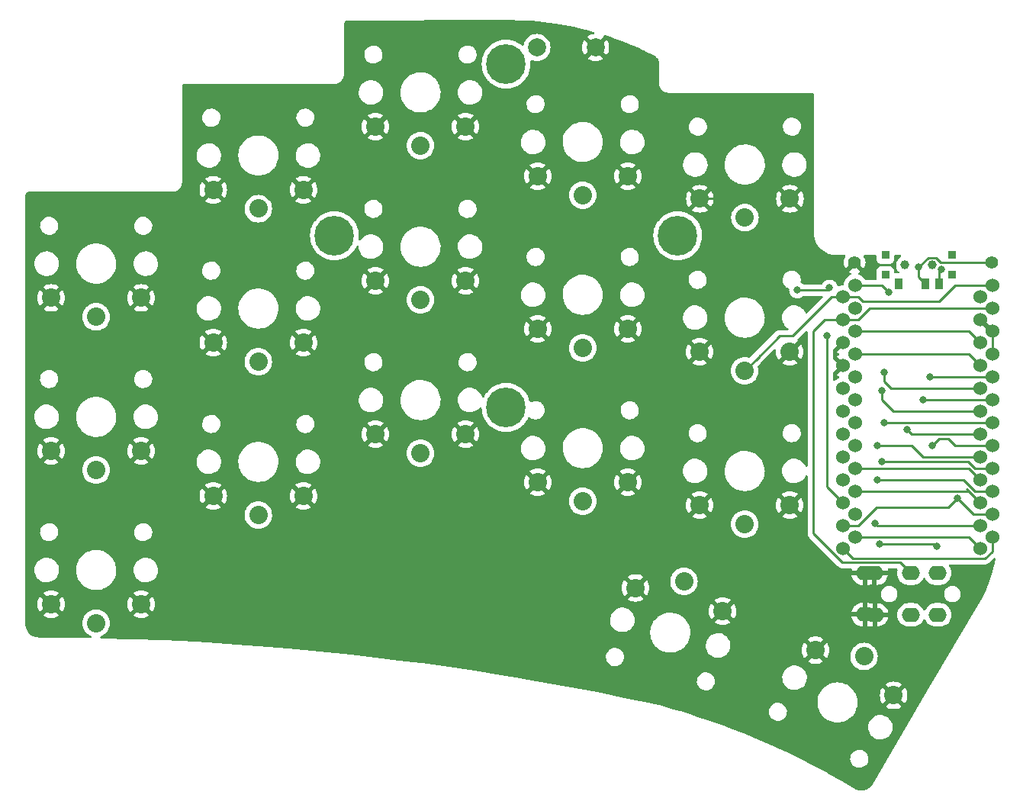
<source format=gbr>
%TF.GenerationSoftware,KiCad,Pcbnew,(6.0.1)*%
%TF.CreationDate,2022-01-25T22:41:55+01:00*%
%TF.ProjectId,half-swept,68616c66-2d73-4776-9570-742e6b696361,rev?*%
%TF.SameCoordinates,Original*%
%TF.FileFunction,Copper,L2,Bot*%
%TF.FilePolarity,Positive*%
%FSLAX46Y46*%
G04 Gerber Fmt 4.6, Leading zero omitted, Abs format (unit mm)*
G04 Created by KiCad (PCBNEW (6.0.1)) date 2022-01-25 22:41:55*
%MOMM*%
%LPD*%
G01*
G04 APERTURE LIST*
%TA.AperFunction,ComponentPad*%
%ADD10C,1.397000*%
%TD*%
%TA.AperFunction,ComponentPad*%
%ADD11O,2.000000X1.600000*%
%TD*%
%TA.AperFunction,ComponentPad*%
%ADD12C,2.000000*%
%TD*%
%TA.AperFunction,ComponentPad*%
%ADD13C,2.032000*%
%TD*%
%TA.AperFunction,ComponentPad*%
%ADD14C,1.524000*%
%TD*%
%TA.AperFunction,ComponentPad*%
%ADD15C,4.400000*%
%TD*%
%TA.AperFunction,WasherPad*%
%ADD16C,1.000000*%
%TD*%
%TA.AperFunction,SMDPad,CuDef*%
%ADD17R,0.900000X0.900000*%
%TD*%
%TA.AperFunction,SMDPad,CuDef*%
%ADD18R,0.900000X1.250000*%
%TD*%
%TA.AperFunction,ViaPad*%
%ADD19C,0.800000*%
%TD*%
%TA.AperFunction,Conductor*%
%ADD20C,0.250000*%
%TD*%
G04 APERTURE END LIST*
D10*
%TO.P,B+,1*%
%TO.N,BT+_r*%
X126492000Y-45974000D03*
%TD*%
%TO.P,B-,1*%
%TO.N,gnd*%
X111252000Y-45974000D03*
%TD*%
D11*
%TO.P,J2,R1*%
%TO.N,Switch18*%
X117498000Y-85050000D03*
X117478000Y-80420000D03*
%TO.P,J2,R2*%
%TO.N,vcc*%
X120498000Y-85050000D03*
X120478000Y-80420000D03*
%TO.P,J2,S*%
%TO.N,gnd*%
X112398000Y-80450000D03*
X112378000Y-85020000D03*
%TO.P,J2,T*%
X113478000Y-80420000D03*
X113498000Y-85050000D03*
%TD*%
D12*
%TO.P,RSW1,1*%
%TO.N,gnd*%
X82498000Y-22098000D03*
%TO.P,RSW1,2*%
%TO.N,reset*%
X75998000Y-22098000D03*
%TD*%
D13*
%TO.P,SW2,1*%
%TO.N,Switch1*%
X27080000Y-51980000D03*
%TO.P,SW2,2*%
%TO.N,gnd*%
X22080000Y-49880000D03*
X32080000Y-49880000D03*
%TD*%
%TO.P,SW3,1*%
%TO.N,Switch2*%
X45080000Y-39980000D03*
%TO.P,SW3,2*%
%TO.N,gnd*%
X50080000Y-37880000D03*
X40080000Y-37880000D03*
%TD*%
%TO.P,SW4,1*%
%TO.N,Switch3*%
X63080000Y-32980000D03*
%TO.P,SW4,2*%
%TO.N,gnd*%
X58080000Y-30880000D03*
X68080000Y-30880000D03*
%TD*%
%TO.P,SW5,1*%
%TO.N,Switch4*%
X81080000Y-38480000D03*
%TO.P,SW5,2*%
%TO.N,gnd*%
X86080000Y-36380000D03*
X76080000Y-36380000D03*
%TD*%
%TO.P,SW6,1*%
%TO.N,Switch5*%
X99080000Y-40980000D03*
%TO.P,SW6,2*%
%TO.N,gnd*%
X94080000Y-38880000D03*
X104080000Y-38880000D03*
%TD*%
%TO.P,SW8,1*%
%TO.N,Switch6*%
X27080000Y-68980000D03*
%TO.P,SW8,2*%
%TO.N,gnd*%
X22080000Y-66880000D03*
X32080000Y-66880000D03*
%TD*%
%TO.P,SW9,1*%
%TO.N,Switch7*%
X45080000Y-56954000D03*
%TO.P,SW9,2*%
%TO.N,gnd*%
X40080000Y-54854000D03*
X50080000Y-54854000D03*
%TD*%
%TO.P,SW10,1*%
%TO.N,Switch8*%
X63080000Y-50096000D03*
%TO.P,SW10,2*%
%TO.N,gnd*%
X58080000Y-47996000D03*
X68080000Y-47996000D03*
%TD*%
%TO.P,SW11,1*%
%TO.N,Switch9*%
X81080000Y-55430000D03*
%TO.P,SW11,2*%
%TO.N,gnd*%
X86080000Y-53330000D03*
X76080000Y-53330000D03*
%TD*%
%TO.P,SW12,1*%
%TO.N,Switch10*%
X99060000Y-57970000D03*
%TO.P,SW12,2*%
%TO.N,gnd*%
X104060000Y-55870000D03*
X94060000Y-55870000D03*
%TD*%
%TO.P,SW14,1*%
%TO.N,Switch11*%
X27080000Y-85980000D03*
%TO.P,SW14,2*%
%TO.N,gnd*%
X32080000Y-83880000D03*
X22080000Y-83880000D03*
%TD*%
%TO.P,SW15,1*%
%TO.N,Switch12*%
X45080000Y-73972000D03*
%TO.P,SW15,2*%
%TO.N,gnd*%
X40080000Y-71872000D03*
X50080000Y-71872000D03*
%TD*%
%TO.P,SW16,1*%
%TO.N,Switch13*%
X63080000Y-67114000D03*
%TO.P,SW16,2*%
%TO.N,gnd*%
X58080000Y-65014000D03*
X68080000Y-65014000D03*
%TD*%
%TO.P,SW17,1*%
%TO.N,Switch14*%
X81080000Y-72448000D03*
%TO.P,SW17,2*%
%TO.N,gnd*%
X76080000Y-70348000D03*
X86080000Y-70348000D03*
%TD*%
%TO.P,SW18,1*%
%TO.N,Switch15*%
X99060000Y-74988000D03*
%TO.P,SW18,2*%
%TO.N,gnd*%
X104060000Y-72888000D03*
X94060000Y-72888000D03*
%TD*%
%TO.P,SW20,1*%
%TO.N,Switch17*%
X112306000Y-89670450D03*
%TO.P,SW20,2*%
%TO.N,gnd*%
X115586127Y-93989103D03*
X106925873Y-88989103D03*
%TD*%
%TO.P,SW21,1*%
%TO.N,Switch16*%
X92323032Y-81331038D03*
%TO.P,SW21,2*%
%TO.N,gnd*%
X96609142Y-84653577D03*
X86949883Y-82065387D03*
%TD*%
D14*
%TO.P,U1,1*%
%TO.N,Switch10*%
X109982000Y-49784000D03*
X126528400Y-48514000D03*
%TO.P,U1,2*%
%TO.N,Switch18*%
X126528400Y-51054000D03*
X109982000Y-52324000D03*
%TO.P,U1,3*%
%TO.N,gnd*%
X126528400Y-53594000D03*
X109982000Y-54864000D03*
%TO.P,U1,4*%
X109982000Y-57404000D03*
X126528400Y-56134000D03*
%TO.P,U1,5*%
%TO.N,Switch11*%
X109982000Y-59944000D03*
X126528400Y-58674000D03*
%TO.P,U1,6*%
%TO.N,Switch12*%
X126528400Y-61214000D03*
X109982000Y-62484000D03*
%TO.P,U1,7*%
%TO.N,Switch13*%
X109982000Y-65024000D03*
X126528400Y-63754000D03*
%TO.P,U1,8*%
%TO.N,Switch14*%
X126528400Y-66294000D03*
X109982000Y-67564000D03*
%TO.P,U1,9*%
%TO.N,Switch15*%
X126528400Y-68834000D03*
X109982000Y-70104000D03*
%TO.P,U1,10*%
%TO.N,Switch1*%
X109982000Y-72644000D03*
X126528400Y-71374000D03*
%TO.P,U1,11*%
%TO.N,Switch16*%
X126528400Y-73914000D03*
X109982000Y-75184000D03*
%TO.P,U1,12*%
%TO.N,Switch17*%
X109982000Y-77724000D03*
X126528400Y-76454000D03*
%TO.P,U1,13*%
%TO.N,Switch9*%
X125222000Y-77724000D03*
X111308400Y-76454000D03*
%TO.P,U1,14*%
%TO.N,Switch8*%
X111308400Y-73914000D03*
X125222000Y-75184000D03*
%TO.P,U1,15*%
%TO.N,Switch7*%
X111308400Y-71374000D03*
X125222000Y-72644000D03*
%TO.P,U1,16*%
%TO.N,Switch6*%
X111308400Y-68834000D03*
X125222000Y-70104000D03*
%TO.P,U1,17*%
%TO.N,Switch2*%
X111308400Y-66294000D03*
X125222000Y-67564000D03*
%TO.P,U1,18*%
%TO.N,Switch3*%
X111308400Y-63754000D03*
X125222000Y-65024000D03*
%TO.P,U1,19*%
%TO.N,Switch4*%
X125222000Y-62484000D03*
X111308400Y-61214000D03*
%TO.P,U1,20*%
%TO.N,Switch5*%
X125222000Y-59944000D03*
X111308400Y-58674000D03*
%TO.P,U1,21*%
%TO.N,vcc*%
X125222000Y-57404000D03*
X111308400Y-56134000D03*
%TO.P,U1,22*%
%TO.N,reset*%
X125222000Y-54864000D03*
X111308400Y-53594000D03*
%TO.P,U1,23*%
%TO.N,gnd*%
X111308400Y-51054000D03*
X125222000Y-52324000D03*
%TO.P,U1,24*%
%TO.N,raw*%
X111308400Y-48514000D03*
X125222000Y-49784000D03*
%TD*%
D15*
%TO.P,REF\u002A\u002A,1*%
%TO.N,N/C*%
X53530000Y-42980000D03*
X72580000Y-23930000D03*
X72580000Y-62030000D03*
X91630000Y-42980000D03*
%TD*%
D16*
%TO.P,POWER SW,*%
%TO.N,*%
X119864000Y-46228000D03*
X116864000Y-46228000D03*
D17*
%TO.P,POWER SW,0*%
%TO.N,N/C*%
X122064000Y-47328000D03*
X114664000Y-47328000D03*
X122064000Y-45128000D03*
X114664000Y-45128000D03*
D18*
%TO.P,POWER SW,1*%
%TO.N,Net-(SW_POWERR1-Pad1)*%
X116114000Y-48303000D03*
%TO.P,POWER SW,2*%
%TO.N,BT+_r*%
X119114000Y-48303000D03*
%TO.P,POWER SW,3*%
%TO.N,raw*%
X120614000Y-48303000D03*
%TD*%
D19*
%TO.N,vcc*%
X120396000Y-77470000D03*
X114046000Y-77216000D03*
%TO.N,Switch1*%
X104902000Y-49022000D03*
X113792000Y-70104000D03*
X108204000Y-54102000D03*
X108458000Y-48768000D03*
%TO.N,Switch2*%
X113792000Y-66294000D03*
%TO.N,Switch3*%
X117094000Y-64516000D03*
%TO.N,Switch4*%
X114300000Y-60198000D03*
%TO.N,Switch5*%
X114554000Y-58166000D03*
%TO.N,Switch8*%
X113538000Y-74930000D03*
%TO.N,Switch11*%
X119634000Y-58674000D03*
%TO.N,Switch12*%
X118872000Y-61214000D03*
%TO.N,Switch13*%
X114554000Y-63754000D03*
%TO.N,Switch14*%
X119888000Y-66294000D03*
%TO.N,Switch15*%
X114300000Y-68072000D03*
%TO.N,Switch16*%
X122682000Y-72136000D03*
%TO.N,raw*%
X115062000Y-49276000D03*
X120904000Y-46736000D03*
%TO.N,BT+_r*%
X118364000Y-46482000D03*
%TD*%
D20*
%TO.N,gnd*%
X113468000Y-85020000D02*
X113498000Y-85050000D01*
X126528400Y-53594000D02*
X126528400Y-56134000D01*
X109001159Y-47498000D02*
X100383159Y-38880000D01*
X109001159Y-47498000D02*
X109728000Y-47498000D01*
X113478000Y-85030000D02*
X113498000Y-85050000D01*
X109728000Y-47498000D02*
X111252000Y-45974000D01*
X100383159Y-38880000D02*
X94080000Y-38880000D01*
%TO.N,vcc*%
X120396000Y-77470000D02*
X120396000Y-77470000D01*
X120142000Y-77216000D02*
X120396000Y-77470000D01*
X123952000Y-56134000D02*
X125222000Y-57404000D01*
X120478000Y-85030000D02*
X120498000Y-85050000D01*
X114046000Y-77216000D02*
X120142000Y-77216000D01*
X111308400Y-56134000D02*
X123952000Y-56134000D01*
%TO.N,Switch18*%
X106680000Y-73152000D02*
X106680000Y-53594000D01*
X126528400Y-51054000D02*
X112917162Y-51054000D01*
X112917162Y-51054000D02*
X111647162Y-52324000D01*
X106680000Y-76030762D02*
X106680000Y-73152000D01*
X117478000Y-80420000D02*
X116319011Y-79261011D01*
X107950000Y-52324000D02*
X106680000Y-53594000D01*
X106680000Y-73152000D02*
X106680000Y-72898000D01*
X109910249Y-79261011D02*
X106680000Y-76030762D01*
X109982000Y-52324000D02*
X107950000Y-52324000D01*
X116319011Y-79261011D02*
X109910249Y-79261011D01*
X111647162Y-52324000D02*
X109982000Y-52324000D01*
%TO.N,reset*%
X125222000Y-54864000D02*
X123952000Y-53594000D01*
X123952000Y-53594000D02*
X111308400Y-53594000D01*
%TO.N,Switch1*%
X113792000Y-70104000D02*
X113792000Y-70104000D01*
X108204000Y-54102000D02*
X108204000Y-70866000D01*
X108204000Y-70866000D02*
X108458000Y-71120000D01*
X126528400Y-71374000D02*
X124588410Y-71374000D01*
X108458000Y-71120000D02*
X109982000Y-72644000D01*
X104902000Y-49022000D02*
X108204000Y-49022000D01*
X108204000Y-49022000D02*
X108458000Y-48768000D01*
X124588410Y-71374000D02*
X123318410Y-70104000D01*
X123318410Y-70104000D02*
X113792000Y-70104000D01*
%TO.N,Switch2*%
X113792000Y-66294000D02*
X117602000Y-66294000D01*
X125222000Y-67564000D02*
X122682000Y-67564000D01*
X117602000Y-66294000D02*
X118872000Y-67564000D01*
X118872000Y-67564000D02*
X122682000Y-67564000D01*
X122682000Y-67564000D02*
X123190000Y-67564000D01*
%TO.N,Switch3*%
X117094000Y-64516000D02*
X117094000Y-64516000D01*
X125222000Y-65024000D02*
X117602000Y-65024000D01*
X117602000Y-65024000D02*
X117094000Y-64516000D01*
%TO.N,Switch4*%
X125222000Y-62484000D02*
X116840000Y-62484000D01*
X114300000Y-61214000D02*
X115570000Y-62484000D01*
X116840000Y-62484000D02*
X115570000Y-62484000D01*
X114300000Y-60198000D02*
X114300000Y-61214000D01*
%TO.N,Switch5*%
X114554000Y-59182000D02*
X115316000Y-59944000D01*
X125222000Y-59944000D02*
X115316000Y-59944000D01*
X114554000Y-58166000D02*
X114554000Y-59182000D01*
%TO.N,Switch6*%
X111308400Y-68834000D02*
X123952000Y-68834000D01*
X123952000Y-68834000D02*
X125222000Y-70104000D01*
%TO.N,Switch7*%
X123952000Y-71374000D02*
X125222000Y-72644000D01*
X125213400Y-72644000D02*
X123693700Y-71124300D01*
X111308400Y-71374000D02*
X123952000Y-71374000D01*
%TO.N,Switch8*%
X113538000Y-74930000D02*
X113538000Y-74930000D01*
X113792000Y-75184000D02*
X113538000Y-74930000D01*
X125222000Y-75184000D02*
X113792000Y-75184000D01*
%TO.N,Switch9*%
X123952000Y-76454000D02*
X125222000Y-77724000D01*
X111308400Y-76454000D02*
X123952000Y-76454000D01*
%TO.N,Switch10*%
X126528400Y-48514000D02*
X122428000Y-48514000D01*
X104391256Y-54102000D02*
X102928000Y-54102000D01*
X120650000Y-50292000D02*
X112155162Y-50292000D01*
X112155162Y-50292000D02*
X111647162Y-49784000D01*
X111647162Y-49784000D02*
X109982000Y-49784000D01*
X99060000Y-57970000D02*
X100359000Y-56671000D01*
X100359000Y-56671000D02*
X100713001Y-56316999D01*
X122428000Y-48514000D02*
X120650000Y-50292000D01*
X108709256Y-49784000D02*
X104391256Y-54102000D01*
X102928000Y-54102000D02*
X100359000Y-56671000D01*
X109982000Y-49784000D02*
X108709256Y-49784000D01*
%TO.N,Switch11*%
X119634000Y-58674000D02*
X126528400Y-58674000D01*
%TO.N,Switch12*%
X118872000Y-61214000D02*
X121666000Y-61214000D01*
X121666000Y-61214000D02*
X126528400Y-61214000D01*
%TO.N,Switch13*%
X114554000Y-63754000D02*
X114554000Y-63754000D01*
X126528400Y-63754000D02*
X114554000Y-63754000D01*
%TO.N,Switch14*%
X119888000Y-66294000D02*
X119888000Y-66294000D01*
X120650000Y-65532000D02*
X119888000Y-66294000D01*
X121158000Y-65532000D02*
X120650000Y-65532000D01*
X126528400Y-66294000D02*
X122428000Y-66294000D01*
X122428000Y-66294000D02*
X121666000Y-65532000D01*
X121666000Y-65532000D02*
X121158000Y-65532000D01*
%TO.N,Switch15*%
X114300000Y-68072000D02*
X114300000Y-68072000D01*
X123826410Y-68072000D02*
X114300000Y-68072000D01*
X124588410Y-68834000D02*
X123826410Y-68072000D01*
X126528400Y-68834000D02*
X124588410Y-68834000D01*
%TO.N,Switch16*%
X122682000Y-72136000D02*
X121666000Y-73152000D01*
X122682000Y-72136000D02*
X122682000Y-72136000D01*
X113679162Y-73152000D02*
X111647162Y-75184000D01*
X111647162Y-75184000D02*
X109982000Y-75184000D01*
X126528400Y-73914000D02*
X124460000Y-73914000D01*
X121666000Y-73152000D02*
X113679162Y-73152000D01*
X124460000Y-73914000D02*
X122682000Y-72136000D01*
%TO.N,Switch17*%
X125743761Y-78811001D02*
X111069001Y-78811001D01*
X126528400Y-78026362D02*
X125743761Y-78811001D01*
X111069001Y-78811001D02*
X109982000Y-77724000D01*
X126528400Y-76454000D02*
X126528400Y-78026362D01*
%TO.N,raw*%
X111308400Y-48514000D02*
X114300000Y-48514000D01*
X114300000Y-48514000D02*
X115062000Y-49276000D01*
X120614000Y-47026000D02*
X120904000Y-46736000D01*
X120614000Y-48303000D02*
X120614000Y-47026000D01*
%TO.N,BT+_r*%
X119443001Y-45402999D02*
X118364000Y-46482000D01*
X120260001Y-45402999D02*
X119443001Y-45402999D01*
X126492000Y-45974000D02*
X120831002Y-45974000D01*
X118364000Y-46482000D02*
X118364000Y-47553000D01*
X120831002Y-45974000D02*
X120260001Y-45402999D01*
X118364000Y-47553000D02*
X119114000Y-48303000D01*
%TD*%
%TA.AperFunction,Conductor*%
%TO.N,gnd*%
G36*
X73068261Y-19056747D02*
G01*
X74161660Y-19081681D01*
X74165524Y-19081829D01*
X74866638Y-19119633D01*
X75257623Y-19140715D01*
X75261528Y-19140986D01*
X76351286Y-19233769D01*
X76355181Y-19234162D01*
X76565871Y-19258713D01*
X77441505Y-19360748D01*
X77445345Y-19361255D01*
X78527276Y-19521534D01*
X78531090Y-19522160D01*
X79607480Y-19715962D01*
X79611291Y-19716709D01*
X80064307Y-19812891D01*
X80681165Y-19943859D01*
X80684981Y-19944732D01*
X81747204Y-20204985D01*
X81750991Y-20205975D01*
X82291834Y-20356440D01*
X82352101Y-20393968D01*
X82382512Y-20458122D01*
X82373411Y-20528533D01*
X82327688Y-20582846D01*
X82271121Y-20602348D01*
X82271192Y-20602797D01*
X82268654Y-20603199D01*
X82267949Y-20603442D01*
X82266301Y-20603572D01*
X82256554Y-20605115D01*
X82035373Y-20658217D01*
X82025988Y-20661266D01*
X81815837Y-20748313D01*
X81807042Y-20752795D01*
X81639555Y-20855432D01*
X81630093Y-20865890D01*
X81633876Y-20874666D01*
X82485188Y-21725978D01*
X82499132Y-21733592D01*
X82500965Y-21733461D01*
X82507580Y-21729210D01*
X83359080Y-20877710D01*
X83366694Y-20863766D01*
X83366022Y-20854369D01*
X83381113Y-20784995D01*
X83431315Y-20734792D01*
X83500689Y-20719700D01*
X83529225Y-20725097D01*
X83852464Y-20825941D01*
X83856148Y-20827153D01*
X84340084Y-20994796D01*
X84889623Y-21185166D01*
X84893301Y-21186505D01*
X85493681Y-21415611D01*
X85803698Y-21533914D01*
X85915086Y-21576420D01*
X85918712Y-21577869D01*
X86291583Y-21733592D01*
X86927944Y-21999358D01*
X86931532Y-22000923D01*
X87185124Y-22116209D01*
X87787254Y-22389944D01*
X87927129Y-22453533D01*
X87930660Y-22455205D01*
X87960737Y-22470022D01*
X88871587Y-22918752D01*
X88889906Y-22929801D01*
X88905565Y-22941164D01*
X88919362Y-22946095D01*
X88940221Y-22955778D01*
X88952894Y-22963136D01*
X88961606Y-22965282D01*
X88961608Y-22965283D01*
X88965173Y-22966161D01*
X88990914Y-22975573D01*
X89098262Y-23028692D01*
X89117157Y-23040209D01*
X89151045Y-23065196D01*
X89231825Y-23124759D01*
X89248405Y-23139398D01*
X89346508Y-23242703D01*
X89360278Y-23260024D01*
X89411991Y-23338320D01*
X89438796Y-23378903D01*
X89449322Y-23398367D01*
X89468891Y-23443654D01*
X89505827Y-23529137D01*
X89512788Y-23550144D01*
X89522529Y-23591380D01*
X89545543Y-23688795D01*
X89548720Y-23710695D01*
X89555052Y-23823379D01*
X89553983Y-23839784D01*
X89554410Y-23839803D01*
X89554015Y-23848773D01*
X89552353Y-23857592D01*
X89553233Y-23866522D01*
X89553233Y-23866524D01*
X89556542Y-23900104D01*
X89557149Y-23912182D01*
X89561872Y-26053604D01*
X89560786Y-26070392D01*
X89557408Y-26095950D01*
X89556771Y-26100771D01*
X89557060Y-26113308D01*
X89557917Y-26118088D01*
X89557918Y-26118094D01*
X89560973Y-26135124D01*
X89562037Y-26142215D01*
X89576770Y-26263814D01*
X89579888Y-26289552D01*
X89630870Y-26459662D01*
X89633266Y-26464476D01*
X89707599Y-26613834D01*
X89707602Y-26613840D01*
X89709995Y-26618647D01*
X89814964Y-26761888D01*
X89818835Y-26765625D01*
X89818836Y-26765626D01*
X89841012Y-26787033D01*
X89942731Y-26885227D01*
X90089583Y-26985082D01*
X90251258Y-27058553D01*
X90256463Y-27059915D01*
X90256466Y-27059916D01*
X90324807Y-27077798D01*
X90423059Y-27103507D01*
X90428409Y-27103965D01*
X90428412Y-27103965D01*
X90515991Y-27111454D01*
X90553471Y-27114659D01*
X90563631Y-27115946D01*
X90587460Y-27119955D01*
X90593788Y-27120032D01*
X90595140Y-27120049D01*
X90595144Y-27120049D01*
X90599999Y-27120108D01*
X90627587Y-27116157D01*
X90645450Y-27114884D01*
X106479601Y-27114884D01*
X106498985Y-27116384D01*
X106522659Y-27120070D01*
X106531565Y-27118905D01*
X106538665Y-27118992D01*
X106561708Y-27121404D01*
X106575188Y-27124085D01*
X106620607Y-27142898D01*
X106638990Y-27155181D01*
X106673750Y-27189943D01*
X106686029Y-27208320D01*
X106704842Y-27253737D01*
X106707712Y-27268164D01*
X106709621Y-27288832D01*
X106708859Y-27293730D01*
X106710023Y-27302631D01*
X106710023Y-27302633D01*
X106712981Y-27325250D01*
X106714045Y-27341588D01*
X106714026Y-33781930D01*
X106714001Y-42641877D01*
X106712910Y-42658422D01*
X106708805Y-42689414D01*
X106709091Y-42701951D01*
X106709949Y-42706741D01*
X106709977Y-42707019D01*
X106711312Y-42716785D01*
X106733982Y-42955377D01*
X106738292Y-43000740D01*
X106802100Y-43294042D01*
X106803332Y-43297596D01*
X106803334Y-43297603D01*
X106899182Y-43574092D01*
X106899186Y-43574101D01*
X106900415Y-43577647D01*
X107031835Y-43847511D01*
X107033879Y-43850682D01*
X107033880Y-43850683D01*
X107040554Y-43861034D01*
X107194486Y-44099785D01*
X107196891Y-44102687D01*
X107196896Y-44102693D01*
X107265349Y-44185270D01*
X107386048Y-44330873D01*
X107388786Y-44333471D01*
X107598742Y-44532688D01*
X107603791Y-44537479D01*
X107844608Y-44716656D01*
X108105066Y-44865851D01*
X108108523Y-44867315D01*
X108108524Y-44867316D01*
X108377979Y-44981464D01*
X108377983Y-44981465D01*
X108381452Y-44982935D01*
X108385070Y-44983980D01*
X108385078Y-44983983D01*
X108610235Y-45049025D01*
X108669824Y-45066239D01*
X108966069Y-45114575D01*
X108969813Y-45114733D01*
X108969820Y-45114734D01*
X109131564Y-45121572D01*
X109233706Y-45125890D01*
X109247109Y-45127178D01*
X109248627Y-45127406D01*
X109253438Y-45128129D01*
X109259794Y-45128096D01*
X109261103Y-45128089D01*
X109261107Y-45128089D01*
X109265978Y-45128063D01*
X109288024Y-45124511D01*
X109308033Y-45122908D01*
X110128591Y-45122773D01*
X110196714Y-45142764D01*
X110243216Y-45196412D01*
X110253331Y-45266684D01*
X110235576Y-45313956D01*
X110235809Y-45314078D01*
X110234835Y-45315930D01*
X110234284Y-45317396D01*
X110233121Y-45319186D01*
X110135256Y-45505198D01*
X110130851Y-45515832D01*
X110068522Y-45716563D01*
X110066130Y-45727817D01*
X110041425Y-45936547D01*
X110041124Y-45948048D01*
X110054871Y-46157779D01*
X110056672Y-46169149D01*
X110108409Y-46372863D01*
X110112250Y-46383710D01*
X110200247Y-46574592D01*
X110205996Y-46584549D01*
X110227112Y-46614427D01*
X110237701Y-46622815D01*
X110251000Y-46615788D01*
X111162905Y-45703884D01*
X111225217Y-45669859D01*
X111296033Y-45674924D01*
X111341095Y-45703884D01*
X112254609Y-46617398D01*
X112266987Y-46624156D01*
X112273566Y-46619231D01*
X112356095Y-46471865D01*
X112360771Y-46461362D01*
X112428334Y-46262328D01*
X112431019Y-46251145D01*
X112461475Y-46041088D01*
X112462105Y-46033705D01*
X112463572Y-45977704D01*
X112463329Y-45970305D01*
X112443908Y-45758945D01*
X112441811Y-45747630D01*
X112384758Y-45545336D01*
X112380636Y-45534597D01*
X112287673Y-45346085D01*
X112281659Y-45336272D01*
X112272340Y-45323792D01*
X112247608Y-45257243D01*
X112262783Y-45187887D01*
X112313045Y-45137744D01*
X112373276Y-45122404D01*
X112781828Y-45122337D01*
X113579479Y-45122206D01*
X113647603Y-45142197D01*
X113694105Y-45195845D01*
X113705500Y-45248206D01*
X113705500Y-45626134D01*
X113712255Y-45688316D01*
X113763385Y-45824705D01*
X113850739Y-45941261D01*
X113967295Y-46028615D01*
X114103684Y-46079745D01*
X114165866Y-46086500D01*
X115162134Y-46086500D01*
X115224316Y-46079745D01*
X115360705Y-46028615D01*
X115477261Y-45941261D01*
X115564615Y-45824705D01*
X115615745Y-45688316D01*
X115622500Y-45626134D01*
X115622500Y-45247849D01*
X115642502Y-45179728D01*
X115696158Y-45133235D01*
X115748478Y-45121849D01*
X116290152Y-45121760D01*
X116358275Y-45141751D01*
X116404777Y-45195399D01*
X116414892Y-45265671D01*
X116385410Y-45330257D01*
X116348548Y-45359421D01*
X116314576Y-45377182D01*
X116314573Y-45377184D01*
X116309110Y-45380040D01*
X116154975Y-45503968D01*
X116027846Y-45655474D01*
X116024879Y-45660872D01*
X116024875Y-45660877D01*
X115966910Y-45766316D01*
X115932567Y-45828787D01*
X115930706Y-45834654D01*
X115930705Y-45834656D01*
X115876694Y-46004919D01*
X115872765Y-46017306D01*
X115850719Y-46213851D01*
X115851235Y-46219995D01*
X115866720Y-46404403D01*
X115867268Y-46410934D01*
X115873530Y-46432771D01*
X115905425Y-46544002D01*
X115921783Y-46601050D01*
X115924602Y-46606535D01*
X116005567Y-46764074D01*
X116012187Y-46776956D01*
X116135035Y-46931953D01*
X116139729Y-46935948D01*
X116139733Y-46935952D01*
X116153356Y-46947546D01*
X116192270Y-47006928D01*
X116192901Y-47077922D01*
X116155050Y-47137987D01*
X116090734Y-47168053D01*
X116071694Y-47169500D01*
X115748500Y-47169500D01*
X115680379Y-47149498D01*
X115633886Y-47095842D01*
X115622500Y-47043500D01*
X115622500Y-46829866D01*
X115615745Y-46767684D01*
X115564615Y-46631295D01*
X115477261Y-46514739D01*
X115360705Y-46427385D01*
X115224316Y-46376255D01*
X115162134Y-46369500D01*
X114165866Y-46369500D01*
X114103684Y-46376255D01*
X113967295Y-46427385D01*
X113850739Y-46514739D01*
X113763385Y-46631295D01*
X113712255Y-46767684D01*
X113705500Y-46829866D01*
X113705500Y-47754500D01*
X113685498Y-47822621D01*
X113631842Y-47869114D01*
X113579500Y-47880500D01*
X112481404Y-47880500D01*
X112413283Y-47860498D01*
X112378191Y-47826771D01*
X112288536Y-47698730D01*
X112288534Y-47698727D01*
X112285377Y-47694219D01*
X112128181Y-47537023D01*
X112123673Y-47533866D01*
X112123670Y-47533864D01*
X112041191Y-47476112D01*
X111946077Y-47409512D01*
X111941095Y-47407189D01*
X111941090Y-47407186D01*
X111749581Y-47317884D01*
X111749576Y-47317882D01*
X111744596Y-47315560D01*
X111744659Y-47315424D01*
X111689286Y-47274650D01*
X111663951Y-47208328D01*
X111678494Y-47138837D01*
X111728298Y-47088240D01*
X111738312Y-47083237D01*
X111749876Y-47078089D01*
X111892404Y-46998270D01*
X111902266Y-46988194D01*
X111899311Y-46980522D01*
X111264811Y-46346021D01*
X111250868Y-46338408D01*
X111249034Y-46338539D01*
X111242420Y-46342790D01*
X110610239Y-46974972D01*
X110604046Y-46986314D01*
X110613928Y-46998803D01*
X110669041Y-47035627D01*
X110679155Y-47041119D01*
X110827447Y-47104831D01*
X110882140Y-47150099D01*
X110903677Y-47217750D01*
X110885220Y-47286306D01*
X110830959Y-47334793D01*
X110675711Y-47407186D01*
X110675706Y-47407189D01*
X110670724Y-47409512D01*
X110666217Y-47412668D01*
X110666215Y-47412669D01*
X110493130Y-47533864D01*
X110493127Y-47533866D01*
X110488619Y-47537023D01*
X110331423Y-47694219D01*
X110328266Y-47698727D01*
X110328264Y-47698730D01*
X110207069Y-47871815D01*
X110203912Y-47876324D01*
X110201589Y-47881306D01*
X110201586Y-47881311D01*
X110137856Y-48017980D01*
X110109960Y-48077804D01*
X110108538Y-48083112D01*
X110108537Y-48083114D01*
X110106924Y-48089134D01*
X110052422Y-48292537D01*
X110047248Y-48351675D01*
X110043127Y-48398781D01*
X110017264Y-48464899D01*
X109959760Y-48506538D01*
X109928588Y-48513320D01*
X109760537Y-48528022D01*
X109656343Y-48555941D01*
X109551114Y-48584137D01*
X109551112Y-48584138D01*
X109545804Y-48585560D01*
X109540822Y-48587883D01*
X109540817Y-48587885D01*
X109508290Y-48603053D01*
X109438099Y-48613715D01*
X109373286Y-48584736D01*
X109335206Y-48527796D01*
X109330503Y-48513320D01*
X109292527Y-48396444D01*
X109197040Y-48231056D01*
X109162069Y-48192216D01*
X109073675Y-48094045D01*
X109073674Y-48094044D01*
X109069253Y-48089134D01*
X108951430Y-48003530D01*
X108920094Y-47980763D01*
X108920093Y-47980762D01*
X108914752Y-47976882D01*
X108908724Y-47974198D01*
X108908722Y-47974197D01*
X108746319Y-47901891D01*
X108746318Y-47901891D01*
X108740288Y-47899206D01*
X108646887Y-47879353D01*
X108559944Y-47860872D01*
X108559939Y-47860872D01*
X108553487Y-47859500D01*
X108362513Y-47859500D01*
X108356061Y-47860872D01*
X108356056Y-47860872D01*
X108269113Y-47879353D01*
X108175712Y-47899206D01*
X108169682Y-47901891D01*
X108169681Y-47901891D01*
X108007278Y-47974197D01*
X108007276Y-47974198D01*
X108001248Y-47976882D01*
X107995907Y-47980762D01*
X107995906Y-47980763D01*
X107964570Y-48003530D01*
X107846747Y-48089134D01*
X107842326Y-48094044D01*
X107842325Y-48094045D01*
X107753932Y-48192216D01*
X107718960Y-48231056D01*
X107672050Y-48312306D01*
X107664432Y-48325501D01*
X107613049Y-48374494D01*
X107555313Y-48388500D01*
X105610200Y-48388500D01*
X105542079Y-48368498D01*
X105522853Y-48352157D01*
X105522580Y-48352460D01*
X105517668Y-48348037D01*
X105513253Y-48343134D01*
X105443691Y-48292594D01*
X105364094Y-48234763D01*
X105364093Y-48234762D01*
X105358752Y-48230882D01*
X105352724Y-48228198D01*
X105352722Y-48228197D01*
X105334998Y-48220306D01*
X105280902Y-48174326D01*
X105260253Y-48106398D01*
X105264316Y-48073439D01*
X105275489Y-48030543D01*
X105277100Y-48024359D01*
X105283149Y-47908928D01*
X105287438Y-47827094D01*
X105287438Y-47827090D01*
X105287772Y-47820712D01*
X105257278Y-47619078D01*
X105238369Y-47567684D01*
X105189067Y-47433684D01*
X105189066Y-47433683D01*
X105186863Y-47427694D01*
X105108662Y-47301570D01*
X105082764Y-47259800D01*
X105082763Y-47259799D01*
X105079402Y-47254378D01*
X105045432Y-47218455D01*
X104943671Y-47110846D01*
X104939286Y-47106209D01*
X104930725Y-47100214D01*
X104777472Y-46992906D01*
X104777471Y-46992905D01*
X104772239Y-46989242D01*
X104585084Y-46908253D01*
X104527324Y-46896186D01*
X104390212Y-46867541D01*
X104390208Y-46867541D01*
X104385467Y-46866550D01*
X104380630Y-46866297D01*
X104380626Y-46866296D01*
X104380560Y-46866293D01*
X104378788Y-46866200D01*
X104229033Y-46866200D01*
X104156387Y-46873579D01*
X104083466Y-46880986D01*
X104083465Y-46880986D01*
X104077117Y-46881631D01*
X103882522Y-46942614D01*
X103704163Y-47041479D01*
X103549327Y-47174190D01*
X103424339Y-47335324D01*
X103334304Y-47518299D01*
X103332695Y-47524477D01*
X103332694Y-47524479D01*
X103285951Y-47703930D01*
X103282900Y-47715641D01*
X103280992Y-47752044D01*
X103272771Y-47908928D01*
X103272228Y-47919288D01*
X103302722Y-48120922D01*
X103304928Y-48126917D01*
X103304928Y-48126918D01*
X103369690Y-48302936D01*
X103373137Y-48312306D01*
X103444872Y-48428002D01*
X103473142Y-48473596D01*
X103480598Y-48485622D01*
X103484979Y-48490255D01*
X103484980Y-48490256D01*
X103522040Y-48529446D01*
X103620714Y-48633791D01*
X103625944Y-48637453D01*
X103625945Y-48637454D01*
X103734999Y-48713814D01*
X103787761Y-48750758D01*
X103793622Y-48753294D01*
X103793625Y-48753296D01*
X103922087Y-48808886D01*
X103976662Y-48854297D01*
X103998022Y-48922004D01*
X103997357Y-48937693D01*
X103988496Y-49022000D01*
X103989186Y-49028565D01*
X104007334Y-49201229D01*
X104008458Y-49211928D01*
X104067473Y-49393556D01*
X104070776Y-49399278D01*
X104070777Y-49399279D01*
X104104004Y-49456829D01*
X104162960Y-49558944D01*
X104167378Y-49563851D01*
X104167379Y-49563852D01*
X104286325Y-49695955D01*
X104290747Y-49700866D01*
X104445248Y-49813118D01*
X104451276Y-49815802D01*
X104451278Y-49815803D01*
X104606541Y-49884930D01*
X104619712Y-49890794D01*
X104713112Y-49910647D01*
X104800056Y-49929128D01*
X104800061Y-49929128D01*
X104806513Y-49930500D01*
X104997487Y-49930500D01*
X105003939Y-49929128D01*
X105003944Y-49929128D01*
X105090888Y-49910647D01*
X105184288Y-49890794D01*
X105197459Y-49884930D01*
X105352722Y-49815803D01*
X105352724Y-49815802D01*
X105358752Y-49813118D01*
X105394515Y-49787135D01*
X105502417Y-49708739D01*
X105513253Y-49700866D01*
X105517668Y-49695963D01*
X105522580Y-49691540D01*
X105523705Y-49692789D01*
X105577014Y-49659949D01*
X105610200Y-49655500D01*
X107637661Y-49655500D01*
X107705782Y-49675502D01*
X107752275Y-49729158D01*
X107762379Y-49799432D01*
X107732885Y-49864012D01*
X107726756Y-49870595D01*
X106017435Y-51579916D01*
X105955123Y-51613942D01*
X105884308Y-51608877D01*
X105827472Y-51566330D01*
X105811148Y-51537102D01*
X105810367Y-51535123D01*
X105794513Y-51494978D01*
X105783994Y-51468343D01*
X105783992Y-51468339D01*
X105782033Y-51463378D01*
X105662353Y-51266151D01*
X105621882Y-51219512D01*
X105514653Y-51095941D01*
X105514651Y-51095939D01*
X105511153Y-51091908D01*
X105413102Y-51011511D01*
X105336885Y-50949016D01*
X105336879Y-50949012D01*
X105332757Y-50945632D01*
X105132265Y-50831506D01*
X105127249Y-50829685D01*
X105127244Y-50829683D01*
X104920425Y-50754611D01*
X104920421Y-50754610D01*
X104915410Y-50752791D01*
X104910161Y-50751842D01*
X104910158Y-50751841D01*
X104692477Y-50712478D01*
X104692470Y-50712477D01*
X104688393Y-50711740D01*
X104670656Y-50710904D01*
X104665708Y-50710670D01*
X104665701Y-50710670D01*
X104664220Y-50710600D01*
X104502075Y-50710600D01*
X104435119Y-50716281D01*
X104335438Y-50724739D01*
X104335434Y-50724740D01*
X104330127Y-50725190D01*
X104324972Y-50726528D01*
X104324966Y-50726529D01*
X104111997Y-50781805D01*
X104111993Y-50781806D01*
X104106828Y-50783147D01*
X104101962Y-50785339D01*
X104101959Y-50785340D01*
X103906315Y-50873471D01*
X103896485Y-50877899D01*
X103892065Y-50880875D01*
X103892061Y-50880877D01*
X103854350Y-50906266D01*
X103705115Y-51006738D01*
X103538188Y-51165978D01*
X103535000Y-51170263D01*
X103407546Y-51341568D01*
X103400479Y-51351066D01*
X103398064Y-51355816D01*
X103343377Y-51463378D01*
X103295923Y-51556712D01*
X103271064Y-51636771D01*
X103229095Y-51771930D01*
X103229094Y-51771936D01*
X103227511Y-51777033D01*
X103215165Y-51870186D01*
X103201264Y-51975070D01*
X103197200Y-52005732D01*
X103197400Y-52011062D01*
X103197400Y-52011063D01*
X103201249Y-52113586D01*
X103205854Y-52236268D01*
X103253228Y-52462050D01*
X103255186Y-52467009D01*
X103255187Y-52467011D01*
X103274209Y-52515178D01*
X103337967Y-52676622D01*
X103408717Y-52793214D01*
X103453958Y-52867769D01*
X103457647Y-52873849D01*
X103461144Y-52877879D01*
X103567380Y-53000305D01*
X103608847Y-53048092D01*
X103612978Y-53051479D01*
X103783115Y-53190984D01*
X103783121Y-53190988D01*
X103787243Y-53194368D01*
X103831832Y-53219749D01*
X103855107Y-53232998D01*
X103904413Y-53284080D01*
X103918275Y-53353710D01*
X103892292Y-53419781D01*
X103834713Y-53461316D01*
X103792775Y-53468500D01*
X103006768Y-53468500D01*
X102995585Y-53467973D01*
X102988092Y-53466298D01*
X102980166Y-53466547D01*
X102980165Y-53466547D01*
X102920002Y-53468438D01*
X102916044Y-53468500D01*
X102888144Y-53468500D01*
X102884154Y-53469004D01*
X102872320Y-53469936D01*
X102828111Y-53471326D01*
X102820495Y-53473539D01*
X102820493Y-53473539D01*
X102808652Y-53476979D01*
X102789293Y-53480988D01*
X102787983Y-53481154D01*
X102769203Y-53483526D01*
X102761837Y-53486442D01*
X102761831Y-53486444D01*
X102728098Y-53499800D01*
X102716868Y-53503645D01*
X102682017Y-53513770D01*
X102674407Y-53515981D01*
X102667584Y-53520016D01*
X102656966Y-53526295D01*
X102639213Y-53534992D01*
X102631568Y-53538019D01*
X102620383Y-53542448D01*
X102613968Y-53547109D01*
X102584612Y-53568437D01*
X102574695Y-53574951D01*
X102536638Y-53597458D01*
X102522317Y-53611779D01*
X102507284Y-53624619D01*
X102490893Y-53636528D01*
X102485842Y-53642634D01*
X102462702Y-53670605D01*
X102454712Y-53679384D01*
X99967637Y-56166458D01*
X99651685Y-56482410D01*
X99589373Y-56516436D01*
X99533042Y-56513595D01*
X99532553Y-56515631D01*
X99304035Y-56460768D01*
X99304029Y-56460767D01*
X99299222Y-56459613D01*
X99060000Y-56440786D01*
X98820778Y-56459613D01*
X98815971Y-56460767D01*
X98815965Y-56460768D01*
X98669037Y-56496043D01*
X98587447Y-56515631D01*
X98582876Y-56517524D01*
X98582874Y-56517525D01*
X98370323Y-56605566D01*
X98370321Y-56605567D01*
X98365751Y-56607460D01*
X98161151Y-56732840D01*
X98157384Y-56736057D01*
X98157383Y-56736058D01*
X98094281Y-56789952D01*
X97978682Y-56888682D01*
X97975469Y-56892444D01*
X97829556Y-57063288D01*
X97822840Y-57071151D01*
X97697460Y-57275751D01*
X97695567Y-57280321D01*
X97695566Y-57280323D01*
X97607525Y-57492874D01*
X97605631Y-57497447D01*
X97593332Y-57548676D01*
X97550768Y-57725965D01*
X97550767Y-57725971D01*
X97549613Y-57730778D01*
X97530786Y-57970000D01*
X97549613Y-58209222D01*
X97550767Y-58214029D01*
X97550768Y-58214035D01*
X97582288Y-58345324D01*
X97605631Y-58442553D01*
X97607524Y-58447124D01*
X97607525Y-58447126D01*
X97622829Y-58484072D01*
X97697460Y-58664249D01*
X97822840Y-58868849D01*
X97978682Y-59051318D01*
X97982444Y-59054531D01*
X98143352Y-59191958D01*
X98161151Y-59207160D01*
X98365751Y-59332540D01*
X98370321Y-59334433D01*
X98370323Y-59334434D01*
X98576211Y-59419715D01*
X98587447Y-59424369D01*
X98669037Y-59443957D01*
X98815965Y-59479232D01*
X98815971Y-59479233D01*
X98820778Y-59480387D01*
X99060000Y-59499214D01*
X99299222Y-59480387D01*
X99304029Y-59479233D01*
X99304035Y-59479232D01*
X99450963Y-59443957D01*
X99532553Y-59424369D01*
X99543789Y-59419715D01*
X99749677Y-59334434D01*
X99749679Y-59334433D01*
X99754249Y-59332540D01*
X99958849Y-59207160D01*
X99976649Y-59191958D01*
X100137556Y-59054531D01*
X100141318Y-59051318D01*
X100297160Y-58868849D01*
X100422540Y-58664249D01*
X100497172Y-58484072D01*
X100512475Y-58447126D01*
X100512476Y-58447124D01*
X100514369Y-58442553D01*
X100537712Y-58345324D01*
X100569232Y-58214035D01*
X100569233Y-58214029D01*
X100570387Y-58209222D01*
X100589214Y-57970000D01*
X100570387Y-57730778D01*
X100569233Y-57725971D01*
X100569232Y-57725965D01*
X100514369Y-57497447D01*
X100516592Y-57496913D01*
X100514813Y-57435422D01*
X100547590Y-57378314D01*
X100811598Y-57114306D01*
X103180524Y-57114306D01*
X103186251Y-57121956D01*
X103361759Y-57229507D01*
X103370553Y-57233988D01*
X103583029Y-57321998D01*
X103592414Y-57325047D01*
X103816044Y-57378737D01*
X103825791Y-57380280D01*
X104055070Y-57398325D01*
X104064930Y-57398325D01*
X104294209Y-57380280D01*
X104303956Y-57378737D01*
X104527586Y-57325047D01*
X104536971Y-57321998D01*
X104749447Y-57233988D01*
X104758241Y-57229507D01*
X104930083Y-57124203D01*
X104939543Y-57113747D01*
X104935759Y-57104969D01*
X104072812Y-56242022D01*
X104058868Y-56234408D01*
X104057035Y-56234539D01*
X104050420Y-56238790D01*
X103187284Y-57101926D01*
X103180524Y-57114306D01*
X100811598Y-57114306D01*
X100835134Y-57090770D01*
X101189136Y-56736769D01*
X101189139Y-56736765D01*
X102330393Y-55595511D01*
X102392705Y-55561485D01*
X102463520Y-55566550D01*
X102520356Y-55609097D01*
X102545167Y-55675617D01*
X102545100Y-55694492D01*
X102531675Y-55865070D01*
X102531675Y-55874930D01*
X102549720Y-56104209D01*
X102551263Y-56113956D01*
X102604953Y-56337586D01*
X102608002Y-56346971D01*
X102696012Y-56559447D01*
X102700493Y-56568241D01*
X102805797Y-56740083D01*
X102816253Y-56749543D01*
X102825031Y-56745759D01*
X103699658Y-55871132D01*
X104424408Y-55871132D01*
X104424539Y-55872965D01*
X104428790Y-55879580D01*
X105291926Y-56742716D01*
X105304306Y-56749476D01*
X105311956Y-56743749D01*
X105419507Y-56568241D01*
X105423988Y-56559447D01*
X105511998Y-56346971D01*
X105515047Y-56337586D01*
X105568737Y-56113956D01*
X105570280Y-56104209D01*
X105588325Y-55874930D01*
X105588325Y-55865070D01*
X105570280Y-55635791D01*
X105568737Y-55626044D01*
X105515047Y-55402414D01*
X105511998Y-55393029D01*
X105423988Y-55180553D01*
X105419507Y-55171759D01*
X105314203Y-54999917D01*
X105303747Y-54990457D01*
X105294969Y-54994241D01*
X104432022Y-55857188D01*
X104424408Y-55871132D01*
X103699658Y-55871132D01*
X104932716Y-54638074D01*
X104939476Y-54625695D01*
X104929552Y-54612438D01*
X104904742Y-54545917D01*
X104919834Y-54476543D01*
X104941326Y-54447834D01*
X105831405Y-53557755D01*
X105893717Y-53523729D01*
X105964532Y-53528794D01*
X106021368Y-53571341D01*
X106046179Y-53637861D01*
X106046500Y-53646850D01*
X106046500Y-68488968D01*
X106026498Y-68557089D01*
X105972842Y-68603582D01*
X105902568Y-68613686D01*
X105837988Y-68584192D01*
X105803308Y-68535249D01*
X105783994Y-68486343D01*
X105783992Y-68486339D01*
X105782033Y-68481378D01*
X105662353Y-68284151D01*
X105644907Y-68264046D01*
X105514653Y-68113941D01*
X105514651Y-68113939D01*
X105511153Y-68109908D01*
X105413102Y-68029511D01*
X105336885Y-67967016D01*
X105336879Y-67967012D01*
X105332757Y-67963632D01*
X105132265Y-67849506D01*
X105127249Y-67847685D01*
X105127244Y-67847683D01*
X104920425Y-67772611D01*
X104920421Y-67772610D01*
X104915410Y-67770791D01*
X104910161Y-67769842D01*
X104910158Y-67769841D01*
X104692477Y-67730478D01*
X104692470Y-67730477D01*
X104688393Y-67729740D01*
X104670656Y-67728904D01*
X104665708Y-67728670D01*
X104665701Y-67728670D01*
X104664220Y-67728600D01*
X104502075Y-67728600D01*
X104435119Y-67734281D01*
X104335438Y-67742739D01*
X104335434Y-67742740D01*
X104330127Y-67743190D01*
X104324972Y-67744528D01*
X104324966Y-67744529D01*
X104111997Y-67799805D01*
X104111993Y-67799806D01*
X104106828Y-67801147D01*
X104101962Y-67803339D01*
X104101959Y-67803340D01*
X103906315Y-67891471D01*
X103896485Y-67895899D01*
X103892065Y-67898875D01*
X103892061Y-67898877D01*
X103854350Y-67924266D01*
X103705115Y-68024738D01*
X103538188Y-68183978D01*
X103535000Y-68188263D01*
X103407546Y-68359568D01*
X103400479Y-68369066D01*
X103390478Y-68388737D01*
X103343377Y-68481378D01*
X103295923Y-68574712D01*
X103267785Y-68665331D01*
X103229095Y-68789930D01*
X103229094Y-68789936D01*
X103227511Y-68795033D01*
X103220488Y-68848022D01*
X103199992Y-69002669D01*
X103197200Y-69023732D01*
X103197400Y-69029062D01*
X103197400Y-69029063D01*
X103201224Y-69130920D01*
X103205854Y-69254268D01*
X103253228Y-69480050D01*
X103255186Y-69485009D01*
X103255187Y-69485011D01*
X103289888Y-69572879D01*
X103337967Y-69694622D01*
X103406208Y-69807080D01*
X103453958Y-69885769D01*
X103457647Y-69891849D01*
X103461144Y-69895879D01*
X103581902Y-70035040D01*
X103608847Y-70066092D01*
X103612978Y-70069479D01*
X103783115Y-70208984D01*
X103783121Y-70208988D01*
X103787243Y-70212368D01*
X103987735Y-70326494D01*
X103992751Y-70328315D01*
X103992756Y-70328317D01*
X104199575Y-70403389D01*
X104199579Y-70403390D01*
X104204590Y-70405209D01*
X104209839Y-70406158D01*
X104209842Y-70406159D01*
X104427523Y-70445522D01*
X104427530Y-70445523D01*
X104431607Y-70446260D01*
X104449344Y-70447096D01*
X104454292Y-70447330D01*
X104454299Y-70447330D01*
X104455780Y-70447400D01*
X104617925Y-70447400D01*
X104684881Y-70441719D01*
X104784562Y-70433261D01*
X104784566Y-70433260D01*
X104789873Y-70432810D01*
X104795028Y-70431472D01*
X104795034Y-70431471D01*
X105008003Y-70376195D01*
X105008007Y-70376194D01*
X105013172Y-70374853D01*
X105018038Y-70372661D01*
X105018041Y-70372660D01*
X105218649Y-70282293D01*
X105223515Y-70280101D01*
X105227935Y-70277125D01*
X105227939Y-70277123D01*
X105378794Y-70175560D01*
X105414885Y-70151262D01*
X105581812Y-69992022D01*
X105662504Y-69883568D01*
X105716337Y-69811214D01*
X105716339Y-69811211D01*
X105719521Y-69806934D01*
X105808183Y-69632549D01*
X105856886Y-69580891D01*
X105925786Y-69563765D01*
X105993008Y-69586607D01*
X106037209Y-69642166D01*
X106046500Y-69689654D01*
X106046500Y-75951995D01*
X106045973Y-75963178D01*
X106044298Y-75970671D01*
X106044547Y-75978597D01*
X106044547Y-75978598D01*
X106046438Y-76038748D01*
X106046500Y-76042707D01*
X106046500Y-76070618D01*
X106046997Y-76074552D01*
X106046997Y-76074553D01*
X106047005Y-76074618D01*
X106047938Y-76086455D01*
X106049327Y-76130651D01*
X106054978Y-76150101D01*
X106058987Y-76169462D01*
X106061526Y-76189559D01*
X106064445Y-76196930D01*
X106064445Y-76196932D01*
X106077804Y-76230674D01*
X106081649Y-76241904D01*
X106093982Y-76284355D01*
X106098015Y-76291174D01*
X106098017Y-76291179D01*
X106104293Y-76301790D01*
X106112988Y-76319538D01*
X106120448Y-76338379D01*
X106125110Y-76344795D01*
X106125110Y-76344796D01*
X106146436Y-76374149D01*
X106152952Y-76384069D01*
X106167670Y-76408955D01*
X106175458Y-76422124D01*
X106189779Y-76436445D01*
X106202619Y-76451478D01*
X106214528Y-76467869D01*
X106248076Y-76495622D01*
X106248605Y-76496060D01*
X106257384Y-76504050D01*
X109406597Y-79653264D01*
X109414137Y-79661550D01*
X109418249Y-79668029D01*
X109424026Y-79673454D01*
X109467900Y-79714654D01*
X109470742Y-79717409D01*
X109490479Y-79737146D01*
X109493676Y-79739626D01*
X109502696Y-79747329D01*
X109534928Y-79777597D01*
X109541874Y-79781416D01*
X109541877Y-79781418D01*
X109552683Y-79787359D01*
X109569202Y-79798210D01*
X109585208Y-79810625D01*
X109592477Y-79813770D01*
X109592481Y-79813773D01*
X109625786Y-79828185D01*
X109636436Y-79833402D01*
X109675189Y-79854706D01*
X109682864Y-79856677D01*
X109682865Y-79856677D01*
X109694811Y-79859744D01*
X109713516Y-79866148D01*
X109732104Y-79874192D01*
X109739927Y-79875431D01*
X109739937Y-79875434D01*
X109775773Y-79881110D01*
X109787393Y-79883516D01*
X109822538Y-79892539D01*
X109830219Y-79894511D01*
X109850473Y-79894511D01*
X109870183Y-79896062D01*
X109890192Y-79899231D01*
X109898084Y-79898485D01*
X109934210Y-79895070D01*
X109946068Y-79894511D01*
X110828495Y-79894511D01*
X110896616Y-79914513D01*
X110943109Y-79968169D01*
X110953213Y-80038443D01*
X110950202Y-80053122D01*
X110916606Y-80178503D01*
X110916942Y-80192599D01*
X110924884Y-80196000D01*
X111911885Y-80196000D01*
X111949929Y-80184829D01*
X111971284Y-80171105D01*
X112006784Y-80166000D01*
X114945967Y-80166000D01*
X114959498Y-80162027D01*
X114960727Y-80153479D01*
X114933836Y-80053123D01*
X114935526Y-79982146D01*
X114975320Y-79923350D01*
X115040584Y-79895402D01*
X115055543Y-79894511D01*
X115899939Y-79894511D01*
X115968060Y-79914513D01*
X116014553Y-79968169D01*
X116024657Y-80038443D01*
X116021646Y-80053122D01*
X115988050Y-80178503D01*
X115984457Y-80191913D01*
X115964502Y-80420000D01*
X115984457Y-80648087D01*
X115985881Y-80653400D01*
X115985881Y-80653402D01*
X116024877Y-80798934D01*
X116043716Y-80869243D01*
X116046039Y-80874224D01*
X116046039Y-80874225D01*
X116138151Y-81071762D01*
X116138154Y-81071767D01*
X116140477Y-81076749D01*
X116200982Y-81163159D01*
X116262372Y-81250832D01*
X116271802Y-81264300D01*
X116433700Y-81426198D01*
X116438208Y-81429355D01*
X116438211Y-81429357D01*
X116452233Y-81439175D01*
X116621251Y-81557523D01*
X116626233Y-81559846D01*
X116626238Y-81559849D01*
X116801592Y-81641617D01*
X116828757Y-81654284D01*
X116834065Y-81655706D01*
X116834067Y-81655707D01*
X117044598Y-81712119D01*
X117044600Y-81712119D01*
X117049913Y-81713543D01*
X117148120Y-81722135D01*
X117218149Y-81728262D01*
X117218156Y-81728262D01*
X117220873Y-81728500D01*
X117735127Y-81728500D01*
X117737844Y-81728262D01*
X117737851Y-81728262D01*
X117807880Y-81722135D01*
X117906087Y-81713543D01*
X117911400Y-81712119D01*
X117911402Y-81712119D01*
X118121933Y-81655707D01*
X118121935Y-81655706D01*
X118127243Y-81654284D01*
X118154408Y-81641617D01*
X118329762Y-81559849D01*
X118329767Y-81559846D01*
X118334749Y-81557523D01*
X118503767Y-81439175D01*
X118517789Y-81429357D01*
X118517792Y-81429355D01*
X118522300Y-81426198D01*
X118684198Y-81264300D01*
X118693629Y-81250832D01*
X118755018Y-81163159D01*
X118815523Y-81076749D01*
X118863805Y-80973207D01*
X118910722Y-80919922D01*
X118978999Y-80900461D01*
X119046959Y-80921003D01*
X119092195Y-80973207D01*
X119140477Y-81076749D01*
X119200982Y-81163159D01*
X119262372Y-81250832D01*
X119271802Y-81264300D01*
X119433700Y-81426198D01*
X119438208Y-81429355D01*
X119438211Y-81429357D01*
X119452233Y-81439175D01*
X119621251Y-81557523D01*
X119626233Y-81559846D01*
X119626238Y-81559849D01*
X119801592Y-81641617D01*
X119828757Y-81654284D01*
X119834065Y-81655706D01*
X119834067Y-81655707D01*
X120044598Y-81712119D01*
X120044600Y-81712119D01*
X120049913Y-81713543D01*
X120148120Y-81722135D01*
X120218149Y-81728262D01*
X120218156Y-81728262D01*
X120220873Y-81728500D01*
X120735127Y-81728500D01*
X120737844Y-81728262D01*
X120737851Y-81728262D01*
X120807880Y-81722135D01*
X120906087Y-81713543D01*
X120911400Y-81712119D01*
X120911402Y-81712119D01*
X121121933Y-81655707D01*
X121121935Y-81655706D01*
X121127243Y-81654284D01*
X121154408Y-81641617D01*
X121329762Y-81559849D01*
X121329767Y-81559846D01*
X121334749Y-81557523D01*
X121503767Y-81439175D01*
X121517789Y-81429357D01*
X121517792Y-81429355D01*
X121522300Y-81426198D01*
X121684198Y-81264300D01*
X121693629Y-81250832D01*
X121755018Y-81163159D01*
X121815523Y-81076749D01*
X121817846Y-81071767D01*
X121817849Y-81071762D01*
X121909961Y-80874225D01*
X121909961Y-80874224D01*
X121912284Y-80869243D01*
X121931124Y-80798934D01*
X121970119Y-80653402D01*
X121970119Y-80653400D01*
X121971543Y-80648087D01*
X121991498Y-80420000D01*
X121971543Y-80191913D01*
X121967950Y-80178503D01*
X121913707Y-79976067D01*
X121913706Y-79976065D01*
X121912284Y-79970757D01*
X121885693Y-79913732D01*
X121817849Y-79768238D01*
X121817846Y-79768233D01*
X121815523Y-79763251D01*
X121731162Y-79642771D01*
X121708474Y-79575498D01*
X121725759Y-79506638D01*
X121777528Y-79458053D01*
X121834375Y-79444501D01*
X125664994Y-79444501D01*
X125676177Y-79445028D01*
X125683670Y-79446703D01*
X125691596Y-79446454D01*
X125691597Y-79446454D01*
X125751747Y-79444563D01*
X125755706Y-79444501D01*
X125783617Y-79444501D01*
X125787552Y-79444004D01*
X125787617Y-79443996D01*
X125799454Y-79443063D01*
X125831712Y-79442049D01*
X125835731Y-79441923D01*
X125843650Y-79441674D01*
X125863104Y-79436022D01*
X125882461Y-79432014D01*
X125894691Y-79430469D01*
X125894692Y-79430469D01*
X125902558Y-79429475D01*
X125909929Y-79426556D01*
X125909931Y-79426556D01*
X125943673Y-79413197D01*
X125954903Y-79409352D01*
X125989744Y-79399230D01*
X125989745Y-79399230D01*
X125997354Y-79397019D01*
X126004173Y-79392986D01*
X126004178Y-79392984D01*
X126014789Y-79386708D01*
X126032537Y-79378013D01*
X126051378Y-79370553D01*
X126087148Y-79344565D01*
X126097068Y-79338049D01*
X126128296Y-79319581D01*
X126128299Y-79319579D01*
X126135123Y-79315543D01*
X126149444Y-79301222D01*
X126164478Y-79288381D01*
X126174455Y-79281132D01*
X126180868Y-79276473D01*
X126185919Y-79270368D01*
X126185924Y-79270363D01*
X126209060Y-79242397D01*
X126217048Y-79233619D01*
X126704871Y-78745796D01*
X126767183Y-78711770D01*
X126837998Y-78716835D01*
X126894834Y-78759382D01*
X126919645Y-78825902D01*
X126917905Y-78857584D01*
X126912354Y-78887899D01*
X126908799Y-78907313D01*
X126907647Y-78912890D01*
X126743068Y-79627651D01*
X126741665Y-79633170D01*
X126660882Y-79923350D01*
X126569532Y-80251486D01*
X126544960Y-80339749D01*
X126543312Y-80345190D01*
X126332008Y-80989894D01*
X126314868Y-81042188D01*
X126312982Y-81047529D01*
X126109900Y-81583931D01*
X126053282Y-81733475D01*
X126051146Y-81738753D01*
X125760710Y-82412277D01*
X125758343Y-82417442D01*
X125502017Y-82944930D01*
X125456522Y-83038553D01*
X125445051Y-83057653D01*
X125434783Y-83071754D01*
X125430040Y-83084954D01*
X125420156Y-83106081D01*
X119312878Y-93521517D01*
X113262143Y-103840525D01*
X113248308Y-103859726D01*
X113239645Y-103869634D01*
X113233223Y-103883492D01*
X113220280Y-103905335D01*
X113121581Y-104039036D01*
X113109808Y-104052793D01*
X112975199Y-104188933D01*
X112961581Y-104200857D01*
X112808836Y-104316307D01*
X112793676Y-104326140D01*
X112625950Y-104418511D01*
X112609513Y-104426078D01*
X112563514Y-104443370D01*
X112430306Y-104493445D01*
X112412943Y-104498582D01*
X112225929Y-104539567D01*
X112208010Y-104542162D01*
X112077774Y-104551545D01*
X112017055Y-104555919D01*
X111998954Y-104555919D01*
X111903474Y-104549041D01*
X111807998Y-104542163D01*
X111790079Y-104539568D01*
X111714328Y-104522968D01*
X111603064Y-104498585D01*
X111585709Y-104493450D01*
X111406498Y-104426083D01*
X111390053Y-104418512D01*
X111250707Y-104341771D01*
X111236499Y-104331701D01*
X111229173Y-104326821D01*
X111222482Y-104320836D01*
X111217425Y-104318422D01*
X111215964Y-104317360D01*
X111212260Y-104314202D01*
X111201579Y-104307631D01*
X111197095Y-104305750D01*
X111192764Y-104303527D01*
X111192883Y-104303296D01*
X111186553Y-104300131D01*
X109745641Y-103456595D01*
X109745127Y-103456294D01*
X108468209Y-102741716D01*
X108273487Y-102632747D01*
X108273460Y-102632732D01*
X108272961Y-102632453D01*
X106785063Y-101837377D01*
X105304647Y-101082913D01*
X105292250Y-101076595D01*
X110768881Y-101076595D01*
X110799375Y-101278229D01*
X110869790Y-101469613D01*
X110977251Y-101642929D01*
X111117367Y-101791098D01*
X111122597Y-101794760D01*
X111122598Y-101794761D01*
X111279181Y-101904401D01*
X111284414Y-101908065D01*
X111471569Y-101989054D01*
X111477817Y-101990359D01*
X111477816Y-101990359D01*
X111666441Y-102029766D01*
X111666445Y-102029766D01*
X111671186Y-102030757D01*
X111676023Y-102031010D01*
X111676027Y-102031011D01*
X111676093Y-102031014D01*
X111677865Y-102031107D01*
X111827620Y-102031107D01*
X111900266Y-102023728D01*
X111973187Y-102016321D01*
X111973188Y-102016321D01*
X111979536Y-102015676D01*
X112174131Y-101954693D01*
X112352490Y-101855828D01*
X112507326Y-101723117D01*
X112632314Y-101561983D01*
X112722349Y-101379008D01*
X112723959Y-101372828D01*
X112772143Y-101187848D01*
X112772143Y-101187845D01*
X112773753Y-101181666D01*
X112779533Y-101071368D01*
X112784091Y-100984401D01*
X112784091Y-100984397D01*
X112784425Y-100978019D01*
X112753931Y-100776385D01*
X112683516Y-100585001D01*
X112576055Y-100411685D01*
X112435939Y-100263516D01*
X112339078Y-100195693D01*
X112274125Y-100150213D01*
X112274124Y-100150212D01*
X112268892Y-100146549D01*
X112081737Y-100065560D01*
X112031280Y-100055019D01*
X111886865Y-100024848D01*
X111886861Y-100024848D01*
X111882120Y-100023857D01*
X111877283Y-100023604D01*
X111877279Y-100023603D01*
X111877213Y-100023600D01*
X111875441Y-100023507D01*
X111725686Y-100023507D01*
X111653040Y-100030886D01*
X111580119Y-100038293D01*
X111580118Y-100038293D01*
X111573770Y-100038938D01*
X111379175Y-100099921D01*
X111200816Y-100198786D01*
X111045980Y-100331497D01*
X110920992Y-100492631D01*
X110830957Y-100675606D01*
X110829348Y-100681784D01*
X110829347Y-100681786D01*
X110806268Y-100770389D01*
X110779553Y-100872948D01*
X110768881Y-101076595D01*
X105292250Y-101076595D01*
X105282576Y-101071665D01*
X105282567Y-101071660D01*
X105281993Y-101071368D01*
X103764321Y-100334714D01*
X102798374Y-99888842D01*
X102233140Y-99627935D01*
X102233100Y-99627917D01*
X102232619Y-99627695D01*
X102232098Y-99627467D01*
X102232072Y-99627455D01*
X100688030Y-98950824D01*
X100687979Y-98950802D01*
X100687465Y-98950577D01*
X100686934Y-98950357D01*
X100686900Y-98950342D01*
X99130026Y-98303857D01*
X99129969Y-98303834D01*
X99129444Y-98303616D01*
X99128865Y-98303389D01*
X99128846Y-98303381D01*
X97559748Y-97687293D01*
X97559734Y-97687288D01*
X97559144Y-97687056D01*
X97558545Y-97686834D01*
X96961575Y-97465732D01*
X112756340Y-97465732D01*
X112764994Y-97696268D01*
X112812368Y-97922050D01*
X112897107Y-98136622D01*
X113016787Y-98333849D01*
X113020284Y-98337879D01*
X113106908Y-98437704D01*
X113167987Y-98508092D01*
X113172118Y-98511479D01*
X113342255Y-98650984D01*
X113342261Y-98650988D01*
X113346383Y-98654368D01*
X113546875Y-98768494D01*
X113551891Y-98770315D01*
X113551896Y-98770317D01*
X113758715Y-98845389D01*
X113758719Y-98845390D01*
X113763730Y-98847209D01*
X113768979Y-98848158D01*
X113768982Y-98848159D01*
X113986663Y-98887522D01*
X113986670Y-98887523D01*
X113990747Y-98888260D01*
X114008484Y-98889096D01*
X114013432Y-98889330D01*
X114013439Y-98889330D01*
X114014920Y-98889400D01*
X114177065Y-98889400D01*
X114244021Y-98883719D01*
X114343702Y-98875261D01*
X114343706Y-98875260D01*
X114349013Y-98874810D01*
X114354168Y-98873472D01*
X114354174Y-98873471D01*
X114567143Y-98818195D01*
X114567147Y-98818194D01*
X114572312Y-98816853D01*
X114577178Y-98814661D01*
X114577181Y-98814660D01*
X114777789Y-98724293D01*
X114782655Y-98722101D01*
X114787075Y-98719125D01*
X114787079Y-98719123D01*
X114888288Y-98650984D01*
X114974025Y-98593262D01*
X115140952Y-98434022D01*
X115237977Y-98303616D01*
X115275477Y-98253214D01*
X115275479Y-98253211D01*
X115278661Y-98248934D01*
X115333445Y-98141183D01*
X115380798Y-98048046D01*
X115380798Y-98048045D01*
X115383217Y-98043288D01*
X115422483Y-97916831D01*
X115450045Y-97828070D01*
X115450046Y-97828064D01*
X115451629Y-97822967D01*
X115481940Y-97594268D01*
X115473286Y-97363732D01*
X115425912Y-97137950D01*
X115341173Y-96923378D01*
X115234257Y-96747185D01*
X115224262Y-96730714D01*
X115224261Y-96730713D01*
X115221493Y-96726151D01*
X115134568Y-96625978D01*
X115073793Y-96555941D01*
X115073791Y-96555939D01*
X115070293Y-96551908D01*
X115004637Y-96498073D01*
X114896025Y-96409016D01*
X114896019Y-96409012D01*
X114891897Y-96405632D01*
X114691405Y-96291506D01*
X114686389Y-96289685D01*
X114686384Y-96289683D01*
X114479565Y-96214611D01*
X114479561Y-96214610D01*
X114474550Y-96212791D01*
X114469301Y-96211842D01*
X114469298Y-96211841D01*
X114251617Y-96172478D01*
X114251610Y-96172477D01*
X114247533Y-96171740D01*
X114229796Y-96170904D01*
X114224848Y-96170670D01*
X114224841Y-96170670D01*
X114223360Y-96170600D01*
X114061215Y-96170600D01*
X113994259Y-96176281D01*
X113894578Y-96184739D01*
X113894574Y-96184740D01*
X113889267Y-96185190D01*
X113884112Y-96186528D01*
X113884106Y-96186529D01*
X113671137Y-96241805D01*
X113671133Y-96241806D01*
X113665968Y-96243147D01*
X113661102Y-96245339D01*
X113661099Y-96245340D01*
X113639575Y-96255036D01*
X113455625Y-96337899D01*
X113451205Y-96340875D01*
X113451201Y-96340877D01*
X113442074Y-96347022D01*
X113264255Y-96466738D01*
X113097328Y-96625978D01*
X113087698Y-96638921D01*
X112970590Y-96796321D01*
X112959619Y-96811066D01*
X112957204Y-96815816D01*
X112862035Y-97003000D01*
X112855063Y-97016712D01*
X112828916Y-97100920D01*
X112788235Y-97231930D01*
X112788234Y-97231936D01*
X112786651Y-97237033D01*
X112756340Y-97465732D01*
X96961575Y-97465732D01*
X95977743Y-97101346D01*
X95977717Y-97101337D01*
X95977159Y-97101130D01*
X95488474Y-96930859D01*
X94384643Y-96546254D01*
X94384603Y-96546240D01*
X94384085Y-96546060D01*
X94383600Y-96545901D01*
X94383560Y-96545888D01*
X93662428Y-96310240D01*
X92780524Y-96022055D01*
X92779996Y-96021894D01*
X92779981Y-96021889D01*
X92238740Y-95856595D01*
X101727575Y-95856595D01*
X101758069Y-96058229D01*
X101760275Y-96064224D01*
X101760275Y-96064225D01*
X101799833Y-96171740D01*
X101828484Y-96249613D01*
X101906685Y-96375737D01*
X101927319Y-96409016D01*
X101935945Y-96422929D01*
X102076061Y-96571098D01*
X102081291Y-96574760D01*
X102081292Y-96574761D01*
X102237875Y-96684401D01*
X102243108Y-96688065D01*
X102430263Y-96769054D01*
X102436511Y-96770359D01*
X102436510Y-96770359D01*
X102625135Y-96809766D01*
X102625139Y-96809766D01*
X102629880Y-96810757D01*
X102634717Y-96811010D01*
X102634721Y-96811011D01*
X102634787Y-96811014D01*
X102636559Y-96811107D01*
X102786314Y-96811107D01*
X102858960Y-96803728D01*
X102931881Y-96796321D01*
X102931882Y-96796321D01*
X102938230Y-96795676D01*
X103132825Y-96734693D01*
X103311184Y-96635828D01*
X103466020Y-96503117D01*
X103591008Y-96341983D01*
X103681043Y-96159008D01*
X103692608Y-96114610D01*
X103730837Y-95967848D01*
X103730837Y-95967845D01*
X103732447Y-95961666D01*
X103743119Y-95758019D01*
X103712625Y-95556385D01*
X103642210Y-95365001D01*
X103534749Y-95191685D01*
X103394633Y-95043516D01*
X103367013Y-95024176D01*
X103232819Y-94930213D01*
X103232818Y-94930212D01*
X103227586Y-94926549D01*
X103080391Y-94862852D01*
X103046287Y-94848094D01*
X103046286Y-94848094D01*
X103040431Y-94845560D01*
X102949959Y-94826659D01*
X107128514Y-94826659D01*
X107128877Y-94830807D01*
X107128877Y-94830811D01*
X107148951Y-95060256D01*
X107154252Y-95120849D01*
X107155162Y-95124921D01*
X107155163Y-95124926D01*
X107210165Y-95370991D01*
X107218672Y-95409050D01*
X107320644Y-95686199D01*
X107458374Y-95947427D01*
X107499830Y-96005761D01*
X107627019Y-96184735D01*
X107627022Y-96184739D01*
X107629443Y-96188145D01*
X107632287Y-96191195D01*
X107632292Y-96191201D01*
X107724128Y-96289683D01*
X107830846Y-96404124D01*
X108059045Y-96591568D01*
X108310029Y-96747185D01*
X108313846Y-96748901D01*
X108313849Y-96748902D01*
X108361593Y-96770359D01*
X108579390Y-96868241D01*
X108862395Y-96952608D01*
X108866515Y-96953261D01*
X108866517Y-96953261D01*
X109150592Y-96998255D01*
X109150598Y-96998256D01*
X109154073Y-96998806D01*
X109178632Y-96999921D01*
X109245017Y-97002936D01*
X109245038Y-97002936D01*
X109246437Y-97003000D01*
X109430901Y-97003000D01*
X109650664Y-96988403D01*
X109654763Y-96987577D01*
X109654767Y-96987576D01*
X109828190Y-96952608D01*
X109940151Y-96930033D01*
X110219375Y-96833888D01*
X110389089Y-96748902D01*
X110479695Y-96703530D01*
X110479697Y-96703529D01*
X110483431Y-96701659D01*
X110727678Y-96535668D01*
X110758864Y-96507785D01*
X110944712Y-96341617D01*
X110947827Y-96338832D01*
X110986125Y-96294149D01*
X111137289Y-96117784D01*
X111137292Y-96117780D01*
X111140009Y-96114610D01*
X111142283Y-96111108D01*
X111142287Y-96111103D01*
X111298570Y-95870449D01*
X111298573Y-95870444D01*
X111300849Y-95866939D01*
X111427519Y-95600172D01*
X111439550Y-95562702D01*
X111516515Y-95322983D01*
X111516515Y-95322982D01*
X111517795Y-95318996D01*
X111533195Y-95233409D01*
X114706651Y-95233409D01*
X114712378Y-95241059D01*
X114887886Y-95348610D01*
X114896680Y-95353091D01*
X115109156Y-95441101D01*
X115118541Y-95444150D01*
X115342171Y-95497840D01*
X115351918Y-95499383D01*
X115581197Y-95517428D01*
X115591057Y-95517428D01*
X115820336Y-95499383D01*
X115830083Y-95497840D01*
X116053713Y-95444150D01*
X116063098Y-95441101D01*
X116275574Y-95353091D01*
X116284368Y-95348610D01*
X116456210Y-95243306D01*
X116465670Y-95232850D01*
X116461886Y-95224072D01*
X115598939Y-94361125D01*
X115584995Y-94353511D01*
X115583162Y-94353642D01*
X115576547Y-94357893D01*
X114713411Y-95221029D01*
X114706651Y-95233409D01*
X111533195Y-95233409D01*
X111540702Y-95191685D01*
X111569351Y-95032459D01*
X111569352Y-95032454D01*
X111570090Y-95028350D01*
X111572153Y-94982937D01*
X111583297Y-94737511D01*
X111583297Y-94737506D01*
X111583486Y-94733341D01*
X111578693Y-94678550D01*
X111558112Y-94443312D01*
X111557748Y-94439151D01*
X111556837Y-94435074D01*
X111494240Y-94155028D01*
X111494238Y-94155021D01*
X111493328Y-94150950D01*
X111435593Y-93994033D01*
X114057802Y-93994033D01*
X114075847Y-94223312D01*
X114077390Y-94233059D01*
X114131080Y-94456689D01*
X114134129Y-94466074D01*
X114222139Y-94678550D01*
X114226620Y-94687344D01*
X114331924Y-94859186D01*
X114342380Y-94868646D01*
X114351158Y-94864862D01*
X115214105Y-94001915D01*
X115220483Y-93990235D01*
X115950535Y-93990235D01*
X115950666Y-93992068D01*
X115954917Y-93998683D01*
X116818053Y-94861819D01*
X116830433Y-94868579D01*
X116838083Y-94862852D01*
X116945634Y-94687344D01*
X116950115Y-94678550D01*
X117038125Y-94466074D01*
X117041174Y-94456689D01*
X117094864Y-94233059D01*
X117096407Y-94223312D01*
X117114452Y-93994033D01*
X117114452Y-93984173D01*
X117096407Y-93754894D01*
X117094864Y-93745147D01*
X117041174Y-93521517D01*
X117038125Y-93512132D01*
X116950115Y-93299656D01*
X116945634Y-93290862D01*
X116840330Y-93119020D01*
X116829874Y-93109560D01*
X116821096Y-93113344D01*
X115958149Y-93976291D01*
X115950535Y-93990235D01*
X115220483Y-93990235D01*
X115221719Y-93987971D01*
X115221588Y-93986138D01*
X115217337Y-93979523D01*
X114354201Y-93116387D01*
X114341821Y-93109627D01*
X114334171Y-93115354D01*
X114226620Y-93290862D01*
X114222139Y-93299656D01*
X114134129Y-93512132D01*
X114131080Y-93521517D01*
X114077390Y-93745147D01*
X114075847Y-93754894D01*
X114057802Y-93984173D01*
X114057802Y-93994033D01*
X111435593Y-93994033D01*
X111391356Y-93873801D01*
X111253626Y-93612573D01*
X111188916Y-93521517D01*
X111084981Y-93375265D01*
X111084976Y-93375259D01*
X111082557Y-93371855D01*
X111079713Y-93368805D01*
X111079708Y-93368799D01*
X110884000Y-93158928D01*
X110881154Y-93155876D01*
X110652955Y-92968432D01*
X110401971Y-92812815D01*
X110251868Y-92745356D01*
X114706584Y-92745356D01*
X114710368Y-92754134D01*
X115573315Y-93617081D01*
X115587259Y-93624695D01*
X115589092Y-93624564D01*
X115595707Y-93620313D01*
X116458843Y-92757177D01*
X116465603Y-92744797D01*
X116459876Y-92737147D01*
X116284368Y-92629596D01*
X116275574Y-92625115D01*
X116063098Y-92537105D01*
X116053713Y-92534056D01*
X115830083Y-92480366D01*
X115820336Y-92478823D01*
X115591057Y-92460778D01*
X115581197Y-92460778D01*
X115351918Y-92478823D01*
X115342171Y-92480366D01*
X115118541Y-92534056D01*
X115109156Y-92537105D01*
X114896680Y-92625115D01*
X114887886Y-92629596D01*
X114716044Y-92734900D01*
X114706584Y-92745356D01*
X110251868Y-92745356D01*
X110132610Y-92691759D01*
X109849605Y-92607392D01*
X109845485Y-92606739D01*
X109845483Y-92606739D01*
X109561408Y-92561745D01*
X109561402Y-92561744D01*
X109557927Y-92561194D01*
X109533368Y-92560079D01*
X109466983Y-92557064D01*
X109466962Y-92557064D01*
X109465563Y-92557000D01*
X109281099Y-92557000D01*
X109061336Y-92571597D01*
X109057237Y-92572423D01*
X109057233Y-92572424D01*
X108958743Y-92592283D01*
X108771849Y-92629967D01*
X108492625Y-92726112D01*
X108378133Y-92783445D01*
X108277479Y-92833849D01*
X108228569Y-92858341D01*
X107984322Y-93024332D01*
X107764173Y-93221168D01*
X107761456Y-93224338D01*
X107761455Y-93224339D01*
X107575209Y-93441636D01*
X107571991Y-93445390D01*
X107569717Y-93448892D01*
X107569713Y-93448897D01*
X107413430Y-93689551D01*
X107411151Y-93693061D01*
X107284481Y-93959828D01*
X107283202Y-93963811D01*
X107283201Y-93963814D01*
X107276034Y-93986138D01*
X107194205Y-94241004D01*
X107193464Y-94245123D01*
X107159287Y-94435074D01*
X107141910Y-94531650D01*
X107141721Y-94535817D01*
X107141720Y-94535824D01*
X107128778Y-94820847D01*
X107128514Y-94826659D01*
X102949959Y-94826659D01*
X102929999Y-94822489D01*
X102845559Y-94804848D01*
X102845555Y-94804848D01*
X102840814Y-94803857D01*
X102835977Y-94803604D01*
X102835973Y-94803603D01*
X102835907Y-94803600D01*
X102834135Y-94803507D01*
X102684380Y-94803507D01*
X102611734Y-94810886D01*
X102538813Y-94818293D01*
X102538812Y-94818293D01*
X102532464Y-94818938D01*
X102337869Y-94879921D01*
X102159510Y-94978786D01*
X102004674Y-95111497D01*
X101879686Y-95272631D01*
X101789651Y-95455606D01*
X101788042Y-95461784D01*
X101788041Y-95461786D01*
X101764962Y-95550389D01*
X101738247Y-95652948D01*
X101727575Y-95856595D01*
X92238740Y-95856595D01*
X91167607Y-95529473D01*
X91167604Y-95529472D01*
X91167083Y-95529313D01*
X89569804Y-95075250D01*
X89560856Y-95072317D01*
X89556719Y-95070400D01*
X89544665Y-95066941D01*
X89541517Y-95066545D01*
X89533958Y-95064587D01*
X89531010Y-95063403D01*
X89518794Y-95060574D01*
X89515313Y-95060319D01*
X89511434Y-95059612D01*
X88398865Y-94822489D01*
X86130365Y-94339001D01*
X82734545Y-93653065D01*
X81279348Y-93375261D01*
X79331845Y-93003473D01*
X79331756Y-93003457D01*
X79331596Y-93003426D01*
X79331405Y-93003392D01*
X79331342Y-93003380D01*
X76461521Y-92487212D01*
X93743321Y-92487212D01*
X93773815Y-92688846D01*
X93776021Y-92694841D01*
X93776021Y-92694842D01*
X93818795Y-92811098D01*
X93844230Y-92880230D01*
X93951691Y-93053546D01*
X93956072Y-93058179D01*
X93956073Y-93058180D01*
X94013606Y-93119020D01*
X94091807Y-93201715D01*
X94097037Y-93205377D01*
X94097038Y-93205378D01*
X94231682Y-93299656D01*
X94258854Y-93318682D01*
X94446009Y-93399671D01*
X94452257Y-93400976D01*
X94452256Y-93400976D01*
X94640881Y-93440383D01*
X94640885Y-93440383D01*
X94645626Y-93441374D01*
X94650463Y-93441627D01*
X94650467Y-93441628D01*
X94650533Y-93441631D01*
X94652305Y-93441724D01*
X94802060Y-93441724D01*
X94874706Y-93434345D01*
X94947627Y-93426938D01*
X94947628Y-93426938D01*
X94953976Y-93426293D01*
X95148571Y-93365310D01*
X95326930Y-93266445D01*
X95481766Y-93133734D01*
X95606754Y-92972600D01*
X95696789Y-92789625D01*
X95706034Y-92754134D01*
X95746583Y-92598465D01*
X95746583Y-92598462D01*
X95748193Y-92592283D01*
X95754139Y-92478823D01*
X95758531Y-92395018D01*
X95758531Y-92395014D01*
X95758865Y-92388636D01*
X95728371Y-92187002D01*
X95693566Y-92092403D01*
X95660160Y-92001608D01*
X95660159Y-92001607D01*
X95657956Y-91995618D01*
X95639426Y-91965732D01*
X103230060Y-91965732D01*
X103238714Y-92196268D01*
X103286088Y-92422050D01*
X103288046Y-92427009D01*
X103288047Y-92427011D01*
X103308509Y-92478823D01*
X103370827Y-92636622D01*
X103441577Y-92753214D01*
X103479083Y-92815022D01*
X103490507Y-92833849D01*
X103494004Y-92837879D01*
X103637699Y-93003473D01*
X103641707Y-93008092D01*
X103661513Y-93024332D01*
X103815975Y-93150984D01*
X103815981Y-93150988D01*
X103820103Y-93154368D01*
X104020595Y-93268494D01*
X104025611Y-93270315D01*
X104025616Y-93270317D01*
X104232435Y-93345389D01*
X104232439Y-93345390D01*
X104237450Y-93347209D01*
X104242699Y-93348158D01*
X104242702Y-93348159D01*
X104460383Y-93387522D01*
X104460390Y-93387523D01*
X104464467Y-93388260D01*
X104482204Y-93389096D01*
X104487152Y-93389330D01*
X104487159Y-93389330D01*
X104488640Y-93389400D01*
X104650785Y-93389400D01*
X104717741Y-93383719D01*
X104817422Y-93375261D01*
X104817426Y-93375260D01*
X104822733Y-93374810D01*
X104827888Y-93373472D01*
X104827894Y-93373471D01*
X105040863Y-93318195D01*
X105040867Y-93318194D01*
X105046032Y-93316853D01*
X105050898Y-93314661D01*
X105050901Y-93314660D01*
X105251509Y-93224293D01*
X105256375Y-93222101D01*
X105260795Y-93219125D01*
X105260799Y-93219123D01*
X105395122Y-93128690D01*
X105447745Y-93093262D01*
X105614672Y-92934022D01*
X105692598Y-92829286D01*
X105749197Y-92753214D01*
X105749199Y-92753211D01*
X105752381Y-92748934D01*
X105807165Y-92641183D01*
X105854518Y-92548046D01*
X105854518Y-92548045D01*
X105856937Y-92543288D01*
X105896203Y-92416831D01*
X105923765Y-92328070D01*
X105923766Y-92328064D01*
X105925349Y-92322967D01*
X105955660Y-92094268D01*
X105947006Y-91863732D01*
X105899632Y-91637950D01*
X105814893Y-91423378D01*
X105695213Y-91226151D01*
X105605638Y-91122925D01*
X105547513Y-91055941D01*
X105547511Y-91055939D01*
X105544013Y-91051908D01*
X105501878Y-91017360D01*
X105369745Y-90909016D01*
X105369739Y-90909012D01*
X105365617Y-90905632D01*
X105165125Y-90791506D01*
X105160109Y-90789685D01*
X105160104Y-90789683D01*
X104953285Y-90714611D01*
X104953281Y-90714610D01*
X104948270Y-90712791D01*
X104943021Y-90711842D01*
X104943018Y-90711841D01*
X104725337Y-90672478D01*
X104725330Y-90672477D01*
X104721253Y-90671740D01*
X104703516Y-90670904D01*
X104698568Y-90670670D01*
X104698561Y-90670670D01*
X104697080Y-90670600D01*
X104534935Y-90670600D01*
X104467979Y-90676281D01*
X104368298Y-90684739D01*
X104368294Y-90684740D01*
X104362987Y-90685190D01*
X104357832Y-90686528D01*
X104357826Y-90686529D01*
X104144857Y-90741805D01*
X104144853Y-90741806D01*
X104139688Y-90743147D01*
X104134822Y-90745339D01*
X104134819Y-90745340D01*
X104036381Y-90789683D01*
X103929345Y-90837899D01*
X103924925Y-90840875D01*
X103924921Y-90840877D01*
X103859308Y-90885051D01*
X103737975Y-90966738D01*
X103571048Y-91125978D01*
X103433339Y-91311066D01*
X103430924Y-91315816D01*
X103376237Y-91423378D01*
X103328783Y-91516712D01*
X103298713Y-91613554D01*
X103261955Y-91731930D01*
X103261954Y-91731936D01*
X103260371Y-91737033D01*
X103230060Y-91965732D01*
X95639426Y-91965732D01*
X95550495Y-91822302D01*
X95510313Y-91779810D01*
X95414764Y-91678770D01*
X95410379Y-91674133D01*
X95313518Y-91606310D01*
X95248565Y-91560830D01*
X95248564Y-91560829D01*
X95243332Y-91557166D01*
X95056177Y-91476177D01*
X95005720Y-91465636D01*
X94861305Y-91435465D01*
X94861301Y-91435465D01*
X94856560Y-91434474D01*
X94851723Y-91434221D01*
X94851719Y-91434220D01*
X94851653Y-91434217D01*
X94849881Y-91434124D01*
X94700126Y-91434124D01*
X94627480Y-91441503D01*
X94554559Y-91448910D01*
X94554558Y-91448910D01*
X94548210Y-91449555D01*
X94353615Y-91510538D01*
X94175256Y-91609403D01*
X94020420Y-91742114D01*
X93895432Y-91903248D01*
X93805397Y-92086223D01*
X93803788Y-92092401D01*
X93803787Y-92092403D01*
X93780708Y-92181006D01*
X93753993Y-92283565D01*
X93751928Y-92322967D01*
X93743680Y-92480366D01*
X93743321Y-92487212D01*
X76461521Y-92487212D01*
X75922176Y-92390205D01*
X75921904Y-92390156D01*
X75921676Y-92390118D01*
X75921616Y-92390107D01*
X73620875Y-92001608D01*
X72505858Y-91813328D01*
X72505509Y-91813273D01*
X72505467Y-91813266D01*
X69084117Y-91273047D01*
X69084064Y-91273039D01*
X69083849Y-91273005D01*
X65656266Y-90769249D01*
X63205997Y-90435817D01*
X62223875Y-90302170D01*
X62223845Y-90302166D01*
X62223499Y-90302119D01*
X60041602Y-90028901D01*
X58786198Y-89871698D01*
X58786165Y-89871694D01*
X58785941Y-89871666D01*
X58785707Y-89871639D01*
X58785680Y-89871636D01*
X58029537Y-89785141D01*
X83659055Y-89785141D01*
X83689549Y-89986775D01*
X83759964Y-90178159D01*
X83867425Y-90351475D01*
X84007541Y-90499644D01*
X84012771Y-90503306D01*
X84012772Y-90503307D01*
X84107019Y-90569299D01*
X84174588Y-90616611D01*
X84361743Y-90697600D01*
X84367991Y-90698905D01*
X84367990Y-90698905D01*
X84556615Y-90738312D01*
X84556619Y-90738312D01*
X84561360Y-90739303D01*
X84566197Y-90739556D01*
X84566201Y-90739557D01*
X84566267Y-90739560D01*
X84568039Y-90739653D01*
X84717794Y-90739653D01*
X84790440Y-90732274D01*
X84863361Y-90724867D01*
X84863362Y-90724867D01*
X84869710Y-90724222D01*
X85064305Y-90663239D01*
X85242664Y-90564374D01*
X85397500Y-90431663D01*
X85522488Y-90270529D01*
X85540753Y-90233409D01*
X106046397Y-90233409D01*
X106052124Y-90241059D01*
X106227632Y-90348610D01*
X106236426Y-90353091D01*
X106448902Y-90441101D01*
X106458287Y-90444150D01*
X106681917Y-90497840D01*
X106691664Y-90499383D01*
X106920943Y-90517428D01*
X106930803Y-90517428D01*
X107160082Y-90499383D01*
X107169829Y-90497840D01*
X107393459Y-90444150D01*
X107402844Y-90441101D01*
X107615320Y-90353091D01*
X107624114Y-90348610D01*
X107795956Y-90243306D01*
X107805416Y-90232850D01*
X107801632Y-90224072D01*
X106938685Y-89361125D01*
X106924741Y-89353511D01*
X106922908Y-89353642D01*
X106916293Y-89357893D01*
X106053157Y-90221029D01*
X106046397Y-90233409D01*
X85540753Y-90233409D01*
X85612523Y-90087554D01*
X85614133Y-90081374D01*
X85662317Y-89896394D01*
X85662317Y-89896391D01*
X85663927Y-89890212D01*
X85669768Y-89778759D01*
X85674265Y-89692947D01*
X85674265Y-89692943D01*
X85674599Y-89686565D01*
X85644105Y-89484931D01*
X85622998Y-89427564D01*
X85575894Y-89299537D01*
X85575893Y-89299536D01*
X85573690Y-89293547D01*
X85466229Y-89120231D01*
X85354344Y-89001915D01*
X85330498Y-88976699D01*
X85326113Y-88972062D01*
X85311301Y-88961690D01*
X85164299Y-88858759D01*
X85164298Y-88858758D01*
X85159066Y-88855095D01*
X84971911Y-88774106D01*
X84921454Y-88763565D01*
X84777039Y-88733394D01*
X84777035Y-88733394D01*
X84772294Y-88732403D01*
X84767457Y-88732150D01*
X84767453Y-88732149D01*
X84767387Y-88732146D01*
X84765615Y-88732053D01*
X84615860Y-88732053D01*
X84543214Y-88739432D01*
X84470293Y-88746839D01*
X84470292Y-88746839D01*
X84463944Y-88747484D01*
X84269349Y-88808467D01*
X84090990Y-88907332D01*
X83936154Y-89040043D01*
X83811166Y-89201177D01*
X83721131Y-89384152D01*
X83719522Y-89390330D01*
X83719521Y-89390332D01*
X83671552Y-89574489D01*
X83669727Y-89581494D01*
X83669393Y-89587873D01*
X83661517Y-89738165D01*
X83659055Y-89785141D01*
X58029537Y-89785141D01*
X55344358Y-89477984D01*
X55344356Y-89477984D01*
X55343982Y-89477941D01*
X51898016Y-89120989D01*
X51897771Y-89120966D01*
X51897708Y-89120960D01*
X48448685Y-88800872D01*
X48448667Y-88800870D01*
X48448436Y-88800849D01*
X44995633Y-88517558D01*
X44995330Y-88517536D01*
X44995312Y-88517535D01*
X41540273Y-88271168D01*
X41540234Y-88271165D01*
X41540003Y-88271149D01*
X39402018Y-88141624D01*
X38082337Y-88061674D01*
X38082312Y-88061673D01*
X38081939Y-88061650D01*
X38081671Y-88061637D01*
X38081624Y-88061634D01*
X34622182Y-87889102D01*
X34622136Y-87889100D01*
X34621835Y-87889085D01*
X31160086Y-87753473D01*
X27697087Y-87654829D01*
X27672551Y-87654392D01*
X27653348Y-87654050D01*
X27585594Y-87632838D01*
X27540064Y-87578363D01*
X27531214Y-87507920D01*
X27561852Y-87443875D01*
X27607372Y-87411662D01*
X27720517Y-87364796D01*
X27769677Y-87344434D01*
X27769679Y-87344433D01*
X27774249Y-87342540D01*
X27978849Y-87217160D01*
X28013315Y-87187724D01*
X28143356Y-87076659D01*
X88568514Y-87076659D01*
X88568877Y-87080807D01*
X88568877Y-87080811D01*
X88580618Y-87215011D01*
X88594252Y-87370849D01*
X88595162Y-87374921D01*
X88595163Y-87374926D01*
X88657729Y-87654829D01*
X88658672Y-87659050D01*
X88760644Y-87936199D01*
X88762591Y-87939892D01*
X88762592Y-87939894D01*
X88829436Y-88066674D01*
X88898374Y-88197427D01*
X88912977Y-88217975D01*
X89067019Y-88434735D01*
X89067024Y-88434741D01*
X89069443Y-88438145D01*
X89072287Y-88441195D01*
X89072292Y-88441201D01*
X89213748Y-88592894D01*
X89270846Y-88654124D01*
X89499045Y-88841568D01*
X89750029Y-88997185D01*
X89753846Y-88998901D01*
X89753849Y-88998902D01*
X89826708Y-89031646D01*
X90019390Y-89118241D01*
X90185261Y-89167689D01*
X90297595Y-89201177D01*
X90302395Y-89202608D01*
X90306515Y-89203261D01*
X90306517Y-89203261D01*
X90590592Y-89248255D01*
X90590598Y-89248256D01*
X90594073Y-89248806D01*
X90618632Y-89249921D01*
X90685017Y-89252936D01*
X90685038Y-89252936D01*
X90686437Y-89253000D01*
X90870901Y-89253000D01*
X91090664Y-89238403D01*
X91094763Y-89237577D01*
X91094767Y-89237576D01*
X91237361Y-89208824D01*
X91380151Y-89180033D01*
X91659375Y-89083888D01*
X91829526Y-88998683D01*
X91919695Y-88953530D01*
X91919697Y-88953529D01*
X91923431Y-88951659D01*
X92167678Y-88785668D01*
X92180610Y-88774106D01*
X92359184Y-88614442D01*
X92387827Y-88588832D01*
X92448732Y-88517773D01*
X92558901Y-88389237D01*
X94745792Y-88389237D01*
X94745992Y-88394567D01*
X94745992Y-88394568D01*
X94747446Y-88433290D01*
X94754446Y-88619773D01*
X94801820Y-88845555D01*
X94803778Y-88850514D01*
X94803779Y-88850516D01*
X94826217Y-88907332D01*
X94886559Y-89060127D01*
X95006239Y-89257354D01*
X95009736Y-89261384D01*
X95096360Y-89361209D01*
X95157439Y-89431597D01*
X95188041Y-89456689D01*
X95331707Y-89574489D01*
X95331713Y-89574493D01*
X95335835Y-89577873D01*
X95536327Y-89691999D01*
X95541343Y-89693820D01*
X95541348Y-89693822D01*
X95748167Y-89768894D01*
X95748171Y-89768895D01*
X95753182Y-89770714D01*
X95758431Y-89771663D01*
X95758434Y-89771664D01*
X95976115Y-89811027D01*
X95976122Y-89811028D01*
X95980199Y-89811765D01*
X95997936Y-89812601D01*
X96002884Y-89812835D01*
X96002891Y-89812835D01*
X96004372Y-89812905D01*
X96166517Y-89812905D01*
X96233473Y-89807224D01*
X96333154Y-89798766D01*
X96333158Y-89798765D01*
X96338465Y-89798315D01*
X96343620Y-89796977D01*
X96343626Y-89796976D01*
X96556595Y-89741700D01*
X96556599Y-89741699D01*
X96561764Y-89740358D01*
X96566630Y-89738166D01*
X96566633Y-89738165D01*
X96767241Y-89647798D01*
X96772107Y-89645606D01*
X96776527Y-89642630D01*
X96776531Y-89642628D01*
X96877740Y-89574489D01*
X96963477Y-89516767D01*
X97130404Y-89357527D01*
X97208222Y-89252936D01*
X97264929Y-89176719D01*
X97264931Y-89176716D01*
X97268113Y-89172439D01*
X97322897Y-89064688D01*
X97358820Y-88994033D01*
X105397548Y-88994033D01*
X105415593Y-89223312D01*
X105417136Y-89233059D01*
X105470826Y-89456689D01*
X105473875Y-89466074D01*
X105561885Y-89678550D01*
X105566366Y-89687344D01*
X105671670Y-89859186D01*
X105682126Y-89868646D01*
X105690904Y-89864862D01*
X106553851Y-89001915D01*
X106560229Y-88990235D01*
X107290281Y-88990235D01*
X107290412Y-88992068D01*
X107294663Y-88998683D01*
X108157799Y-89861819D01*
X108170179Y-89868579D01*
X108177829Y-89862852D01*
X108285380Y-89687344D01*
X108289861Y-89678550D01*
X108293216Y-89670450D01*
X110776786Y-89670450D01*
X110795613Y-89909672D01*
X110796767Y-89914479D01*
X110796768Y-89914485D01*
X110812607Y-89980458D01*
X110851631Y-90143003D01*
X110853524Y-90147574D01*
X110853525Y-90147576D01*
X110935737Y-90346053D01*
X110943460Y-90364699D01*
X111068840Y-90569299D01*
X111072057Y-90573066D01*
X111072058Y-90573067D01*
X111155418Y-90670670D01*
X111224682Y-90751768D01*
X111228444Y-90754981D01*
X111380738Y-90885051D01*
X111407151Y-90907610D01*
X111611751Y-91032990D01*
X111616321Y-91034883D01*
X111616323Y-91034884D01*
X111828874Y-91122925D01*
X111833447Y-91124819D01*
X111915037Y-91144407D01*
X112061965Y-91179682D01*
X112061971Y-91179683D01*
X112066778Y-91180837D01*
X112306000Y-91199664D01*
X112545222Y-91180837D01*
X112550029Y-91179683D01*
X112550035Y-91179682D01*
X112696963Y-91144407D01*
X112778553Y-91124819D01*
X112783126Y-91122925D01*
X112995677Y-91034884D01*
X112995679Y-91034883D01*
X113000249Y-91032990D01*
X113204849Y-90907610D01*
X113231263Y-90885051D01*
X113383556Y-90754981D01*
X113387318Y-90751768D01*
X113456582Y-90670670D01*
X113539942Y-90573067D01*
X113539943Y-90573066D01*
X113543160Y-90569299D01*
X113668540Y-90364699D01*
X113676264Y-90346053D01*
X113758475Y-90147576D01*
X113758476Y-90147574D01*
X113760369Y-90143003D01*
X113799393Y-89980458D01*
X113815232Y-89914485D01*
X113815233Y-89914479D01*
X113816387Y-89909672D01*
X113835214Y-89670450D01*
X113816387Y-89431228D01*
X113815233Y-89426421D01*
X113815232Y-89426415D01*
X113768811Y-89233059D01*
X113760369Y-89197897D01*
X113726664Y-89116525D01*
X113670434Y-88980773D01*
X113670433Y-88980771D01*
X113668540Y-88976201D01*
X113543160Y-88771601D01*
X113522012Y-88746839D01*
X113390531Y-88592894D01*
X113387318Y-88589132D01*
X113204849Y-88433290D01*
X113000249Y-88307910D01*
X112995679Y-88306017D01*
X112995677Y-88306016D01*
X112783126Y-88217975D01*
X112783124Y-88217974D01*
X112778553Y-88216081D01*
X112696963Y-88196493D01*
X112550035Y-88161218D01*
X112550029Y-88161217D01*
X112545222Y-88160063D01*
X112306000Y-88141236D01*
X112066778Y-88160063D01*
X112061971Y-88161217D01*
X112061965Y-88161218D01*
X111915037Y-88196493D01*
X111833447Y-88216081D01*
X111828876Y-88217974D01*
X111828874Y-88217975D01*
X111616323Y-88306016D01*
X111616321Y-88306017D01*
X111611751Y-88307910D01*
X111407151Y-88433290D01*
X111224682Y-88589132D01*
X111221469Y-88592894D01*
X111089989Y-88746839D01*
X111068840Y-88771601D01*
X110943460Y-88976201D01*
X110941567Y-88980771D01*
X110941566Y-88980773D01*
X110885336Y-89116525D01*
X110851631Y-89197897D01*
X110843189Y-89233059D01*
X110796768Y-89426415D01*
X110796767Y-89426421D01*
X110795613Y-89431228D01*
X110776786Y-89670450D01*
X108293216Y-89670450D01*
X108377871Y-89466074D01*
X108380920Y-89456689D01*
X108434610Y-89233059D01*
X108436153Y-89223312D01*
X108454198Y-88994033D01*
X108454198Y-88984173D01*
X108436153Y-88754894D01*
X108434610Y-88745147D01*
X108380920Y-88521517D01*
X108377871Y-88512132D01*
X108289861Y-88299656D01*
X108285380Y-88290862D01*
X108180076Y-88119020D01*
X108169620Y-88109560D01*
X108160842Y-88113344D01*
X107297895Y-88976291D01*
X107290281Y-88990235D01*
X106560229Y-88990235D01*
X106561465Y-88987971D01*
X106561334Y-88986138D01*
X106557083Y-88979523D01*
X105693947Y-88116387D01*
X105681567Y-88109627D01*
X105673917Y-88115354D01*
X105566366Y-88290862D01*
X105561885Y-88299656D01*
X105473875Y-88512132D01*
X105470826Y-88521517D01*
X105417136Y-88745147D01*
X105415593Y-88754894D01*
X105397548Y-88984173D01*
X105397548Y-88994033D01*
X97358820Y-88994033D01*
X97370250Y-88971551D01*
X97370250Y-88971550D01*
X97372669Y-88966793D01*
X97421831Y-88808467D01*
X97439497Y-88751575D01*
X97439498Y-88751569D01*
X97441081Y-88746472D01*
X97461895Y-88589427D01*
X97470692Y-88523058D01*
X97470692Y-88523053D01*
X97471392Y-88517773D01*
X97462738Y-88287237D01*
X97415364Y-88061455D01*
X97330625Y-87846883D01*
X97269017Y-87745356D01*
X106046330Y-87745356D01*
X106050114Y-87754134D01*
X106913061Y-88617081D01*
X106927005Y-88624695D01*
X106928838Y-88624564D01*
X106935453Y-88620313D01*
X107798589Y-87757177D01*
X107805349Y-87744797D01*
X107799622Y-87737147D01*
X107624114Y-87629596D01*
X107615320Y-87625115D01*
X107402844Y-87537105D01*
X107393459Y-87534056D01*
X107169829Y-87480366D01*
X107160082Y-87478823D01*
X106930803Y-87460778D01*
X106920943Y-87460778D01*
X106691664Y-87478823D01*
X106681917Y-87480366D01*
X106458287Y-87534056D01*
X106448902Y-87537105D01*
X106236426Y-87625115D01*
X106227632Y-87629596D01*
X106055790Y-87734900D01*
X106046330Y-87745356D01*
X97269017Y-87745356D01*
X97219027Y-87662975D01*
X97213714Y-87654219D01*
X97213713Y-87654218D01*
X97210945Y-87649656D01*
X97193538Y-87629596D01*
X97063245Y-87479446D01*
X97063243Y-87479444D01*
X97059745Y-87475413D01*
X96981994Y-87411661D01*
X96885477Y-87332521D01*
X96885471Y-87332517D01*
X96881349Y-87329137D01*
X96680857Y-87215011D01*
X96675841Y-87213190D01*
X96675836Y-87213188D01*
X96469017Y-87138116D01*
X96469013Y-87138115D01*
X96464002Y-87136296D01*
X96458753Y-87135347D01*
X96458750Y-87135346D01*
X96241069Y-87095983D01*
X96241062Y-87095982D01*
X96236985Y-87095245D01*
X96219248Y-87094409D01*
X96214300Y-87094175D01*
X96214293Y-87094175D01*
X96212812Y-87094105D01*
X96050667Y-87094105D01*
X95983711Y-87099786D01*
X95884030Y-87108244D01*
X95884026Y-87108245D01*
X95878719Y-87108695D01*
X95873564Y-87110033D01*
X95873558Y-87110034D01*
X95660589Y-87165310D01*
X95660585Y-87165311D01*
X95655420Y-87166652D01*
X95650554Y-87168844D01*
X95650551Y-87168845D01*
X95542199Y-87217654D01*
X95445077Y-87261404D01*
X95440657Y-87264380D01*
X95440653Y-87264382D01*
X95426106Y-87274176D01*
X95253707Y-87390243D01*
X95086780Y-87549483D01*
X95072423Y-87568780D01*
X95008392Y-87654841D01*
X94949071Y-87734571D01*
X94923710Y-87784453D01*
X94870521Y-87889068D01*
X94844515Y-87940217D01*
X94811164Y-88047625D01*
X94777687Y-88155435D01*
X94777686Y-88155441D01*
X94776103Y-88160538D01*
X94762190Y-88265513D01*
X94749521Y-88361103D01*
X94745792Y-88389237D01*
X92558901Y-88389237D01*
X92577289Y-88367784D01*
X92577292Y-88367780D01*
X92580009Y-88364610D01*
X92582283Y-88361108D01*
X92582287Y-88361103D01*
X92738570Y-88120449D01*
X92738573Y-88120444D01*
X92740849Y-88116939D01*
X92867519Y-87850172D01*
X92870040Y-87842322D01*
X92956515Y-87572983D01*
X92956515Y-87572982D01*
X92957795Y-87568996D01*
X92977266Y-87460778D01*
X93009351Y-87282459D01*
X93009352Y-87282454D01*
X93010090Y-87278350D01*
X93010725Y-87264382D01*
X93023297Y-86987511D01*
X93023297Y-86987506D01*
X93023486Y-86983341D01*
X93021796Y-86964017D01*
X92998112Y-86693312D01*
X92997748Y-86689151D01*
X92993395Y-86669677D01*
X92934240Y-86405028D01*
X92934238Y-86405021D01*
X92933328Y-86400950D01*
X92831356Y-86123801D01*
X92712243Y-85897883D01*
X95729666Y-85897883D01*
X95735393Y-85905533D01*
X95910901Y-86013084D01*
X95919695Y-86017565D01*
X96132171Y-86105575D01*
X96141556Y-86108624D01*
X96365186Y-86162314D01*
X96374933Y-86163857D01*
X96604212Y-86181902D01*
X96614072Y-86181902D01*
X96843351Y-86163857D01*
X96853098Y-86162314D01*
X97076728Y-86108624D01*
X97086113Y-86105575D01*
X97298589Y-86017565D01*
X97307383Y-86013084D01*
X97479225Y-85907780D01*
X97488685Y-85897324D01*
X97484901Y-85888546D01*
X96621954Y-85025599D01*
X96608010Y-85017985D01*
X96606177Y-85018116D01*
X96599562Y-85022367D01*
X95736426Y-85885503D01*
X95729666Y-85897883D01*
X92712243Y-85897883D01*
X92693626Y-85862573D01*
X92633510Y-85777981D01*
X92524981Y-85625265D01*
X92524976Y-85625259D01*
X92522557Y-85621855D01*
X92519713Y-85618805D01*
X92519708Y-85618799D01*
X92324000Y-85408928D01*
X92321154Y-85405876D01*
X92092955Y-85218432D01*
X91841971Y-85062815D01*
X91813457Y-85050000D01*
X91751970Y-85022367D01*
X91572610Y-84941759D01*
X91390805Y-84887561D01*
X91293604Y-84858584D01*
X91293602Y-84858584D01*
X91289605Y-84857392D01*
X91285485Y-84856739D01*
X91285483Y-84856739D01*
X91001408Y-84811745D01*
X91001402Y-84811744D01*
X90997927Y-84811194D01*
X90973368Y-84810079D01*
X90906983Y-84807064D01*
X90906962Y-84807064D01*
X90905563Y-84807000D01*
X90721099Y-84807000D01*
X90501336Y-84821597D01*
X90497237Y-84822423D01*
X90497233Y-84822424D01*
X90354639Y-84851176D01*
X90211849Y-84879967D01*
X89932625Y-84976112D01*
X89798147Y-85043453D01*
X89688601Y-85098310D01*
X89668569Y-85108341D01*
X89424322Y-85274332D01*
X89421208Y-85277116D01*
X89421207Y-85277117D01*
X89374565Y-85318820D01*
X89204173Y-85471168D01*
X89201456Y-85474338D01*
X89201455Y-85474339D01*
X89024319Y-85681007D01*
X89011991Y-85695390D01*
X89009717Y-85698892D01*
X89009713Y-85698897D01*
X88853430Y-85939551D01*
X88851151Y-85943061D01*
X88724481Y-86209828D01*
X88723202Y-86213811D01*
X88723201Y-86213814D01*
X88664378Y-86397025D01*
X88634205Y-86491004D01*
X88633464Y-86495123D01*
X88599287Y-86685074D01*
X88581910Y-86781650D01*
X88581721Y-86785817D01*
X88581720Y-86785824D01*
X88568703Y-87072489D01*
X88568514Y-87076659D01*
X28143356Y-87076659D01*
X28157556Y-87064531D01*
X28161318Y-87061318D01*
X28242876Y-86965825D01*
X28313942Y-86882617D01*
X28313943Y-86882616D01*
X28317160Y-86878849D01*
X28442540Y-86674249D01*
X28445924Y-86666081D01*
X28532475Y-86457126D01*
X28532476Y-86457124D01*
X28534369Y-86452553D01*
X28572736Y-86292744D01*
X28589232Y-86224035D01*
X28589233Y-86224029D01*
X28590387Y-86219222D01*
X28609214Y-85980000D01*
X28590387Y-85740778D01*
X28589233Y-85735971D01*
X28589232Y-85735965D01*
X28542719Y-85542227D01*
X84120608Y-85542227D01*
X84129262Y-85772763D01*
X84176636Y-85998545D01*
X84261375Y-86213117D01*
X84330692Y-86327348D01*
X84375355Y-86400950D01*
X84381055Y-86410344D01*
X84384552Y-86414374D01*
X84471176Y-86514199D01*
X84532255Y-86584587D01*
X84536386Y-86587974D01*
X84706523Y-86727479D01*
X84706529Y-86727483D01*
X84710651Y-86730863D01*
X84911143Y-86844989D01*
X84916159Y-86846810D01*
X84916164Y-86846812D01*
X85122983Y-86921884D01*
X85122987Y-86921885D01*
X85127998Y-86923704D01*
X85133247Y-86924653D01*
X85133250Y-86924654D01*
X85350931Y-86964017D01*
X85350938Y-86964018D01*
X85355015Y-86964755D01*
X85372752Y-86965591D01*
X85377700Y-86965825D01*
X85377707Y-86965825D01*
X85379188Y-86965895D01*
X85541333Y-86965895D01*
X85608289Y-86960214D01*
X85707970Y-86951756D01*
X85707974Y-86951755D01*
X85713281Y-86951305D01*
X85718436Y-86949967D01*
X85718442Y-86949966D01*
X85931411Y-86894690D01*
X85931415Y-86894689D01*
X85936580Y-86893348D01*
X85941446Y-86891156D01*
X85941449Y-86891155D01*
X86142057Y-86800788D01*
X86146923Y-86798596D01*
X86151343Y-86795620D01*
X86151347Y-86795618D01*
X86252556Y-86727479D01*
X86338293Y-86669757D01*
X86505220Y-86510517D01*
X86619939Y-86356329D01*
X86639745Y-86329709D01*
X86639747Y-86329706D01*
X86642929Y-86325429D01*
X86699891Y-86213393D01*
X86745066Y-86124541D01*
X86745066Y-86124540D01*
X86747485Y-86119783D01*
X86792420Y-85975070D01*
X86814313Y-85904565D01*
X86814314Y-85904559D01*
X86815897Y-85899462D01*
X86836275Y-85745712D01*
X86845508Y-85676048D01*
X86845508Y-85676043D01*
X86846208Y-85670763D01*
X86837554Y-85440227D01*
X86790180Y-85214445D01*
X86705441Y-84999873D01*
X86585761Y-84802646D01*
X86545075Y-84755759D01*
X86460684Y-84658507D01*
X95080817Y-84658507D01*
X95098862Y-84887786D01*
X95100405Y-84897533D01*
X95154095Y-85121163D01*
X95157144Y-85130548D01*
X95245154Y-85343024D01*
X95249635Y-85351818D01*
X95354939Y-85523660D01*
X95365395Y-85533120D01*
X95374173Y-85529336D01*
X96237120Y-84666389D01*
X96243498Y-84654709D01*
X96973550Y-84654709D01*
X96973681Y-84656542D01*
X96977932Y-84663157D01*
X97841068Y-85526293D01*
X97853448Y-85533053D01*
X97861098Y-85527326D01*
X97968649Y-85351818D01*
X97973130Y-85343024D01*
X97996534Y-85286522D01*
X110895273Y-85286522D01*
X110942764Y-85463761D01*
X110946510Y-85474053D01*
X111038586Y-85671511D01*
X111044069Y-85681007D01*
X111169028Y-85859467D01*
X111176084Y-85867875D01*
X111330125Y-86021916D01*
X111338533Y-86028972D01*
X111516993Y-86153931D01*
X111526489Y-86159414D01*
X111723947Y-86251490D01*
X111734239Y-86255236D01*
X111944688Y-86311625D01*
X111955481Y-86313528D01*
X112109330Y-86326988D01*
X112121124Y-86323525D01*
X112122329Y-86322135D01*
X112124000Y-86314452D01*
X112124000Y-86309885D01*
X112632000Y-86309885D01*
X112636475Y-86325124D01*
X112637865Y-86326329D01*
X112642553Y-86327348D01*
X112800518Y-86313528D01*
X112811307Y-86311626D01*
X112849406Y-86301417D01*
X112914629Y-86301417D01*
X113064688Y-86341625D01*
X113075481Y-86343528D01*
X113229330Y-86356988D01*
X113241124Y-86353525D01*
X113242329Y-86352135D01*
X113244000Y-86344452D01*
X113244000Y-86339885D01*
X113752000Y-86339885D01*
X113756475Y-86355124D01*
X113757865Y-86356329D01*
X113762553Y-86357348D01*
X113920519Y-86343528D01*
X113931312Y-86341625D01*
X114141761Y-86285236D01*
X114152053Y-86281490D01*
X114349511Y-86189414D01*
X114359007Y-86183931D01*
X114537467Y-86058972D01*
X114545875Y-86051916D01*
X114699916Y-85897875D01*
X114706972Y-85889467D01*
X114831931Y-85711007D01*
X114837414Y-85701511D01*
X114929490Y-85504053D01*
X114933236Y-85493761D01*
X114979394Y-85321497D01*
X114979058Y-85307401D01*
X114971116Y-85304000D01*
X113770115Y-85304000D01*
X113754876Y-85308475D01*
X113753672Y-85309864D01*
X113752000Y-85317548D01*
X113752000Y-86339885D01*
X113244000Y-86339885D01*
X113244000Y-85322115D01*
X113239525Y-85306876D01*
X113238135Y-85305671D01*
X113230452Y-85304000D01*
X112650115Y-85304000D01*
X112634876Y-85308475D01*
X112633672Y-85309864D01*
X112632000Y-85317548D01*
X112632000Y-86309885D01*
X112124000Y-86309885D01*
X112124000Y-85322115D01*
X112119525Y-85306876D01*
X112118135Y-85305671D01*
X112110452Y-85304000D01*
X112023824Y-85304000D01*
X111955703Y-85283998D01*
X111944762Y-85275808D01*
X111936452Y-85274000D01*
X110910033Y-85274000D01*
X110896502Y-85277973D01*
X110895273Y-85286522D01*
X97996534Y-85286522D01*
X98061140Y-85130548D01*
X98064189Y-85121163D01*
X98081274Y-85050000D01*
X115984502Y-85050000D01*
X116004457Y-85278087D01*
X116005881Y-85283400D01*
X116005881Y-85283402D01*
X116054209Y-85463761D01*
X116063716Y-85499243D01*
X116066039Y-85504224D01*
X116066039Y-85504225D01*
X116158151Y-85701762D01*
X116158154Y-85701767D01*
X116160477Y-85706749D01*
X116202968Y-85767432D01*
X116267412Y-85859467D01*
X116291802Y-85894300D01*
X116453700Y-86056198D01*
X116458208Y-86059355D01*
X116458211Y-86059357D01*
X116524217Y-86105575D01*
X116641251Y-86187523D01*
X116646233Y-86189846D01*
X116646238Y-86189849D01*
X116842765Y-86281490D01*
X116848757Y-86284284D01*
X116854065Y-86285706D01*
X116854067Y-86285707D01*
X117064598Y-86342119D01*
X117064600Y-86342119D01*
X117069913Y-86343543D01*
X117168120Y-86352135D01*
X117238149Y-86358262D01*
X117238156Y-86358262D01*
X117240873Y-86358500D01*
X117755127Y-86358500D01*
X117757844Y-86358262D01*
X117757851Y-86358262D01*
X117827880Y-86352135D01*
X117926087Y-86343543D01*
X117931400Y-86342119D01*
X117931402Y-86342119D01*
X118141933Y-86285707D01*
X118141935Y-86285706D01*
X118147243Y-86284284D01*
X118153235Y-86281490D01*
X118349762Y-86189849D01*
X118349767Y-86189846D01*
X118354749Y-86187523D01*
X118471783Y-86105575D01*
X118537789Y-86059357D01*
X118537792Y-86059355D01*
X118542300Y-86056198D01*
X118704198Y-85894300D01*
X118728589Y-85859467D01*
X118793032Y-85767432D01*
X118835523Y-85706749D01*
X118883805Y-85603207D01*
X118930722Y-85549922D01*
X118998999Y-85530461D01*
X119066959Y-85551003D01*
X119112195Y-85603207D01*
X119160477Y-85706749D01*
X119202968Y-85767432D01*
X119267412Y-85859467D01*
X119291802Y-85894300D01*
X119453700Y-86056198D01*
X119458208Y-86059355D01*
X119458211Y-86059357D01*
X119524217Y-86105575D01*
X119641251Y-86187523D01*
X119646233Y-86189846D01*
X119646238Y-86189849D01*
X119842765Y-86281490D01*
X119848757Y-86284284D01*
X119854065Y-86285706D01*
X119854067Y-86285707D01*
X120064598Y-86342119D01*
X120064600Y-86342119D01*
X120069913Y-86343543D01*
X120168120Y-86352135D01*
X120238149Y-86358262D01*
X120238156Y-86358262D01*
X120240873Y-86358500D01*
X120755127Y-86358500D01*
X120757844Y-86358262D01*
X120757851Y-86358262D01*
X120827880Y-86352135D01*
X120926087Y-86343543D01*
X120931400Y-86342119D01*
X120931402Y-86342119D01*
X121141933Y-86285707D01*
X121141935Y-86285706D01*
X121147243Y-86284284D01*
X121153235Y-86281490D01*
X121349762Y-86189849D01*
X121349767Y-86189846D01*
X121354749Y-86187523D01*
X121471783Y-86105575D01*
X121537789Y-86059357D01*
X121537792Y-86059355D01*
X121542300Y-86056198D01*
X121704198Y-85894300D01*
X121728589Y-85859467D01*
X121793032Y-85767432D01*
X121835523Y-85706749D01*
X121837846Y-85701767D01*
X121837849Y-85701762D01*
X121929961Y-85504225D01*
X121929961Y-85504224D01*
X121932284Y-85499243D01*
X121941792Y-85463761D01*
X121990119Y-85283402D01*
X121990119Y-85283400D01*
X121991543Y-85278087D01*
X122011498Y-85050000D01*
X121991543Y-84821913D01*
X121990119Y-84816598D01*
X121933707Y-84606067D01*
X121933706Y-84606065D01*
X121932284Y-84600757D01*
X121908148Y-84548997D01*
X121837849Y-84398238D01*
X121837846Y-84398233D01*
X121835523Y-84393251D01*
X121743399Y-84261685D01*
X121707357Y-84210211D01*
X121707355Y-84210208D01*
X121704198Y-84205700D01*
X121542300Y-84043802D01*
X121537792Y-84040645D01*
X121537789Y-84040643D01*
X121415958Y-83955336D01*
X121354749Y-83912477D01*
X121349767Y-83910154D01*
X121349762Y-83910151D01*
X121152225Y-83818039D01*
X121152224Y-83818039D01*
X121147243Y-83815716D01*
X121141935Y-83814294D01*
X121141933Y-83814293D01*
X120931402Y-83757881D01*
X120931400Y-83757881D01*
X120926087Y-83756457D01*
X120826520Y-83747746D01*
X120757851Y-83741738D01*
X120757844Y-83741738D01*
X120755127Y-83741500D01*
X120240873Y-83741500D01*
X120238156Y-83741738D01*
X120238149Y-83741738D01*
X120169480Y-83747746D01*
X120069913Y-83756457D01*
X120064600Y-83757881D01*
X120064598Y-83757881D01*
X119854067Y-83814293D01*
X119854065Y-83814294D01*
X119848757Y-83815716D01*
X119843776Y-83818039D01*
X119843775Y-83818039D01*
X119646238Y-83910151D01*
X119646233Y-83910154D01*
X119641251Y-83912477D01*
X119580042Y-83955336D01*
X119458211Y-84040643D01*
X119458208Y-84040645D01*
X119453700Y-84043802D01*
X119291802Y-84205700D01*
X119288645Y-84210208D01*
X119288643Y-84210211D01*
X119252601Y-84261685D01*
X119160477Y-84393251D01*
X119120265Y-84479487D01*
X119112195Y-84496793D01*
X119065278Y-84550078D01*
X118997001Y-84569539D01*
X118929041Y-84548997D01*
X118883805Y-84496793D01*
X118875735Y-84479487D01*
X118835523Y-84393251D01*
X118743399Y-84261685D01*
X118707357Y-84210211D01*
X118707355Y-84210208D01*
X118704198Y-84205700D01*
X118542300Y-84043802D01*
X118537792Y-84040645D01*
X118537789Y-84040643D01*
X118415958Y-83955336D01*
X118354749Y-83912477D01*
X118349767Y-83910154D01*
X118349762Y-83910151D01*
X118152225Y-83818039D01*
X118152224Y-83818039D01*
X118147243Y-83815716D01*
X118141935Y-83814294D01*
X118141933Y-83814293D01*
X117931402Y-83757881D01*
X117931400Y-83757881D01*
X117926087Y-83756457D01*
X117826520Y-83747746D01*
X117757851Y-83741738D01*
X117757844Y-83741738D01*
X117755127Y-83741500D01*
X117240873Y-83741500D01*
X117238156Y-83741738D01*
X117238149Y-83741738D01*
X117169480Y-83747746D01*
X117069913Y-83756457D01*
X117064600Y-83757881D01*
X117064598Y-83757881D01*
X116854067Y-83814293D01*
X116854065Y-83814294D01*
X116848757Y-83815716D01*
X116843776Y-83818039D01*
X116843775Y-83818039D01*
X116646238Y-83910151D01*
X116646233Y-83910154D01*
X116641251Y-83912477D01*
X116580042Y-83955336D01*
X116458211Y-84040643D01*
X116458208Y-84040645D01*
X116453700Y-84043802D01*
X116291802Y-84205700D01*
X116288645Y-84210208D01*
X116288643Y-84210211D01*
X116252601Y-84261685D01*
X116160477Y-84393251D01*
X116158154Y-84398233D01*
X116158151Y-84398238D01*
X116087852Y-84548997D01*
X116063716Y-84600757D01*
X116062294Y-84606065D01*
X116062293Y-84606067D01*
X116005881Y-84816598D01*
X116004457Y-84821913D01*
X115984502Y-85050000D01*
X98081274Y-85050000D01*
X98117879Y-84897533D01*
X98119422Y-84887786D01*
X98130384Y-84748503D01*
X110896606Y-84748503D01*
X110896942Y-84762599D01*
X110904884Y-84766000D01*
X112105885Y-84766000D01*
X112121124Y-84761525D01*
X112122329Y-84760135D01*
X112124000Y-84752452D01*
X112124000Y-84747885D01*
X112632000Y-84747885D01*
X112636475Y-84763124D01*
X112637865Y-84764329D01*
X112645548Y-84766000D01*
X113225885Y-84766000D01*
X113241124Y-84761525D01*
X113242329Y-84760135D01*
X113244000Y-84752452D01*
X113244000Y-84747885D01*
X113752000Y-84747885D01*
X113756475Y-84763124D01*
X113757865Y-84764329D01*
X113765548Y-84766000D01*
X113852176Y-84766000D01*
X113920297Y-84786002D01*
X113931238Y-84794192D01*
X113939548Y-84796000D01*
X114965967Y-84796000D01*
X114979498Y-84792027D01*
X114980727Y-84783478D01*
X114933236Y-84606239D01*
X114929490Y-84595947D01*
X114837414Y-84398489D01*
X114831931Y-84388993D01*
X114706972Y-84210533D01*
X114699916Y-84202125D01*
X114545875Y-84048084D01*
X114537467Y-84041028D01*
X114359007Y-83916069D01*
X114349511Y-83910586D01*
X114152053Y-83818510D01*
X114141761Y-83814764D01*
X113931312Y-83758375D01*
X113920519Y-83756472D01*
X113766670Y-83743012D01*
X113754876Y-83746475D01*
X113753671Y-83747865D01*
X113752000Y-83755548D01*
X113752000Y-84747885D01*
X113244000Y-84747885D01*
X113244000Y-83760115D01*
X113239525Y-83744876D01*
X113238135Y-83743671D01*
X113233447Y-83742652D01*
X113075482Y-83756472D01*
X113064693Y-83758374D01*
X113026594Y-83768583D01*
X112961371Y-83768583D01*
X112811312Y-83728375D01*
X112800519Y-83726472D01*
X112646670Y-83713012D01*
X112634876Y-83716475D01*
X112633671Y-83717865D01*
X112632000Y-83725548D01*
X112632000Y-84747885D01*
X112124000Y-84747885D01*
X112124000Y-83730115D01*
X112119525Y-83714876D01*
X112118135Y-83713671D01*
X112113447Y-83712652D01*
X111955481Y-83726472D01*
X111944688Y-83728375D01*
X111734239Y-83784764D01*
X111723947Y-83788510D01*
X111526489Y-83880586D01*
X111516993Y-83886069D01*
X111338533Y-84011028D01*
X111330125Y-84018084D01*
X111176084Y-84172125D01*
X111169028Y-84180533D01*
X111044069Y-84358993D01*
X111038586Y-84368489D01*
X110946510Y-84565947D01*
X110942764Y-84576239D01*
X110896606Y-84748503D01*
X98130384Y-84748503D01*
X98137467Y-84658507D01*
X98137467Y-84648647D01*
X98119422Y-84419368D01*
X98117879Y-84409621D01*
X98064189Y-84185991D01*
X98061140Y-84176606D01*
X97973130Y-83964130D01*
X97968649Y-83955336D01*
X97863345Y-83783494D01*
X97852889Y-83774034D01*
X97844111Y-83777818D01*
X96981164Y-84640765D01*
X96973550Y-84654709D01*
X96243498Y-84654709D01*
X96244734Y-84652445D01*
X96244603Y-84650612D01*
X96240352Y-84643997D01*
X95377216Y-83780861D01*
X95364836Y-83774101D01*
X95357186Y-83779828D01*
X95249635Y-83955336D01*
X95245154Y-83964130D01*
X95157144Y-84176606D01*
X95154095Y-84185991D01*
X95100405Y-84409621D01*
X95098862Y-84419368D01*
X95080817Y-84648647D01*
X95080817Y-84658507D01*
X86460684Y-84658507D01*
X86438061Y-84632436D01*
X86438059Y-84632434D01*
X86434561Y-84628403D01*
X86370943Y-84576239D01*
X86260293Y-84485511D01*
X86260287Y-84485507D01*
X86256165Y-84482127D01*
X86055673Y-84368001D01*
X86050657Y-84366180D01*
X86050652Y-84366178D01*
X85843833Y-84291106D01*
X85843829Y-84291105D01*
X85838818Y-84289286D01*
X85833569Y-84288337D01*
X85833566Y-84288336D01*
X85615885Y-84248973D01*
X85615878Y-84248972D01*
X85611801Y-84248235D01*
X85594064Y-84247399D01*
X85589116Y-84247165D01*
X85589109Y-84247165D01*
X85587628Y-84247095D01*
X85425483Y-84247095D01*
X85367417Y-84252022D01*
X85258846Y-84261234D01*
X85258842Y-84261235D01*
X85253535Y-84261685D01*
X85248380Y-84263023D01*
X85248374Y-84263024D01*
X85035405Y-84318300D01*
X85035401Y-84318301D01*
X85030236Y-84319642D01*
X85025370Y-84321834D01*
X85025367Y-84321835D01*
X84968202Y-84347586D01*
X84819893Y-84414394D01*
X84815473Y-84417370D01*
X84815469Y-84417372D01*
X84765838Y-84450786D01*
X84628523Y-84543233D01*
X84461596Y-84702473D01*
X84458408Y-84706758D01*
X84330152Y-84879141D01*
X84323887Y-84887561D01*
X84321472Y-84892311D01*
X84266785Y-84999873D01*
X84219331Y-85093207D01*
X84185125Y-85203368D01*
X84152503Y-85308425D01*
X84152502Y-85308431D01*
X84150919Y-85313528D01*
X84150218Y-85318820D01*
X84121824Y-85533053D01*
X84120608Y-85542227D01*
X28542719Y-85542227D01*
X28541450Y-85536942D01*
X28534369Y-85507447D01*
X28530971Y-85499243D01*
X28444434Y-85290323D01*
X28444433Y-85290321D01*
X28442540Y-85285751D01*
X28343606Y-85124306D01*
X31200524Y-85124306D01*
X31206251Y-85131956D01*
X31381759Y-85239507D01*
X31390553Y-85243988D01*
X31603029Y-85331998D01*
X31612414Y-85335047D01*
X31836044Y-85388737D01*
X31845791Y-85390280D01*
X32075070Y-85408325D01*
X32084930Y-85408325D01*
X32314209Y-85390280D01*
X32323956Y-85388737D01*
X32547586Y-85335047D01*
X32556971Y-85331998D01*
X32769447Y-85243988D01*
X32778241Y-85239507D01*
X32950083Y-85134203D01*
X32959543Y-85123747D01*
X32955759Y-85114969D01*
X32092812Y-84252022D01*
X32078868Y-84244408D01*
X32077035Y-84244539D01*
X32070420Y-84248790D01*
X31207284Y-85111926D01*
X31200524Y-85124306D01*
X28343606Y-85124306D01*
X28317160Y-85081151D01*
X28269715Y-85025599D01*
X28164531Y-84902444D01*
X28161318Y-84898682D01*
X28001984Y-84762599D01*
X27982617Y-84746058D01*
X27982616Y-84746057D01*
X27978849Y-84742840D01*
X27774249Y-84617460D01*
X27769679Y-84615567D01*
X27769677Y-84615566D01*
X27557126Y-84527525D01*
X27557124Y-84527524D01*
X27552553Y-84525631D01*
X27470963Y-84506043D01*
X27324035Y-84470768D01*
X27324029Y-84470767D01*
X27319222Y-84469613D01*
X27080000Y-84450786D01*
X26840778Y-84469613D01*
X26835971Y-84470767D01*
X26835965Y-84470768D01*
X26689037Y-84506043D01*
X26607447Y-84525631D01*
X26602876Y-84527524D01*
X26602874Y-84527525D01*
X26390323Y-84615566D01*
X26390321Y-84615567D01*
X26385751Y-84617460D01*
X26181151Y-84742840D01*
X26177384Y-84746057D01*
X26177383Y-84746058D01*
X26158016Y-84762599D01*
X25998682Y-84898682D01*
X25995469Y-84902444D01*
X25890286Y-85025599D01*
X25842840Y-85081151D01*
X25717460Y-85285751D01*
X25715567Y-85290321D01*
X25715566Y-85290323D01*
X25629029Y-85499243D01*
X25625631Y-85507447D01*
X25618550Y-85536942D01*
X25570768Y-85735965D01*
X25570767Y-85735971D01*
X25569613Y-85740778D01*
X25550786Y-85980000D01*
X25569613Y-86219222D01*
X25570767Y-86224029D01*
X25570768Y-86224035D01*
X25587264Y-86292744D01*
X25625631Y-86452553D01*
X25627524Y-86457124D01*
X25627525Y-86457126D01*
X25714077Y-86666081D01*
X25717460Y-86674249D01*
X25842840Y-86878849D01*
X25846057Y-86882616D01*
X25846058Y-86882617D01*
X25917124Y-86965825D01*
X25998682Y-87061318D01*
X26002444Y-87064531D01*
X26146686Y-87187724D01*
X26181151Y-87217160D01*
X26385751Y-87342540D01*
X26390321Y-87344433D01*
X26390323Y-87344434D01*
X26444050Y-87366688D01*
X26499831Y-87389793D01*
X26500929Y-87390248D01*
X26556210Y-87434796D01*
X26578631Y-87502159D01*
X26561073Y-87570951D01*
X26509111Y-87619329D01*
X26450468Y-87632637D01*
X25330416Y-87612698D01*
X24233574Y-87593172D01*
X24233556Y-87593172D01*
X24233231Y-87593166D01*
X20788282Y-87568626D01*
X20783271Y-87568380D01*
X20781454Y-87568071D01*
X20776588Y-87568003D01*
X20776587Y-87568003D01*
X20775027Y-87567981D01*
X20768916Y-87567896D01*
X20764095Y-87568578D01*
X20763775Y-87568598D01*
X20758808Y-87567977D01*
X20744469Y-87570293D01*
X20718561Y-87571770D01*
X20537487Y-87563394D01*
X20518410Y-87561044D01*
X20380864Y-87533317D01*
X20316657Y-87520373D01*
X20298173Y-87515152D01*
X20104955Y-87444265D01*
X20087468Y-87436288D01*
X19907283Y-87336836D01*
X19891211Y-87326290D01*
X19728256Y-87200591D01*
X19713976Y-87187724D01*
X19593580Y-87061318D01*
X19572034Y-87038696D01*
X19559879Y-87023809D01*
X19518886Y-86964950D01*
X19442261Y-86854931D01*
X19432511Y-86838367D01*
X19341945Y-86653553D01*
X19334828Y-86635697D01*
X19273434Y-86439275D01*
X19269115Y-86420545D01*
X19243038Y-86248279D01*
X19242446Y-86231293D01*
X19242334Y-86231300D01*
X19241781Y-86222340D01*
X19242503Y-86213393D01*
X19240685Y-86204602D01*
X19240547Y-86202366D01*
X19238254Y-86179956D01*
X19238254Y-85124306D01*
X21200524Y-85124306D01*
X21206251Y-85131956D01*
X21381759Y-85239507D01*
X21390553Y-85243988D01*
X21603029Y-85331998D01*
X21612414Y-85335047D01*
X21836044Y-85388737D01*
X21845791Y-85390280D01*
X22075070Y-85408325D01*
X22084930Y-85408325D01*
X22314209Y-85390280D01*
X22323956Y-85388737D01*
X22547586Y-85335047D01*
X22556971Y-85331998D01*
X22769447Y-85243988D01*
X22778241Y-85239507D01*
X22950083Y-85134203D01*
X22959543Y-85123747D01*
X22955759Y-85114969D01*
X22092812Y-84252022D01*
X22078868Y-84244408D01*
X22077035Y-84244539D01*
X22070420Y-84248790D01*
X21207284Y-85111926D01*
X21200524Y-85124306D01*
X19238254Y-85124306D01*
X19238254Y-83884930D01*
X20551675Y-83884930D01*
X20569720Y-84114209D01*
X20571263Y-84123956D01*
X20624953Y-84347586D01*
X20628002Y-84356971D01*
X20716012Y-84569447D01*
X20720493Y-84578241D01*
X20825797Y-84750083D01*
X20836253Y-84759543D01*
X20845031Y-84755759D01*
X21707978Y-83892812D01*
X21714356Y-83881132D01*
X22444408Y-83881132D01*
X22444539Y-83882965D01*
X22448790Y-83889580D01*
X23311926Y-84752716D01*
X23324306Y-84759476D01*
X23331956Y-84753749D01*
X23439507Y-84578241D01*
X23443988Y-84569447D01*
X23531998Y-84356971D01*
X23535047Y-84347586D01*
X23588737Y-84123956D01*
X23590280Y-84114209D01*
X23608325Y-83884930D01*
X30551675Y-83884930D01*
X30569720Y-84114209D01*
X30571263Y-84123956D01*
X30624953Y-84347586D01*
X30628002Y-84356971D01*
X30716012Y-84569447D01*
X30720493Y-84578241D01*
X30825797Y-84750083D01*
X30836253Y-84759543D01*
X30845031Y-84755759D01*
X31707978Y-83892812D01*
X31714356Y-83881132D01*
X32444408Y-83881132D01*
X32444539Y-83882965D01*
X32448790Y-83889580D01*
X33311926Y-84752716D01*
X33324306Y-84759476D01*
X33331956Y-84753749D01*
X33439507Y-84578241D01*
X33443988Y-84569447D01*
X33531998Y-84356971D01*
X33535047Y-84347586D01*
X33588737Y-84123956D01*
X33590280Y-84114209D01*
X33608325Y-83884930D01*
X33608325Y-83875070D01*
X33590280Y-83645791D01*
X33588737Y-83636044D01*
X33535047Y-83412414D01*
X33531998Y-83403029D01*
X33493337Y-83309693D01*
X86070407Y-83309693D01*
X86076134Y-83317343D01*
X86251642Y-83424894D01*
X86260436Y-83429375D01*
X86472912Y-83517385D01*
X86482297Y-83520434D01*
X86705927Y-83574124D01*
X86715674Y-83575667D01*
X86944953Y-83593712D01*
X86954813Y-83593712D01*
X87184092Y-83575667D01*
X87193839Y-83574124D01*
X87417469Y-83520434D01*
X87426854Y-83517385D01*
X87639330Y-83429375D01*
X87648124Y-83424894D01*
X87672706Y-83409830D01*
X95729599Y-83409830D01*
X95733383Y-83418608D01*
X96596330Y-84281555D01*
X96610274Y-84289169D01*
X96612107Y-84289038D01*
X96618722Y-84284787D01*
X97481858Y-83421651D01*
X97488618Y-83409271D01*
X97482891Y-83401621D01*
X97307383Y-83294070D01*
X97298589Y-83289589D01*
X97086113Y-83201579D01*
X97076728Y-83198530D01*
X96853098Y-83144840D01*
X96843351Y-83143297D01*
X96614072Y-83125252D01*
X96604212Y-83125252D01*
X96374933Y-83143297D01*
X96365186Y-83144840D01*
X96141556Y-83198530D01*
X96132171Y-83201579D01*
X95919695Y-83289589D01*
X95910901Y-83294070D01*
X95739059Y-83399374D01*
X95729599Y-83409830D01*
X87672706Y-83409830D01*
X87819966Y-83319590D01*
X87829426Y-83309134D01*
X87825642Y-83300356D01*
X86962695Y-82437409D01*
X86948751Y-82429795D01*
X86946918Y-82429926D01*
X86940303Y-82434177D01*
X86077167Y-83297313D01*
X86070407Y-83309693D01*
X33493337Y-83309693D01*
X33443988Y-83190553D01*
X33439507Y-83181759D01*
X33334203Y-83009917D01*
X33323747Y-83000457D01*
X33314969Y-83004241D01*
X32452022Y-83867188D01*
X32444408Y-83881132D01*
X31714356Y-83881132D01*
X31715592Y-83878868D01*
X31715461Y-83877035D01*
X31711210Y-83870420D01*
X30848074Y-83007284D01*
X30835694Y-83000524D01*
X30828044Y-83006251D01*
X30720493Y-83181759D01*
X30716012Y-83190553D01*
X30628002Y-83403029D01*
X30624953Y-83412414D01*
X30571263Y-83636044D01*
X30569720Y-83645791D01*
X30551675Y-83875070D01*
X30551675Y-83884930D01*
X23608325Y-83884930D01*
X23608325Y-83875070D01*
X23590280Y-83645791D01*
X23588737Y-83636044D01*
X23535047Y-83412414D01*
X23531998Y-83403029D01*
X23443988Y-83190553D01*
X23439507Y-83181759D01*
X23334203Y-83009917D01*
X23323747Y-83000457D01*
X23314969Y-83004241D01*
X22452022Y-83867188D01*
X22444408Y-83881132D01*
X21714356Y-83881132D01*
X21715592Y-83878868D01*
X21715461Y-83877035D01*
X21711210Y-83870420D01*
X20848074Y-83007284D01*
X20835694Y-83000524D01*
X20828044Y-83006251D01*
X20720493Y-83181759D01*
X20716012Y-83190553D01*
X20628002Y-83403029D01*
X20624953Y-83412414D01*
X20571263Y-83636044D01*
X20569720Y-83645791D01*
X20551675Y-83875070D01*
X20551675Y-83884930D01*
X19238254Y-83884930D01*
X19238254Y-82636253D01*
X21200457Y-82636253D01*
X21204241Y-82645031D01*
X22067188Y-83507978D01*
X22081132Y-83515592D01*
X22082965Y-83515461D01*
X22089580Y-83511210D01*
X22952716Y-82648074D01*
X22959171Y-82636253D01*
X31200457Y-82636253D01*
X31204241Y-82645031D01*
X32067188Y-83507978D01*
X32081132Y-83515592D01*
X32082965Y-83515461D01*
X32089580Y-83511210D01*
X32952716Y-82648074D01*
X32959476Y-82635694D01*
X32953749Y-82628044D01*
X32778241Y-82520493D01*
X32769447Y-82516012D01*
X32556971Y-82428002D01*
X32547586Y-82424953D01*
X32323956Y-82371263D01*
X32314209Y-82369720D01*
X32084930Y-82351675D01*
X32075070Y-82351675D01*
X31845791Y-82369720D01*
X31836044Y-82371263D01*
X31612414Y-82424953D01*
X31603029Y-82428002D01*
X31390553Y-82516012D01*
X31381759Y-82520493D01*
X31209917Y-82625797D01*
X31200457Y-82636253D01*
X22959171Y-82636253D01*
X22959476Y-82635694D01*
X22953749Y-82628044D01*
X22778241Y-82520493D01*
X22769447Y-82516012D01*
X22556971Y-82428002D01*
X22547586Y-82424953D01*
X22323956Y-82371263D01*
X22314209Y-82369720D01*
X22084930Y-82351675D01*
X22075070Y-82351675D01*
X21845791Y-82369720D01*
X21836044Y-82371263D01*
X21612414Y-82424953D01*
X21603029Y-82428002D01*
X21390553Y-82516012D01*
X21381759Y-82520493D01*
X21209917Y-82625797D01*
X21200457Y-82636253D01*
X19238254Y-82636253D01*
X19238254Y-80015732D01*
X20217200Y-80015732D01*
X20217400Y-80021062D01*
X20217400Y-80021063D01*
X20221364Y-80126659D01*
X20225854Y-80246268D01*
X20273228Y-80472050D01*
X20357967Y-80686622D01*
X20477647Y-80883849D01*
X20481144Y-80887879D01*
X20617386Y-81044884D01*
X20628847Y-81058092D01*
X20632978Y-81061479D01*
X20803115Y-81200984D01*
X20803121Y-81200988D01*
X20807243Y-81204368D01*
X21007735Y-81318494D01*
X21012751Y-81320315D01*
X21012756Y-81320317D01*
X21219575Y-81395389D01*
X21219579Y-81395390D01*
X21224590Y-81397209D01*
X21229839Y-81398158D01*
X21229842Y-81398159D01*
X21447523Y-81437522D01*
X21447530Y-81437523D01*
X21451607Y-81438260D01*
X21469344Y-81439096D01*
X21474292Y-81439330D01*
X21474299Y-81439330D01*
X21475780Y-81439400D01*
X21637925Y-81439400D01*
X21704881Y-81433719D01*
X21804562Y-81425261D01*
X21804566Y-81425260D01*
X21809873Y-81424810D01*
X21815028Y-81423472D01*
X21815034Y-81423471D01*
X22028003Y-81368195D01*
X22028007Y-81368194D01*
X22033172Y-81366853D01*
X22038038Y-81364661D01*
X22038041Y-81364660D01*
X22238649Y-81274293D01*
X22243515Y-81272101D01*
X22247935Y-81269125D01*
X22247939Y-81269123D01*
X22363030Y-81191638D01*
X22434885Y-81143262D01*
X22601812Y-80984022D01*
X22649504Y-80919922D01*
X22736337Y-80803214D01*
X22736339Y-80803211D01*
X22739521Y-80798934D01*
X22780900Y-80717548D01*
X22841658Y-80598046D01*
X22841658Y-80598045D01*
X22844077Y-80593288D01*
X22897885Y-80420000D01*
X22910905Y-80378070D01*
X22910906Y-80378064D01*
X22912489Y-80372967D01*
X22935944Y-80196000D01*
X22942100Y-80149553D01*
X22942100Y-80149548D01*
X22942800Y-80144268D01*
X22942139Y-80126659D01*
X24852514Y-80126659D01*
X24852877Y-80130807D01*
X24852877Y-80130811D01*
X24854517Y-80149553D01*
X24878252Y-80420849D01*
X24879162Y-80424921D01*
X24879163Y-80424926D01*
X24940962Y-80701399D01*
X24942672Y-80709050D01*
X25044644Y-80986199D01*
X25046591Y-80989892D01*
X25046592Y-80989894D01*
X25082549Y-81058092D01*
X25182374Y-81247427D01*
X25197793Y-81269123D01*
X25351019Y-81484735D01*
X25351024Y-81484741D01*
X25353443Y-81488145D01*
X25356287Y-81491195D01*
X25356292Y-81491201D01*
X25537233Y-81685236D01*
X25554846Y-81704124D01*
X25783045Y-81891568D01*
X26034029Y-82047185D01*
X26037846Y-82048901D01*
X26037849Y-82048902D01*
X26103038Y-82078199D01*
X26303390Y-82168241D01*
X26476191Y-82219755D01*
X26510179Y-82229887D01*
X26586395Y-82252608D01*
X26590515Y-82253261D01*
X26590517Y-82253261D01*
X26874592Y-82298255D01*
X26874598Y-82298256D01*
X26878073Y-82298806D01*
X26902632Y-82299921D01*
X26969017Y-82302936D01*
X26969038Y-82302936D01*
X26970437Y-82303000D01*
X27154901Y-82303000D01*
X27374664Y-82288403D01*
X27378763Y-82287577D01*
X27378767Y-82287576D01*
X27552190Y-82252608D01*
X27664151Y-82230033D01*
X27943375Y-82133888D01*
X28070324Y-82070317D01*
X85421558Y-82070317D01*
X85439603Y-82299596D01*
X85441146Y-82309343D01*
X85494836Y-82532973D01*
X85497885Y-82542358D01*
X85585895Y-82754834D01*
X85590376Y-82763628D01*
X85695680Y-82935470D01*
X85706136Y-82944930D01*
X85714914Y-82941146D01*
X86577861Y-82078199D01*
X86584239Y-82066519D01*
X87314291Y-82066519D01*
X87314422Y-82068352D01*
X87318673Y-82074967D01*
X88181809Y-82938103D01*
X88194189Y-82944863D01*
X88201839Y-82939136D01*
X88309390Y-82763628D01*
X88313871Y-82754834D01*
X88401881Y-82542358D01*
X88404930Y-82532973D01*
X88458620Y-82309343D01*
X88460163Y-82299596D01*
X88478208Y-82070317D01*
X88478208Y-82060457D01*
X88460163Y-81831178D01*
X88458620Y-81821431D01*
X88404930Y-81597801D01*
X88401881Y-81588416D01*
X88313871Y-81375940D01*
X88309390Y-81367146D01*
X88287263Y-81331038D01*
X90793818Y-81331038D01*
X90812645Y-81570260D01*
X90813799Y-81575067D01*
X90813800Y-81575073D01*
X90844028Y-81700979D01*
X90868663Y-81803591D01*
X90870556Y-81808162D01*
X90870557Y-81808164D01*
X90954558Y-82010960D01*
X90960492Y-82025287D01*
X91085872Y-82229887D01*
X91089089Y-82233654D01*
X91089090Y-82233655D01*
X91145137Y-82299278D01*
X91241714Y-82412356D01*
X91245476Y-82415569D01*
X91363081Y-82516012D01*
X91424183Y-82568198D01*
X91628783Y-82693578D01*
X91633353Y-82695471D01*
X91633355Y-82695472D01*
X91845906Y-82783513D01*
X91850479Y-82785407D01*
X91932069Y-82804995D01*
X92078997Y-82840270D01*
X92079003Y-82840271D01*
X92083810Y-82841425D01*
X92323032Y-82860252D01*
X92510641Y-82845487D01*
X114189500Y-82845487D01*
X114229206Y-83032288D01*
X114231891Y-83038318D01*
X114231891Y-83038319D01*
X114299670Y-83190553D01*
X114306882Y-83206752D01*
X114419134Y-83361253D01*
X114424044Y-83365674D01*
X114424045Y-83365675D01*
X114489815Y-83424894D01*
X114561056Y-83489040D01*
X114610151Y-83517385D01*
X114708426Y-83574124D01*
X114726444Y-83584527D01*
X114908072Y-83643542D01*
X114914633Y-83644232D01*
X114914635Y-83644232D01*
X114967889Y-83649829D01*
X115050390Y-83658500D01*
X115145610Y-83658500D01*
X115228111Y-83649829D01*
X115281365Y-83644232D01*
X115281367Y-83644232D01*
X115287928Y-83643542D01*
X115469556Y-83584527D01*
X115487575Y-83574124D01*
X115585849Y-83517385D01*
X115634944Y-83489040D01*
X115706186Y-83424894D01*
X115771955Y-83365675D01*
X115771956Y-83365674D01*
X115776866Y-83361253D01*
X115889118Y-83206752D01*
X115896331Y-83190553D01*
X115964109Y-83038319D01*
X115964109Y-83038318D01*
X115966794Y-83032288D01*
X116006500Y-82845487D01*
X121189500Y-82845487D01*
X121229206Y-83032288D01*
X121231891Y-83038318D01*
X121231891Y-83038319D01*
X121299670Y-83190553D01*
X121306882Y-83206752D01*
X121419134Y-83361253D01*
X121424044Y-83365674D01*
X121424045Y-83365675D01*
X121489815Y-83424894D01*
X121561056Y-83489040D01*
X121610151Y-83517385D01*
X121708426Y-83574124D01*
X121726444Y-83584527D01*
X121908072Y-83643542D01*
X121914633Y-83644232D01*
X121914635Y-83644232D01*
X121967889Y-83649829D01*
X122050390Y-83658500D01*
X122145610Y-83658500D01*
X122228111Y-83649829D01*
X122281365Y-83644232D01*
X122281367Y-83644232D01*
X122287928Y-83643542D01*
X122469556Y-83584527D01*
X122487575Y-83574124D01*
X122585849Y-83517385D01*
X122634944Y-83489040D01*
X122706186Y-83424894D01*
X122771955Y-83365675D01*
X122771956Y-83365674D01*
X122776866Y-83361253D01*
X122889118Y-83206752D01*
X122896331Y-83190553D01*
X122964109Y-83038319D01*
X122964109Y-83038318D01*
X122966794Y-83032288D01*
X123006500Y-82845487D01*
X123006500Y-82654513D01*
X123000397Y-82625797D01*
X122986647Y-82561112D01*
X122966794Y-82467712D01*
X122953302Y-82437409D01*
X122891803Y-82299278D01*
X122891802Y-82299276D01*
X122889118Y-82293248D01*
X122776866Y-82138747D01*
X122700867Y-82070317D01*
X122639852Y-82015379D01*
X122639851Y-82015378D01*
X122634944Y-82010960D01*
X122469556Y-81915473D01*
X122287928Y-81856458D01*
X122281367Y-81855768D01*
X122281365Y-81855768D01*
X122228111Y-81850171D01*
X122145610Y-81841500D01*
X122050390Y-81841500D01*
X121967889Y-81850171D01*
X121914635Y-81855768D01*
X121914633Y-81855768D01*
X121908072Y-81856458D01*
X121726444Y-81915473D01*
X121561056Y-82010960D01*
X121556149Y-82015378D01*
X121556148Y-82015379D01*
X121495133Y-82070317D01*
X121419134Y-82138747D01*
X121306882Y-82293248D01*
X121304198Y-82299276D01*
X121304197Y-82299278D01*
X121242698Y-82437409D01*
X121229206Y-82467712D01*
X121209353Y-82561112D01*
X121195604Y-82625797D01*
X121189500Y-82654513D01*
X121189500Y-82845487D01*
X116006500Y-82845487D01*
X116006500Y-82654513D01*
X116000397Y-82625797D01*
X115986647Y-82561112D01*
X115966794Y-82467712D01*
X115953302Y-82437409D01*
X115891803Y-82299278D01*
X115891802Y-82299276D01*
X115889118Y-82293248D01*
X115776866Y-82138747D01*
X115700867Y-82070317D01*
X115639852Y-82015379D01*
X115639851Y-82015378D01*
X115634944Y-82010960D01*
X115469556Y-81915473D01*
X115287928Y-81856458D01*
X115281367Y-81855768D01*
X115281365Y-81855768D01*
X115228111Y-81850171D01*
X115145610Y-81841500D01*
X115050390Y-81841500D01*
X114967889Y-81850171D01*
X114914635Y-81855768D01*
X114914633Y-81855768D01*
X114908072Y-81856458D01*
X114726444Y-81915473D01*
X114561056Y-82010960D01*
X114556149Y-82015378D01*
X114556148Y-82015379D01*
X114495133Y-82070317D01*
X114419134Y-82138747D01*
X114306882Y-82293248D01*
X114304198Y-82299276D01*
X114304197Y-82299278D01*
X114242698Y-82437409D01*
X114229206Y-82467712D01*
X114209353Y-82561112D01*
X114195604Y-82625797D01*
X114189500Y-82654513D01*
X114189500Y-82845487D01*
X92510641Y-82845487D01*
X92562254Y-82841425D01*
X92567061Y-82840271D01*
X92567067Y-82840270D01*
X92713995Y-82804995D01*
X92795585Y-82785407D01*
X92800158Y-82783513D01*
X93012709Y-82695472D01*
X93012711Y-82695471D01*
X93017281Y-82693578D01*
X93221881Y-82568198D01*
X93282984Y-82516012D01*
X93400588Y-82415569D01*
X93404350Y-82412356D01*
X93500927Y-82299278D01*
X93556974Y-82233655D01*
X93556975Y-82233654D01*
X93560192Y-82229887D01*
X93685572Y-82025287D01*
X93691507Y-82010960D01*
X93775507Y-81808164D01*
X93775508Y-81808162D01*
X93777401Y-81803591D01*
X93802036Y-81700979D01*
X93832264Y-81575073D01*
X93832265Y-81575067D01*
X93833419Y-81570260D01*
X93852246Y-81331038D01*
X93833419Y-81091816D01*
X93832265Y-81087009D01*
X93832264Y-81087003D01*
X93788317Y-80903954D01*
X93777401Y-80858485D01*
X93767036Y-80833461D01*
X93718599Y-80716522D01*
X110915273Y-80716522D01*
X110962764Y-80893761D01*
X110966510Y-80904053D01*
X111058586Y-81101511D01*
X111064069Y-81111007D01*
X111189028Y-81289467D01*
X111196084Y-81297875D01*
X111350125Y-81451916D01*
X111358533Y-81458972D01*
X111536993Y-81583931D01*
X111546489Y-81589414D01*
X111743947Y-81681490D01*
X111754239Y-81685236D01*
X111964688Y-81741625D01*
X111975481Y-81743528D01*
X112129330Y-81756988D01*
X112141124Y-81753525D01*
X112142329Y-81752135D01*
X112144000Y-81744452D01*
X112144000Y-81739885D01*
X112652000Y-81739885D01*
X112656475Y-81755124D01*
X112657865Y-81756329D01*
X112662553Y-81757348D01*
X112820519Y-81743528D01*
X112831312Y-81741625D01*
X112961371Y-81706776D01*
X113026594Y-81706776D01*
X113044693Y-81711626D01*
X113055482Y-81713528D01*
X113209330Y-81726988D01*
X113221124Y-81723525D01*
X113222329Y-81722135D01*
X113224000Y-81714452D01*
X113224000Y-81709885D01*
X113732000Y-81709885D01*
X113736475Y-81725124D01*
X113737865Y-81726329D01*
X113742553Y-81727348D01*
X113900519Y-81713528D01*
X113911312Y-81711625D01*
X114121761Y-81655236D01*
X114132053Y-81651490D01*
X114329511Y-81559414D01*
X114339007Y-81553931D01*
X114517467Y-81428972D01*
X114525875Y-81421916D01*
X114679916Y-81267875D01*
X114686972Y-81259467D01*
X114811931Y-81081007D01*
X114817414Y-81071511D01*
X114909490Y-80874053D01*
X114913236Y-80863761D01*
X114959394Y-80691497D01*
X114959058Y-80677401D01*
X114951116Y-80674000D01*
X113964115Y-80674000D01*
X113926071Y-80685171D01*
X113904716Y-80698895D01*
X113869216Y-80704000D01*
X113750115Y-80704000D01*
X113734876Y-80708475D01*
X113733671Y-80709865D01*
X113732000Y-80717548D01*
X113732000Y-81709885D01*
X113224000Y-81709885D01*
X113224000Y-80722115D01*
X113219525Y-80706876D01*
X113218135Y-80705671D01*
X113210452Y-80704000D01*
X112670115Y-80704000D01*
X112654876Y-80708475D01*
X112653671Y-80709865D01*
X112652000Y-80717548D01*
X112652000Y-81739885D01*
X112144000Y-81739885D01*
X112144000Y-80722115D01*
X112139525Y-80706876D01*
X112138135Y-80705671D01*
X112130452Y-80704000D01*
X110930033Y-80704000D01*
X110916502Y-80707973D01*
X110915273Y-80716522D01*
X93718599Y-80716522D01*
X93687466Y-80641361D01*
X93687465Y-80641359D01*
X93685572Y-80636789D01*
X93560192Y-80432189D01*
X93404350Y-80249720D01*
X93374953Y-80224612D01*
X93225649Y-80097096D01*
X93225648Y-80097095D01*
X93221881Y-80093878D01*
X93017281Y-79968498D01*
X93012711Y-79966605D01*
X93012709Y-79966604D01*
X92800158Y-79878563D01*
X92800156Y-79878562D01*
X92795585Y-79876669D01*
X92688208Y-79850890D01*
X92567067Y-79821806D01*
X92567061Y-79821805D01*
X92562254Y-79820651D01*
X92323032Y-79801824D01*
X92083810Y-79820651D01*
X92079003Y-79821805D01*
X92078997Y-79821806D01*
X91957856Y-79850890D01*
X91850479Y-79876669D01*
X91845908Y-79878562D01*
X91845906Y-79878563D01*
X91633355Y-79966604D01*
X91633353Y-79966605D01*
X91628783Y-79968498D01*
X91424183Y-80093878D01*
X91420416Y-80097095D01*
X91420415Y-80097096D01*
X91271111Y-80224612D01*
X91241714Y-80249720D01*
X91085872Y-80432189D01*
X90960492Y-80636789D01*
X90958599Y-80641359D01*
X90958598Y-80641361D01*
X90879028Y-80833461D01*
X90868663Y-80858485D01*
X90857747Y-80903954D01*
X90813800Y-81087003D01*
X90813799Y-81087009D01*
X90812645Y-81091816D01*
X90793818Y-81331038D01*
X88287263Y-81331038D01*
X88204086Y-81195304D01*
X88193630Y-81185844D01*
X88184852Y-81189628D01*
X87321905Y-82052575D01*
X87314291Y-82066519D01*
X86584239Y-82066519D01*
X86585475Y-82064255D01*
X86585344Y-82062422D01*
X86581093Y-82055807D01*
X85717957Y-81192671D01*
X85705577Y-81185911D01*
X85697927Y-81191638D01*
X85590376Y-81367146D01*
X85585895Y-81375940D01*
X85497885Y-81588416D01*
X85494836Y-81597801D01*
X85441146Y-81821431D01*
X85439603Y-81831178D01*
X85421558Y-82060457D01*
X85421558Y-82070317D01*
X28070324Y-82070317D01*
X28113089Y-82048902D01*
X28203695Y-82003530D01*
X28203697Y-82003529D01*
X28207431Y-82001659D01*
X28451678Y-81835668D01*
X28671827Y-81638832D01*
X28706995Y-81597801D01*
X28861289Y-81417784D01*
X28861292Y-81417780D01*
X28864009Y-81414610D01*
X28866283Y-81411108D01*
X28866287Y-81411103D01*
X29022570Y-81170449D01*
X29022573Y-81170444D01*
X29024849Y-81166939D01*
X29034680Y-81146236D01*
X29113739Y-80979737D01*
X29151519Y-80900172D01*
X29153578Y-80893761D01*
X29240515Y-80622983D01*
X29240515Y-80622982D01*
X29241795Y-80618996D01*
X29269174Y-80466831D01*
X29293351Y-80332459D01*
X29293352Y-80332454D01*
X29294090Y-80328350D01*
X29296935Y-80265717D01*
X29307297Y-80037511D01*
X29307297Y-80037506D01*
X29307486Y-80033341D01*
X29305946Y-80015732D01*
X31217200Y-80015732D01*
X31217400Y-80021062D01*
X31217400Y-80021063D01*
X31221364Y-80126659D01*
X31225854Y-80246268D01*
X31273228Y-80472050D01*
X31357967Y-80686622D01*
X31477647Y-80883849D01*
X31481144Y-80887879D01*
X31617386Y-81044884D01*
X31628847Y-81058092D01*
X31632978Y-81061479D01*
X31803115Y-81200984D01*
X31803121Y-81200988D01*
X31807243Y-81204368D01*
X32007735Y-81318494D01*
X32012751Y-81320315D01*
X32012756Y-81320317D01*
X32219575Y-81395389D01*
X32219579Y-81395390D01*
X32224590Y-81397209D01*
X32229839Y-81398158D01*
X32229842Y-81398159D01*
X32447523Y-81437522D01*
X32447530Y-81437523D01*
X32451607Y-81438260D01*
X32469344Y-81439096D01*
X32474292Y-81439330D01*
X32474299Y-81439330D01*
X32475780Y-81439400D01*
X32637925Y-81439400D01*
X32704881Y-81433719D01*
X32804562Y-81425261D01*
X32804566Y-81425260D01*
X32809873Y-81424810D01*
X32815028Y-81423472D01*
X32815034Y-81423471D01*
X33028003Y-81368195D01*
X33028007Y-81368194D01*
X33033172Y-81366853D01*
X33038038Y-81364661D01*
X33038041Y-81364660D01*
X33238649Y-81274293D01*
X33243515Y-81272101D01*
X33247935Y-81269125D01*
X33247939Y-81269123D01*
X33363030Y-81191638D01*
X33434885Y-81143262D01*
X33601812Y-80984022D01*
X33649504Y-80919922D01*
X33722628Y-80821640D01*
X86070340Y-80821640D01*
X86074124Y-80830418D01*
X86937071Y-81693365D01*
X86951015Y-81700979D01*
X86952848Y-81700848D01*
X86959463Y-81696597D01*
X87822599Y-80833461D01*
X87829359Y-80821081D01*
X87823632Y-80813431D01*
X87648124Y-80705880D01*
X87639330Y-80701399D01*
X87426854Y-80613389D01*
X87417469Y-80610340D01*
X87193839Y-80556650D01*
X87184092Y-80555107D01*
X86954813Y-80537062D01*
X86944953Y-80537062D01*
X86715674Y-80555107D01*
X86705927Y-80556650D01*
X86482297Y-80610340D01*
X86472912Y-80613389D01*
X86260436Y-80701399D01*
X86251642Y-80705880D01*
X86079800Y-80811184D01*
X86070340Y-80821640D01*
X33722628Y-80821640D01*
X33736337Y-80803214D01*
X33736339Y-80803211D01*
X33739521Y-80798934D01*
X33780900Y-80717548D01*
X33841658Y-80598046D01*
X33841658Y-80598045D01*
X33844077Y-80593288D01*
X33897885Y-80420000D01*
X33910905Y-80378070D01*
X33910906Y-80378064D01*
X33912489Y-80372967D01*
X33935944Y-80196000D01*
X33942100Y-80149553D01*
X33942100Y-80149548D01*
X33942800Y-80144268D01*
X33941983Y-80122489D01*
X33934346Y-79919063D01*
X33934146Y-79913732D01*
X33886772Y-79687950D01*
X33802033Y-79473378D01*
X33682353Y-79276151D01*
X33595428Y-79175978D01*
X33534653Y-79105941D01*
X33534651Y-79105939D01*
X33531153Y-79101908D01*
X33489018Y-79067360D01*
X33356885Y-78959016D01*
X33356879Y-78959012D01*
X33352757Y-78955632D01*
X33152265Y-78841506D01*
X33147249Y-78839685D01*
X33147244Y-78839683D01*
X32940425Y-78764611D01*
X32940421Y-78764610D01*
X32935410Y-78762791D01*
X32930161Y-78761842D01*
X32930158Y-78761841D01*
X32712477Y-78722478D01*
X32712470Y-78722477D01*
X32708393Y-78721740D01*
X32690656Y-78720904D01*
X32685708Y-78720670D01*
X32685701Y-78720670D01*
X32684220Y-78720600D01*
X32522075Y-78720600D01*
X32455119Y-78726281D01*
X32355438Y-78734739D01*
X32355434Y-78734740D01*
X32350127Y-78735190D01*
X32344972Y-78736528D01*
X32344966Y-78736529D01*
X32131997Y-78791805D01*
X32131993Y-78791806D01*
X32126828Y-78793147D01*
X32121962Y-78795339D01*
X32121959Y-78795340D01*
X31921351Y-78885707D01*
X31916485Y-78887899D01*
X31912065Y-78890875D01*
X31912061Y-78890877D01*
X31874350Y-78916266D01*
X31725115Y-79016738D01*
X31558188Y-79175978D01*
X31555000Y-79180263D01*
X31451345Y-79319581D01*
X31420479Y-79361066D01*
X31418064Y-79365816D01*
X31363377Y-79473378D01*
X31315923Y-79566712D01*
X31297001Y-79627651D01*
X31249095Y-79781930D01*
X31249094Y-79781936D01*
X31247511Y-79787033D01*
X31217200Y-80015732D01*
X29305946Y-80015732D01*
X29282112Y-79743312D01*
X29281748Y-79739151D01*
X29276572Y-79715995D01*
X29218240Y-79455028D01*
X29218238Y-79455021D01*
X29217328Y-79450950D01*
X29215766Y-79446703D01*
X29162238Y-79301222D01*
X29115356Y-79173801D01*
X29079578Y-79105941D01*
X29030978Y-79013764D01*
X28977626Y-78912573D01*
X28859104Y-78745796D01*
X28808981Y-78675265D01*
X28808976Y-78675259D01*
X28806557Y-78671855D01*
X28803713Y-78668805D01*
X28803708Y-78668799D01*
X28608000Y-78458928D01*
X28605154Y-78455876D01*
X28376955Y-78268432D01*
X28125971Y-78112815D01*
X28106008Y-78103843D01*
X28045220Y-78076524D01*
X27856610Y-77991759D01*
X27646561Y-77929141D01*
X27577604Y-77908584D01*
X27577602Y-77908584D01*
X27573605Y-77907392D01*
X27569485Y-77906739D01*
X27569483Y-77906739D01*
X27285408Y-77861745D01*
X27285402Y-77861744D01*
X27281927Y-77861194D01*
X27257368Y-77860079D01*
X27190983Y-77857064D01*
X27190962Y-77857064D01*
X27189563Y-77857000D01*
X27005099Y-77857000D01*
X26785336Y-77871597D01*
X26781237Y-77872423D01*
X26781233Y-77872424D01*
X26694289Y-77889955D01*
X26495849Y-77929967D01*
X26216625Y-78026112D01*
X26115954Y-78076524D01*
X25971898Y-78148662D01*
X25952569Y-78158341D01*
X25708322Y-78324332D01*
X25488173Y-78521168D01*
X25485456Y-78524338D01*
X25485455Y-78524339D01*
X25303586Y-78736529D01*
X25295991Y-78745390D01*
X25293717Y-78748892D01*
X25293713Y-78748897D01*
X25157260Y-78959016D01*
X25135151Y-78993061D01*
X25133357Y-78996839D01*
X25133356Y-78996841D01*
X25123908Y-79016738D01*
X25008481Y-79259828D01*
X25007202Y-79263811D01*
X25007201Y-79263814D01*
X24929239Y-79506638D01*
X24918205Y-79541004D01*
X24912661Y-79571815D01*
X24869127Y-79813773D01*
X24865910Y-79831650D01*
X24865721Y-79835817D01*
X24865720Y-79835824D01*
X24853856Y-80097096D01*
X24852514Y-80126659D01*
X22942139Y-80126659D01*
X22941983Y-80122489D01*
X22934346Y-79919063D01*
X22934146Y-79913732D01*
X22886772Y-79687950D01*
X22802033Y-79473378D01*
X22682353Y-79276151D01*
X22595428Y-79175978D01*
X22534653Y-79105941D01*
X22534651Y-79105939D01*
X22531153Y-79101908D01*
X22489018Y-79067360D01*
X22356885Y-78959016D01*
X22356879Y-78959012D01*
X22352757Y-78955632D01*
X22152265Y-78841506D01*
X22147249Y-78839685D01*
X22147244Y-78839683D01*
X21940425Y-78764611D01*
X21940421Y-78764610D01*
X21935410Y-78762791D01*
X21930161Y-78761842D01*
X21930158Y-78761841D01*
X21712477Y-78722478D01*
X21712470Y-78722477D01*
X21708393Y-78721740D01*
X21690656Y-78720904D01*
X21685708Y-78720670D01*
X21685701Y-78720670D01*
X21684220Y-78720600D01*
X21522075Y-78720600D01*
X21455119Y-78726281D01*
X21355438Y-78734739D01*
X21355434Y-78734740D01*
X21350127Y-78735190D01*
X21344972Y-78736528D01*
X21344966Y-78736529D01*
X21131997Y-78791805D01*
X21131993Y-78791806D01*
X21126828Y-78793147D01*
X21121962Y-78795339D01*
X21121959Y-78795340D01*
X20921351Y-78885707D01*
X20916485Y-78887899D01*
X20912065Y-78890875D01*
X20912061Y-78890877D01*
X20874350Y-78916266D01*
X20725115Y-79016738D01*
X20558188Y-79175978D01*
X20555000Y-79180263D01*
X20451345Y-79319581D01*
X20420479Y-79361066D01*
X20418064Y-79365816D01*
X20363377Y-79473378D01*
X20315923Y-79566712D01*
X20297001Y-79627651D01*
X20249095Y-79781930D01*
X20249094Y-79781936D01*
X20247511Y-79787033D01*
X20217200Y-80015732D01*
X19238254Y-80015732D01*
X19238254Y-75929288D01*
X20852228Y-75929288D01*
X20882722Y-76130922D01*
X20884928Y-76136917D01*
X20884928Y-76136918D01*
X20941685Y-76291179D01*
X20953137Y-76322306D01*
X21060598Y-76495622D01*
X21064979Y-76500255D01*
X21064980Y-76500256D01*
X21081016Y-76517214D01*
X21200714Y-76643791D01*
X21205944Y-76647453D01*
X21205945Y-76647454D01*
X21348145Y-76747023D01*
X21367761Y-76760758D01*
X21554916Y-76841747D01*
X21561164Y-76843052D01*
X21561163Y-76843052D01*
X21749788Y-76882459D01*
X21749792Y-76882459D01*
X21754533Y-76883450D01*
X21759370Y-76883703D01*
X21759374Y-76883704D01*
X21759440Y-76883707D01*
X21761212Y-76883800D01*
X21910967Y-76883800D01*
X21983613Y-76876421D01*
X22056534Y-76869014D01*
X22056535Y-76869014D01*
X22062883Y-76868369D01*
X22257478Y-76807386D01*
X22435837Y-76708521D01*
X22590673Y-76575810D01*
X22715661Y-76414676D01*
X22783532Y-76276745D01*
X22802878Y-76237428D01*
X22805696Y-76231701D01*
X22816673Y-76189559D01*
X22855490Y-76040541D01*
X22855490Y-76040538D01*
X22857100Y-76034359D01*
X22862606Y-75929288D01*
X31292228Y-75929288D01*
X31322722Y-76130922D01*
X31324928Y-76136917D01*
X31324928Y-76136918D01*
X31381685Y-76291179D01*
X31393137Y-76322306D01*
X31500598Y-76495622D01*
X31504979Y-76500255D01*
X31504980Y-76500256D01*
X31521016Y-76517214D01*
X31640714Y-76643791D01*
X31645944Y-76647453D01*
X31645945Y-76647454D01*
X31788145Y-76747023D01*
X31807761Y-76760758D01*
X31994916Y-76841747D01*
X32001164Y-76843052D01*
X32001163Y-76843052D01*
X32189788Y-76882459D01*
X32189792Y-76882459D01*
X32194533Y-76883450D01*
X32199370Y-76883703D01*
X32199374Y-76883704D01*
X32199440Y-76883707D01*
X32201212Y-76883800D01*
X32350967Y-76883800D01*
X32423613Y-76876421D01*
X32496534Y-76869014D01*
X32496535Y-76869014D01*
X32502883Y-76868369D01*
X32697478Y-76807386D01*
X32875837Y-76708521D01*
X33030673Y-76575810D01*
X33155661Y-76414676D01*
X33223532Y-76276745D01*
X33242878Y-76237428D01*
X33245696Y-76231701D01*
X33256673Y-76189559D01*
X33295490Y-76040541D01*
X33295490Y-76040538D01*
X33297100Y-76034359D01*
X33305052Y-75882624D01*
X33307438Y-75837094D01*
X33307438Y-75837090D01*
X33307772Y-75830712D01*
X33277278Y-75629078D01*
X33270464Y-75610558D01*
X33209067Y-75443684D01*
X33209066Y-75443683D01*
X33206863Y-75437694D01*
X33099402Y-75264378D01*
X33086503Y-75250737D01*
X32963671Y-75120846D01*
X32959286Y-75116209D01*
X32953904Y-75112440D01*
X32797472Y-75002906D01*
X32797471Y-75002905D01*
X32792239Y-74999242D01*
X32605084Y-74918253D01*
X32554627Y-74907712D01*
X32410212Y-74877541D01*
X32410208Y-74877541D01*
X32405467Y-74876550D01*
X32400630Y-74876297D01*
X32400626Y-74876296D01*
X32400560Y-74876293D01*
X32398788Y-74876200D01*
X32249033Y-74876200D01*
X32176387Y-74883579D01*
X32103466Y-74890986D01*
X32103465Y-74890986D01*
X32097117Y-74891631D01*
X31902522Y-74952614D01*
X31724163Y-75051479D01*
X31569327Y-75184190D01*
X31444339Y-75345324D01*
X31354304Y-75528299D01*
X31352695Y-75534477D01*
X31352694Y-75534479D01*
X31315394Y-75677677D01*
X31302900Y-75725641D01*
X31299460Y-75791290D01*
X31294255Y-75890617D01*
X31292228Y-75929288D01*
X22862606Y-75929288D01*
X22865052Y-75882624D01*
X22867438Y-75837094D01*
X22867438Y-75837090D01*
X22867772Y-75830712D01*
X22837278Y-75629078D01*
X22830464Y-75610558D01*
X22769067Y-75443684D01*
X22769066Y-75443683D01*
X22766863Y-75437694D01*
X22659402Y-75264378D01*
X22646503Y-75250737D01*
X22523671Y-75120846D01*
X22519286Y-75116209D01*
X22513904Y-75112440D01*
X22357472Y-75002906D01*
X22357471Y-75002905D01*
X22352239Y-74999242D01*
X22165084Y-74918253D01*
X22114627Y-74907712D01*
X21970212Y-74877541D01*
X21970208Y-74877541D01*
X21965467Y-74876550D01*
X21960630Y-74876297D01*
X21960626Y-74876296D01*
X21960560Y-74876293D01*
X21958788Y-74876200D01*
X21809033Y-74876200D01*
X21736387Y-74883579D01*
X21663466Y-74890986D01*
X21663465Y-74890986D01*
X21657117Y-74891631D01*
X21462522Y-74952614D01*
X21284163Y-75051479D01*
X21129327Y-75184190D01*
X21004339Y-75345324D01*
X20914304Y-75528299D01*
X20912695Y-75534477D01*
X20912694Y-75534479D01*
X20875394Y-75677677D01*
X20862900Y-75725641D01*
X20859460Y-75791290D01*
X20854255Y-75890617D01*
X20852228Y-75929288D01*
X19238254Y-75929288D01*
X19238254Y-73972000D01*
X43550786Y-73972000D01*
X43569613Y-74211222D01*
X43570767Y-74216029D01*
X43570768Y-74216035D01*
X43594534Y-74315026D01*
X43625631Y-74444553D01*
X43627524Y-74449124D01*
X43627525Y-74449126D01*
X43667786Y-74546324D01*
X43717460Y-74666249D01*
X43842840Y-74870849D01*
X43846057Y-74874616D01*
X43846058Y-74874617D01*
X43885491Y-74920787D01*
X43998682Y-75053318D01*
X44002444Y-75056531D01*
X44158103Y-75189475D01*
X44181151Y-75209160D01*
X44385751Y-75334540D01*
X44390321Y-75336433D01*
X44390323Y-75336434D01*
X44602874Y-75424475D01*
X44607447Y-75426369D01*
X44632031Y-75432271D01*
X44835965Y-75481232D01*
X44835971Y-75481233D01*
X44840778Y-75482387D01*
X45080000Y-75501214D01*
X45319222Y-75482387D01*
X45324029Y-75481233D01*
X45324035Y-75481232D01*
X45527969Y-75432271D01*
X45552553Y-75426369D01*
X45557126Y-75424475D01*
X45769677Y-75336434D01*
X45769679Y-75336433D01*
X45774249Y-75334540D01*
X45978849Y-75209160D01*
X46001898Y-75189475D01*
X46157556Y-75056531D01*
X46161318Y-75053318D01*
X46217104Y-74988000D01*
X97530786Y-74988000D01*
X97549613Y-75227222D01*
X97550767Y-75232029D01*
X97550768Y-75232035D01*
X97576757Y-75340285D01*
X97605631Y-75460553D01*
X97607524Y-75465124D01*
X97607525Y-75465126D01*
X97678053Y-75635395D01*
X97697460Y-75682249D01*
X97822840Y-75886849D01*
X97978682Y-76069318D01*
X97982444Y-76072531D01*
X98089701Y-76164136D01*
X98161151Y-76225160D01*
X98365751Y-76350540D01*
X98370321Y-76352433D01*
X98370323Y-76352434D01*
X98582874Y-76440475D01*
X98587447Y-76442369D01*
X98640055Y-76454999D01*
X98815965Y-76497232D01*
X98815971Y-76497233D01*
X98820778Y-76498387D01*
X99060000Y-76517214D01*
X99299222Y-76498387D01*
X99304029Y-76497233D01*
X99304035Y-76497232D01*
X99479945Y-76454999D01*
X99532553Y-76442369D01*
X99537126Y-76440475D01*
X99749677Y-76352434D01*
X99749679Y-76352433D01*
X99754249Y-76350540D01*
X99958849Y-76225160D01*
X100030300Y-76164136D01*
X100137556Y-76072531D01*
X100141318Y-76069318D01*
X100297160Y-75886849D01*
X100422540Y-75682249D01*
X100441948Y-75635395D01*
X100512475Y-75465126D01*
X100512476Y-75465124D01*
X100514369Y-75460553D01*
X100543243Y-75340285D01*
X100569232Y-75232035D01*
X100569233Y-75232029D01*
X100570387Y-75227222D01*
X100589214Y-74988000D01*
X100570387Y-74748778D01*
X100569233Y-74743971D01*
X100569232Y-74743965D01*
X100522979Y-74551311D01*
X100514369Y-74515447D01*
X100512475Y-74510874D01*
X100424434Y-74298323D01*
X100424433Y-74298321D01*
X100422540Y-74293751D01*
X100323606Y-74132306D01*
X103180524Y-74132306D01*
X103186251Y-74139956D01*
X103361759Y-74247507D01*
X103370553Y-74251988D01*
X103583029Y-74339998D01*
X103592414Y-74343047D01*
X103816044Y-74396737D01*
X103825791Y-74398280D01*
X104055070Y-74416325D01*
X104064930Y-74416325D01*
X104294209Y-74398280D01*
X104303956Y-74396737D01*
X104527586Y-74343047D01*
X104536971Y-74339998D01*
X104749447Y-74251988D01*
X104758241Y-74247507D01*
X104930083Y-74142203D01*
X104939543Y-74131747D01*
X104935759Y-74122969D01*
X104072812Y-73260022D01*
X104058868Y-73252408D01*
X104057035Y-73252539D01*
X104050420Y-73256790D01*
X103187284Y-74119926D01*
X103180524Y-74132306D01*
X100323606Y-74132306D01*
X100297160Y-74089151D01*
X100141318Y-73906682D01*
X100001718Y-73787453D01*
X99962617Y-73754058D01*
X99962616Y-73754057D01*
X99958849Y-73750840D01*
X99754249Y-73625460D01*
X99749679Y-73623567D01*
X99749677Y-73623566D01*
X99537126Y-73535525D01*
X99537124Y-73535524D01*
X99532553Y-73533631D01*
X99450963Y-73514043D01*
X99304035Y-73478768D01*
X99304029Y-73478767D01*
X99299222Y-73477613D01*
X99060000Y-73458786D01*
X98820778Y-73477613D01*
X98815971Y-73478767D01*
X98815965Y-73478768D01*
X98669037Y-73514043D01*
X98587447Y-73533631D01*
X98582876Y-73535524D01*
X98582874Y-73535525D01*
X98370323Y-73623566D01*
X98370321Y-73623567D01*
X98365751Y-73625460D01*
X98161151Y-73750840D01*
X98157384Y-73754057D01*
X98157383Y-73754058D01*
X98118282Y-73787453D01*
X97978682Y-73906682D01*
X97822840Y-74089151D01*
X97697460Y-74293751D01*
X97695567Y-74298321D01*
X97695566Y-74298323D01*
X97607525Y-74510874D01*
X97605631Y-74515447D01*
X97597021Y-74551311D01*
X97550768Y-74743965D01*
X97550767Y-74743971D01*
X97549613Y-74748778D01*
X97530786Y-74988000D01*
X46217104Y-74988000D01*
X46274509Y-74920787D01*
X46313942Y-74874617D01*
X46313943Y-74874616D01*
X46317160Y-74870849D01*
X46442540Y-74666249D01*
X46492215Y-74546324D01*
X46532475Y-74449126D01*
X46532476Y-74449124D01*
X46534369Y-74444553D01*
X46565466Y-74315026D01*
X46589232Y-74216035D01*
X46589233Y-74216029D01*
X46590387Y-74211222D01*
X46596598Y-74132306D01*
X93180524Y-74132306D01*
X93186251Y-74139956D01*
X93361759Y-74247507D01*
X93370553Y-74251988D01*
X93583029Y-74339998D01*
X93592414Y-74343047D01*
X93816044Y-74396737D01*
X93825791Y-74398280D01*
X94055070Y-74416325D01*
X94064930Y-74416325D01*
X94294209Y-74398280D01*
X94303956Y-74396737D01*
X94527586Y-74343047D01*
X94536971Y-74339998D01*
X94749447Y-74251988D01*
X94758241Y-74247507D01*
X94930083Y-74142203D01*
X94939543Y-74131747D01*
X94935759Y-74122969D01*
X94072812Y-73260022D01*
X94058868Y-73252408D01*
X94057035Y-73252539D01*
X94050420Y-73256790D01*
X93187284Y-74119926D01*
X93180524Y-74132306D01*
X46596598Y-74132306D01*
X46609214Y-73972000D01*
X46590387Y-73732778D01*
X46589233Y-73727971D01*
X46589232Y-73727965D01*
X46552417Y-73574621D01*
X46534369Y-73499447D01*
X46525325Y-73477613D01*
X46444434Y-73282323D01*
X46444433Y-73282321D01*
X46442540Y-73277751D01*
X46343606Y-73116306D01*
X49200524Y-73116306D01*
X49206251Y-73123956D01*
X49381759Y-73231507D01*
X49390553Y-73235988D01*
X49603029Y-73323998D01*
X49612414Y-73327047D01*
X49836044Y-73380737D01*
X49845791Y-73382280D01*
X50075070Y-73400325D01*
X50084930Y-73400325D01*
X50314209Y-73382280D01*
X50323956Y-73380737D01*
X50547586Y-73327047D01*
X50556971Y-73323998D01*
X50769447Y-73235988D01*
X50778241Y-73231507D01*
X50950083Y-73126203D01*
X50959543Y-73115747D01*
X50955759Y-73106969D01*
X50092812Y-72244022D01*
X50078868Y-72236408D01*
X50077035Y-72236539D01*
X50070420Y-72240790D01*
X49207284Y-73103926D01*
X49200524Y-73116306D01*
X46343606Y-73116306D01*
X46317160Y-73073151D01*
X46161318Y-72890682D01*
X46009865Y-72761330D01*
X45982617Y-72738058D01*
X45982616Y-72738057D01*
X45978849Y-72734840D01*
X45774249Y-72609460D01*
X45769679Y-72607567D01*
X45769677Y-72607566D01*
X45557126Y-72519525D01*
X45557124Y-72519524D01*
X45552553Y-72517631D01*
X45470963Y-72498043D01*
X45324035Y-72462768D01*
X45324029Y-72462767D01*
X45319222Y-72461613D01*
X45080000Y-72442786D01*
X44840778Y-72461613D01*
X44835971Y-72462767D01*
X44835965Y-72462768D01*
X44689037Y-72498043D01*
X44607447Y-72517631D01*
X44602876Y-72519524D01*
X44602874Y-72519525D01*
X44390323Y-72607566D01*
X44390321Y-72607567D01*
X44385751Y-72609460D01*
X44181151Y-72734840D01*
X44177384Y-72738057D01*
X44177383Y-72738058D01*
X44150135Y-72761330D01*
X43998682Y-72890682D01*
X43842840Y-73073151D01*
X43717460Y-73277751D01*
X43715567Y-73282321D01*
X43715566Y-73282323D01*
X43634675Y-73477613D01*
X43625631Y-73499447D01*
X43607583Y-73574621D01*
X43570768Y-73727965D01*
X43570767Y-73727971D01*
X43569613Y-73732778D01*
X43550786Y-73972000D01*
X19238254Y-73972000D01*
X19238254Y-73116306D01*
X39200524Y-73116306D01*
X39206251Y-73123956D01*
X39381759Y-73231507D01*
X39390553Y-73235988D01*
X39603029Y-73323998D01*
X39612414Y-73327047D01*
X39836044Y-73380737D01*
X39845791Y-73382280D01*
X40075070Y-73400325D01*
X40084930Y-73400325D01*
X40314209Y-73382280D01*
X40323956Y-73380737D01*
X40547586Y-73327047D01*
X40556971Y-73323998D01*
X40769447Y-73235988D01*
X40778241Y-73231507D01*
X40950083Y-73126203D01*
X40959543Y-73115747D01*
X40955759Y-73106969D01*
X40092812Y-72244022D01*
X40078868Y-72236408D01*
X40077035Y-72236539D01*
X40070420Y-72240790D01*
X39207284Y-73103926D01*
X39200524Y-73116306D01*
X19238254Y-73116306D01*
X19238254Y-71876930D01*
X38551675Y-71876930D01*
X38569720Y-72106209D01*
X38571263Y-72115956D01*
X38624953Y-72339586D01*
X38628002Y-72348971D01*
X38716012Y-72561447D01*
X38720493Y-72570241D01*
X38825797Y-72742083D01*
X38836253Y-72751543D01*
X38845031Y-72747759D01*
X39707978Y-71884812D01*
X39714356Y-71873132D01*
X40444408Y-71873132D01*
X40444539Y-71874965D01*
X40448790Y-71881580D01*
X41311926Y-72744716D01*
X41324306Y-72751476D01*
X41331956Y-72745749D01*
X41439507Y-72570241D01*
X41443988Y-72561447D01*
X41531998Y-72348971D01*
X41535047Y-72339586D01*
X41588737Y-72115956D01*
X41590280Y-72106209D01*
X41608325Y-71876930D01*
X48551675Y-71876930D01*
X48569720Y-72106209D01*
X48571263Y-72115956D01*
X48624953Y-72339586D01*
X48628002Y-72348971D01*
X48716012Y-72561447D01*
X48720493Y-72570241D01*
X48825797Y-72742083D01*
X48836253Y-72751543D01*
X48845031Y-72747759D01*
X49707978Y-71884812D01*
X49714356Y-71873132D01*
X50444408Y-71873132D01*
X50444539Y-71874965D01*
X50448790Y-71881580D01*
X51311926Y-72744716D01*
X51324306Y-72751476D01*
X51331956Y-72745749D01*
X51439507Y-72570241D01*
X51443988Y-72561447D01*
X51490979Y-72448000D01*
X79550786Y-72448000D01*
X79569613Y-72687222D01*
X79570767Y-72692029D01*
X79570768Y-72692035D01*
X79585039Y-72751476D01*
X79625631Y-72920553D01*
X79627524Y-72925124D01*
X79627525Y-72925126D01*
X79713197Y-73131956D01*
X79717460Y-73142249D01*
X79842840Y-73346849D01*
X79846057Y-73350616D01*
X79846058Y-73350617D01*
X79871783Y-73380737D01*
X79998682Y-73529318D01*
X80002444Y-73532531D01*
X80109701Y-73624136D01*
X80181151Y-73685160D01*
X80385751Y-73810540D01*
X80390321Y-73812433D01*
X80390323Y-73812434D01*
X80602874Y-73900475D01*
X80607447Y-73902369D01*
X80660055Y-73914999D01*
X80835965Y-73957232D01*
X80835971Y-73957233D01*
X80840778Y-73958387D01*
X81080000Y-73977214D01*
X81319222Y-73958387D01*
X81324029Y-73957233D01*
X81324035Y-73957232D01*
X81499945Y-73914999D01*
X81552553Y-73902369D01*
X81557126Y-73900475D01*
X81769677Y-73812434D01*
X81769679Y-73812433D01*
X81774249Y-73810540D01*
X81978849Y-73685160D01*
X82050300Y-73624136D01*
X82157556Y-73532531D01*
X82161318Y-73529318D01*
X82288217Y-73380737D01*
X82313942Y-73350617D01*
X82313943Y-73350616D01*
X82317160Y-73346849D01*
X82442540Y-73142249D01*
X82446804Y-73131956D01*
X82532475Y-72925126D01*
X82532476Y-72925124D01*
X82534369Y-72920553D01*
X82541001Y-72892930D01*
X92531675Y-72892930D01*
X92549720Y-73122209D01*
X92551263Y-73131956D01*
X92604953Y-73355586D01*
X92608002Y-73364971D01*
X92696012Y-73577447D01*
X92700493Y-73586241D01*
X92805797Y-73758083D01*
X92816253Y-73767543D01*
X92825031Y-73763759D01*
X93687978Y-72900812D01*
X93694356Y-72889132D01*
X94424408Y-72889132D01*
X94424539Y-72890965D01*
X94428790Y-72897580D01*
X95291926Y-73760716D01*
X95304306Y-73767476D01*
X95311956Y-73761749D01*
X95419507Y-73586241D01*
X95423988Y-73577447D01*
X95511998Y-73364971D01*
X95515047Y-73355586D01*
X95568737Y-73131956D01*
X95570280Y-73122209D01*
X95588325Y-72892930D01*
X102531675Y-72892930D01*
X102549720Y-73122209D01*
X102551263Y-73131956D01*
X102604953Y-73355586D01*
X102608002Y-73364971D01*
X102696012Y-73577447D01*
X102700493Y-73586241D01*
X102805797Y-73758083D01*
X102816253Y-73767543D01*
X102825031Y-73763759D01*
X103687978Y-72900812D01*
X103694356Y-72889132D01*
X104424408Y-72889132D01*
X104424539Y-72890965D01*
X104428790Y-72897580D01*
X105291926Y-73760716D01*
X105304306Y-73767476D01*
X105311956Y-73761749D01*
X105419507Y-73586241D01*
X105423988Y-73577447D01*
X105511998Y-73364971D01*
X105515047Y-73355586D01*
X105568737Y-73131956D01*
X105570280Y-73122209D01*
X105588325Y-72892930D01*
X105588325Y-72883070D01*
X105570280Y-72653791D01*
X105568737Y-72644044D01*
X105515047Y-72420414D01*
X105511998Y-72411029D01*
X105423988Y-72198553D01*
X105419507Y-72189759D01*
X105314203Y-72017917D01*
X105303747Y-72008457D01*
X105294969Y-72012241D01*
X104432022Y-72875188D01*
X104424408Y-72889132D01*
X103694356Y-72889132D01*
X103695592Y-72886868D01*
X103695461Y-72885035D01*
X103691210Y-72878420D01*
X102828074Y-72015284D01*
X102815694Y-72008524D01*
X102808044Y-72014251D01*
X102700493Y-72189759D01*
X102696012Y-72198553D01*
X102608002Y-72411029D01*
X102604953Y-72420414D01*
X102551263Y-72644044D01*
X102549720Y-72653791D01*
X102531675Y-72883070D01*
X102531675Y-72892930D01*
X95588325Y-72892930D01*
X95588325Y-72883070D01*
X95570280Y-72653791D01*
X95568737Y-72644044D01*
X95515047Y-72420414D01*
X95511998Y-72411029D01*
X95423988Y-72198553D01*
X95419507Y-72189759D01*
X95314203Y-72017917D01*
X95303747Y-72008457D01*
X95294969Y-72012241D01*
X94432022Y-72875188D01*
X94424408Y-72889132D01*
X93694356Y-72889132D01*
X93695592Y-72886868D01*
X93695461Y-72885035D01*
X93691210Y-72878420D01*
X92828074Y-72015284D01*
X92815694Y-72008524D01*
X92808044Y-72014251D01*
X92700493Y-72189759D01*
X92696012Y-72198553D01*
X92608002Y-72411029D01*
X92604953Y-72420414D01*
X92551263Y-72644044D01*
X92549720Y-72653791D01*
X92531675Y-72883070D01*
X92531675Y-72892930D01*
X82541001Y-72892930D01*
X82574961Y-72751476D01*
X82589232Y-72692035D01*
X82589233Y-72692029D01*
X82590387Y-72687222D01*
X82609214Y-72448000D01*
X82590387Y-72208778D01*
X82589233Y-72203971D01*
X82589232Y-72203965D01*
X82535524Y-71980259D01*
X82534369Y-71975447D01*
X82442540Y-71753751D01*
X82343606Y-71592306D01*
X85200524Y-71592306D01*
X85206251Y-71599956D01*
X85381759Y-71707507D01*
X85390553Y-71711988D01*
X85603029Y-71799998D01*
X85612414Y-71803047D01*
X85836044Y-71856737D01*
X85845791Y-71858280D01*
X86075070Y-71876325D01*
X86084930Y-71876325D01*
X86314209Y-71858280D01*
X86323956Y-71856737D01*
X86547586Y-71803047D01*
X86556971Y-71799998D01*
X86769447Y-71711988D01*
X86778241Y-71707507D01*
X86881463Y-71644253D01*
X93180457Y-71644253D01*
X93184241Y-71653031D01*
X94047188Y-72515978D01*
X94061132Y-72523592D01*
X94062965Y-72523461D01*
X94069580Y-72519210D01*
X94932716Y-71656074D01*
X94939171Y-71644253D01*
X103180457Y-71644253D01*
X103184241Y-71653031D01*
X104047188Y-72515978D01*
X104061132Y-72523592D01*
X104062965Y-72523461D01*
X104069580Y-72519210D01*
X104932716Y-71656074D01*
X104939476Y-71643694D01*
X104933749Y-71636044D01*
X104758241Y-71528493D01*
X104749447Y-71524012D01*
X104536971Y-71436002D01*
X104527586Y-71432953D01*
X104303956Y-71379263D01*
X104294209Y-71377720D01*
X104064930Y-71359675D01*
X104055070Y-71359675D01*
X103825791Y-71377720D01*
X103816044Y-71379263D01*
X103592414Y-71432953D01*
X103583029Y-71436002D01*
X103370553Y-71524012D01*
X103361759Y-71528493D01*
X103189917Y-71633797D01*
X103180457Y-71644253D01*
X94939171Y-71644253D01*
X94939476Y-71643694D01*
X94933749Y-71636044D01*
X94758241Y-71528493D01*
X94749447Y-71524012D01*
X94536971Y-71436002D01*
X94527586Y-71432953D01*
X94303956Y-71379263D01*
X94294209Y-71377720D01*
X94064930Y-71359675D01*
X94055070Y-71359675D01*
X93825791Y-71377720D01*
X93816044Y-71379263D01*
X93592414Y-71432953D01*
X93583029Y-71436002D01*
X93370553Y-71524012D01*
X93361759Y-71528493D01*
X93189917Y-71633797D01*
X93180457Y-71644253D01*
X86881463Y-71644253D01*
X86950083Y-71602203D01*
X86959543Y-71591747D01*
X86955759Y-71582969D01*
X86092812Y-70720022D01*
X86078868Y-70712408D01*
X86077035Y-70712539D01*
X86070420Y-70716790D01*
X85207284Y-71579926D01*
X85200524Y-71592306D01*
X82343606Y-71592306D01*
X82317160Y-71549151D01*
X82295690Y-71524012D01*
X82164531Y-71370444D01*
X82161318Y-71366682D01*
X82096047Y-71310936D01*
X81982617Y-71214058D01*
X81982616Y-71214057D01*
X81978849Y-71210840D01*
X81774249Y-71085460D01*
X81769679Y-71083567D01*
X81769677Y-71083566D01*
X81557126Y-70995525D01*
X81557124Y-70995524D01*
X81552553Y-70993631D01*
X81437000Y-70965889D01*
X81324035Y-70938768D01*
X81324029Y-70938767D01*
X81319222Y-70937613D01*
X81080000Y-70918786D01*
X80840778Y-70937613D01*
X80835971Y-70938767D01*
X80835965Y-70938768D01*
X80723000Y-70965889D01*
X80607447Y-70993631D01*
X80602876Y-70995524D01*
X80602874Y-70995525D01*
X80390323Y-71083566D01*
X80390321Y-71083567D01*
X80385751Y-71085460D01*
X80181151Y-71210840D01*
X80177384Y-71214057D01*
X80177383Y-71214058D01*
X80063953Y-71310936D01*
X79998682Y-71366682D01*
X79995469Y-71370444D01*
X79864311Y-71524012D01*
X79842840Y-71549151D01*
X79717460Y-71753751D01*
X79625631Y-71975447D01*
X79624476Y-71980259D01*
X79570768Y-72203965D01*
X79570767Y-72203971D01*
X79569613Y-72208778D01*
X79550786Y-72448000D01*
X51490979Y-72448000D01*
X51531998Y-72348971D01*
X51535047Y-72339586D01*
X51588737Y-72115956D01*
X51590280Y-72106209D01*
X51608325Y-71876930D01*
X51608325Y-71867070D01*
X51590280Y-71637791D01*
X51588737Y-71628044D01*
X51580157Y-71592306D01*
X75200524Y-71592306D01*
X75206251Y-71599956D01*
X75381759Y-71707507D01*
X75390553Y-71711988D01*
X75603029Y-71799998D01*
X75612414Y-71803047D01*
X75836044Y-71856737D01*
X75845791Y-71858280D01*
X76075070Y-71876325D01*
X76084930Y-71876325D01*
X76314209Y-71858280D01*
X76323956Y-71856737D01*
X76547586Y-71803047D01*
X76556971Y-71799998D01*
X76769447Y-71711988D01*
X76778241Y-71707507D01*
X76950083Y-71602203D01*
X76959543Y-71591747D01*
X76955759Y-71582969D01*
X76092812Y-70720022D01*
X76078868Y-70712408D01*
X76077035Y-70712539D01*
X76070420Y-70716790D01*
X75207284Y-71579926D01*
X75200524Y-71592306D01*
X51580157Y-71592306D01*
X51535047Y-71404414D01*
X51531998Y-71395029D01*
X51443988Y-71182553D01*
X51439507Y-71173759D01*
X51334203Y-71001917D01*
X51323747Y-70992457D01*
X51314969Y-70996241D01*
X50452022Y-71859188D01*
X50444408Y-71873132D01*
X49714356Y-71873132D01*
X49715592Y-71870868D01*
X49715461Y-71869035D01*
X49711210Y-71862420D01*
X48848074Y-70999284D01*
X48835694Y-70992524D01*
X48828044Y-70998251D01*
X48720493Y-71173759D01*
X48716012Y-71182553D01*
X48628002Y-71395029D01*
X48624953Y-71404414D01*
X48571263Y-71628044D01*
X48569720Y-71637791D01*
X48551675Y-71867070D01*
X48551675Y-71876930D01*
X41608325Y-71876930D01*
X41608325Y-71867070D01*
X41590280Y-71637791D01*
X41588737Y-71628044D01*
X41535047Y-71404414D01*
X41531998Y-71395029D01*
X41443988Y-71182553D01*
X41439507Y-71173759D01*
X41334203Y-71001917D01*
X41323747Y-70992457D01*
X41314969Y-70996241D01*
X40452022Y-71859188D01*
X40444408Y-71873132D01*
X39714356Y-71873132D01*
X39715592Y-71870868D01*
X39715461Y-71869035D01*
X39711210Y-71862420D01*
X38848074Y-70999284D01*
X38835694Y-70992524D01*
X38828044Y-70998251D01*
X38720493Y-71173759D01*
X38716012Y-71182553D01*
X38628002Y-71395029D01*
X38624953Y-71404414D01*
X38571263Y-71628044D01*
X38569720Y-71637791D01*
X38551675Y-71867070D01*
X38551675Y-71876930D01*
X19238254Y-71876930D01*
X19238254Y-70628253D01*
X39200457Y-70628253D01*
X39204241Y-70637031D01*
X40067188Y-71499978D01*
X40081132Y-71507592D01*
X40082965Y-71507461D01*
X40089580Y-71503210D01*
X40952716Y-70640074D01*
X40959171Y-70628253D01*
X49200457Y-70628253D01*
X49204241Y-70637031D01*
X50067188Y-71499978D01*
X50081132Y-71507592D01*
X50082965Y-71507461D01*
X50089580Y-71503210D01*
X50952716Y-70640074D01*
X50959476Y-70627694D01*
X50953749Y-70620044D01*
X50778241Y-70512493D01*
X50769447Y-70508012D01*
X50556971Y-70420002D01*
X50547586Y-70416953D01*
X50323956Y-70363263D01*
X50314209Y-70361720D01*
X50202524Y-70352930D01*
X74551675Y-70352930D01*
X74569720Y-70582209D01*
X74571263Y-70591956D01*
X74624953Y-70815586D01*
X74628002Y-70824971D01*
X74716012Y-71037447D01*
X74720493Y-71046241D01*
X74825797Y-71218083D01*
X74836253Y-71227543D01*
X74845031Y-71223759D01*
X75707978Y-70360812D01*
X75714356Y-70349132D01*
X76444408Y-70349132D01*
X76444539Y-70350965D01*
X76448790Y-70357580D01*
X77311926Y-71220716D01*
X77324306Y-71227476D01*
X77331956Y-71221749D01*
X77439507Y-71046241D01*
X77443988Y-71037447D01*
X77531998Y-70824971D01*
X77535047Y-70815586D01*
X77588737Y-70591956D01*
X77590280Y-70582209D01*
X77608325Y-70352930D01*
X84551675Y-70352930D01*
X84569720Y-70582209D01*
X84571263Y-70591956D01*
X84624953Y-70815586D01*
X84628002Y-70824971D01*
X84716012Y-71037447D01*
X84720493Y-71046241D01*
X84825797Y-71218083D01*
X84836253Y-71227543D01*
X84845031Y-71223759D01*
X85707978Y-70360812D01*
X85714356Y-70349132D01*
X86444408Y-70349132D01*
X86444539Y-70350965D01*
X86448790Y-70357580D01*
X87311926Y-71220716D01*
X87324306Y-71227476D01*
X87331956Y-71221749D01*
X87439507Y-71046241D01*
X87443988Y-71037447D01*
X87531998Y-70824971D01*
X87535047Y-70815586D01*
X87588737Y-70591956D01*
X87590280Y-70582209D01*
X87608325Y-70352930D01*
X87608325Y-70343070D01*
X87590280Y-70113791D01*
X87588737Y-70104044D01*
X87535047Y-69880414D01*
X87531998Y-69871029D01*
X87443988Y-69658553D01*
X87439507Y-69649759D01*
X87334203Y-69477917D01*
X87323747Y-69468457D01*
X87314969Y-69472241D01*
X86452022Y-70335188D01*
X86444408Y-70349132D01*
X85714356Y-70349132D01*
X85715592Y-70346868D01*
X85715461Y-70345035D01*
X85711210Y-70338420D01*
X84848074Y-69475284D01*
X84835694Y-69468524D01*
X84828044Y-69474251D01*
X84720493Y-69649759D01*
X84716012Y-69658553D01*
X84628002Y-69871029D01*
X84624953Y-69880414D01*
X84571263Y-70104044D01*
X84569720Y-70113791D01*
X84551675Y-70343070D01*
X84551675Y-70352930D01*
X77608325Y-70352930D01*
X77608325Y-70343070D01*
X77590280Y-70113791D01*
X77588737Y-70104044D01*
X77535047Y-69880414D01*
X77531998Y-69871029D01*
X77443988Y-69658553D01*
X77439507Y-69649759D01*
X77334203Y-69477917D01*
X77323747Y-69468457D01*
X77314969Y-69472241D01*
X76452022Y-70335188D01*
X76444408Y-70349132D01*
X75714356Y-70349132D01*
X75715592Y-70346868D01*
X75715461Y-70345035D01*
X75711210Y-70338420D01*
X74848074Y-69475284D01*
X74835694Y-69468524D01*
X74828044Y-69474251D01*
X74720493Y-69649759D01*
X74716012Y-69658553D01*
X74628002Y-69871029D01*
X74624953Y-69880414D01*
X74571263Y-70104044D01*
X74569720Y-70113791D01*
X74551675Y-70343070D01*
X74551675Y-70352930D01*
X50202524Y-70352930D01*
X50084930Y-70343675D01*
X50075070Y-70343675D01*
X49845791Y-70361720D01*
X49836044Y-70363263D01*
X49612414Y-70416953D01*
X49603029Y-70420002D01*
X49390553Y-70508012D01*
X49381759Y-70512493D01*
X49209917Y-70617797D01*
X49200457Y-70628253D01*
X40959171Y-70628253D01*
X40959476Y-70627694D01*
X40953749Y-70620044D01*
X40778241Y-70512493D01*
X40769447Y-70508012D01*
X40556971Y-70420002D01*
X40547586Y-70416953D01*
X40323956Y-70363263D01*
X40314209Y-70361720D01*
X40084930Y-70343675D01*
X40075070Y-70343675D01*
X39845791Y-70361720D01*
X39836044Y-70363263D01*
X39612414Y-70416953D01*
X39603029Y-70420002D01*
X39390553Y-70508012D01*
X39381759Y-70512493D01*
X39209917Y-70617797D01*
X39200457Y-70628253D01*
X19238254Y-70628253D01*
X19238254Y-68980000D01*
X25550786Y-68980000D01*
X25569613Y-69219222D01*
X25570767Y-69224029D01*
X25570768Y-69224035D01*
X25602609Y-69356660D01*
X25625631Y-69452553D01*
X25627524Y-69457124D01*
X25627525Y-69457126D01*
X25710959Y-69658553D01*
X25717460Y-69674249D01*
X25842840Y-69878849D01*
X25998682Y-70061318D01*
X26181151Y-70217160D01*
X26385751Y-70342540D01*
X26390321Y-70344433D01*
X26390323Y-70344434D01*
X26602874Y-70432475D01*
X26607447Y-70434369D01*
X26661725Y-70447400D01*
X26835965Y-70489232D01*
X26835971Y-70489233D01*
X26840778Y-70490387D01*
X27080000Y-70509214D01*
X27319222Y-70490387D01*
X27324029Y-70489233D01*
X27324035Y-70489232D01*
X27498275Y-70447400D01*
X27552553Y-70434369D01*
X27557126Y-70432475D01*
X27769677Y-70344434D01*
X27769679Y-70344433D01*
X27774249Y-70342540D01*
X27978849Y-70217160D01*
X28161318Y-70061318D01*
X28317160Y-69878849D01*
X28442540Y-69674249D01*
X28449042Y-69658553D01*
X28532475Y-69457126D01*
X28532476Y-69457124D01*
X28534369Y-69452553D01*
X28557391Y-69356660D01*
X28589232Y-69224035D01*
X28589233Y-69224029D01*
X28590387Y-69219222D01*
X28609214Y-68980000D01*
X28590387Y-68740778D01*
X28589233Y-68735971D01*
X28589232Y-68735965D01*
X28536639Y-68516902D01*
X28534369Y-68507447D01*
X28526715Y-68488968D01*
X28444434Y-68290323D01*
X28444433Y-68290321D01*
X28442540Y-68285751D01*
X28343606Y-68124306D01*
X31200524Y-68124306D01*
X31206251Y-68131956D01*
X31381759Y-68239507D01*
X31390553Y-68243988D01*
X31603029Y-68331998D01*
X31612414Y-68335047D01*
X31836044Y-68388737D01*
X31845791Y-68390280D01*
X32075070Y-68408325D01*
X32084930Y-68408325D01*
X32314209Y-68390280D01*
X32323956Y-68388737D01*
X32547586Y-68335047D01*
X32556971Y-68331998D01*
X32769447Y-68243988D01*
X32778241Y-68239507D01*
X32950083Y-68134203D01*
X32959543Y-68123747D01*
X32955759Y-68114969D01*
X32848522Y-68007732D01*
X38217200Y-68007732D01*
X38217400Y-68013062D01*
X38217400Y-68013063D01*
X38221226Y-68114969D01*
X38225854Y-68238268D01*
X38273228Y-68464050D01*
X38275186Y-68469009D01*
X38275187Y-68469011D01*
X38288560Y-68502874D01*
X38357967Y-68678622D01*
X38477647Y-68875849D01*
X38481144Y-68879879D01*
X38624872Y-69045511D01*
X38628847Y-69050092D01*
X38632978Y-69053479D01*
X38803115Y-69192984D01*
X38803121Y-69192988D01*
X38807243Y-69196368D01*
X39007735Y-69310494D01*
X39012751Y-69312315D01*
X39012756Y-69312317D01*
X39219575Y-69387389D01*
X39219579Y-69387390D01*
X39224590Y-69389209D01*
X39229839Y-69390158D01*
X39229842Y-69390159D01*
X39447523Y-69429522D01*
X39447530Y-69429523D01*
X39451607Y-69430260D01*
X39469344Y-69431096D01*
X39474292Y-69431330D01*
X39474299Y-69431330D01*
X39475780Y-69431400D01*
X39637925Y-69431400D01*
X39704881Y-69425719D01*
X39804562Y-69417261D01*
X39804566Y-69417260D01*
X39809873Y-69416810D01*
X39815028Y-69415472D01*
X39815034Y-69415471D01*
X40028003Y-69360195D01*
X40028007Y-69360194D01*
X40033172Y-69358853D01*
X40038038Y-69356661D01*
X40038041Y-69356660D01*
X40238649Y-69266293D01*
X40243515Y-69264101D01*
X40247935Y-69261125D01*
X40247939Y-69261123D01*
X40394503Y-69162449D01*
X40434885Y-69135262D01*
X40601812Y-68976022D01*
X40656172Y-68902959D01*
X40736337Y-68795214D01*
X40736339Y-68795211D01*
X40739521Y-68790934D01*
X40794305Y-68683183D01*
X40841658Y-68590046D01*
X40841658Y-68590045D01*
X40844077Y-68585288D01*
X40885363Y-68452327D01*
X40910905Y-68370070D01*
X40910906Y-68370064D01*
X40912489Y-68364967D01*
X40934548Y-68198531D01*
X40942100Y-68141553D01*
X40942100Y-68141548D01*
X40942800Y-68136268D01*
X40942139Y-68118659D01*
X42852514Y-68118659D01*
X42852877Y-68122807D01*
X42852877Y-68122811D01*
X42871445Y-68335047D01*
X42878252Y-68412849D01*
X42879162Y-68416921D01*
X42879163Y-68416926D01*
X42937659Y-68678622D01*
X42942672Y-68701050D01*
X42944115Y-68704973D01*
X42944116Y-68704975D01*
X42949868Y-68720608D01*
X43044644Y-68978199D01*
X43046591Y-68981892D01*
X43046592Y-68981894D01*
X43082549Y-69050092D01*
X43182374Y-69239427D01*
X43192921Y-69254268D01*
X43351019Y-69476735D01*
X43351024Y-69476741D01*
X43353443Y-69480145D01*
X43356287Y-69483195D01*
X43356292Y-69483201D01*
X43530184Y-69669677D01*
X43554846Y-69696124D01*
X43783045Y-69883568D01*
X44034029Y-70039185D01*
X44037846Y-70040901D01*
X44037849Y-70040902D01*
X44101436Y-70069479D01*
X44303390Y-70160241D01*
X44354777Y-70175560D01*
X44509716Y-70221749D01*
X44586395Y-70244608D01*
X44590515Y-70245261D01*
X44590517Y-70245261D01*
X44874592Y-70290255D01*
X44874598Y-70290256D01*
X44878073Y-70290806D01*
X44902632Y-70291921D01*
X44969017Y-70294936D01*
X44969038Y-70294936D01*
X44970437Y-70295000D01*
X45154901Y-70295000D01*
X45374664Y-70280403D01*
X45378763Y-70279577D01*
X45378767Y-70279576D01*
X45552190Y-70244608D01*
X45664151Y-70222033D01*
X45943375Y-70125888D01*
X46113089Y-70040902D01*
X46203695Y-69995530D01*
X46203697Y-69995529D01*
X46207431Y-69993659D01*
X46451678Y-69827668D01*
X46474705Y-69807080D01*
X46651489Y-69649016D01*
X46671827Y-69630832D01*
X46729311Y-69563765D01*
X46861289Y-69409784D01*
X46861292Y-69409780D01*
X46864009Y-69406610D01*
X46866283Y-69403108D01*
X46866287Y-69403103D01*
X47022570Y-69162449D01*
X47022573Y-69162444D01*
X47024849Y-69158939D01*
X47034407Y-69138811D01*
X47082660Y-69037189D01*
X47151519Y-68892172D01*
X47174796Y-68819675D01*
X47240515Y-68614983D01*
X47240515Y-68614982D01*
X47241795Y-68610996D01*
X47265117Y-68481378D01*
X47293351Y-68324459D01*
X47293352Y-68324454D01*
X47294090Y-68320350D01*
X47295454Y-68290323D01*
X47307297Y-68029511D01*
X47307297Y-68029506D01*
X47307486Y-68025341D01*
X47306024Y-68008624D01*
X47305946Y-68007732D01*
X49217200Y-68007732D01*
X49217400Y-68013062D01*
X49217400Y-68013063D01*
X49221226Y-68114969D01*
X49225854Y-68238268D01*
X49273228Y-68464050D01*
X49275186Y-68469009D01*
X49275187Y-68469011D01*
X49288560Y-68502874D01*
X49357967Y-68678622D01*
X49477647Y-68875849D01*
X49481144Y-68879879D01*
X49624872Y-69045511D01*
X49628847Y-69050092D01*
X49632978Y-69053479D01*
X49803115Y-69192984D01*
X49803121Y-69192988D01*
X49807243Y-69196368D01*
X50007735Y-69310494D01*
X50012751Y-69312315D01*
X50012756Y-69312317D01*
X50219575Y-69387389D01*
X50219579Y-69387390D01*
X50224590Y-69389209D01*
X50229839Y-69390158D01*
X50229842Y-69390159D01*
X50447523Y-69429522D01*
X50447530Y-69429523D01*
X50451607Y-69430260D01*
X50469344Y-69431096D01*
X50474292Y-69431330D01*
X50474299Y-69431330D01*
X50475780Y-69431400D01*
X50637925Y-69431400D01*
X50704881Y-69425719D01*
X50804562Y-69417261D01*
X50804566Y-69417260D01*
X50809873Y-69416810D01*
X50815028Y-69415472D01*
X50815034Y-69415471D01*
X51028003Y-69360195D01*
X51028007Y-69360194D01*
X51033172Y-69358853D01*
X51038038Y-69356661D01*
X51038041Y-69356660D01*
X51238649Y-69266293D01*
X51243515Y-69264101D01*
X51247935Y-69261125D01*
X51247939Y-69261123D01*
X51394503Y-69162449D01*
X51434885Y-69135262D01*
X51467391Y-69104253D01*
X75200457Y-69104253D01*
X75204241Y-69113031D01*
X76067188Y-69975978D01*
X76081132Y-69983592D01*
X76082965Y-69983461D01*
X76089580Y-69979210D01*
X76952716Y-69116074D01*
X76959171Y-69104253D01*
X85200457Y-69104253D01*
X85204241Y-69113031D01*
X86067188Y-69975978D01*
X86081132Y-69983592D01*
X86082965Y-69983461D01*
X86089580Y-69979210D01*
X86952716Y-69116074D01*
X86959476Y-69103694D01*
X86953749Y-69096044D01*
X86835746Y-69023732D01*
X92197200Y-69023732D01*
X92197400Y-69029062D01*
X92197400Y-69029063D01*
X92201224Y-69130920D01*
X92205854Y-69254268D01*
X92253228Y-69480050D01*
X92255186Y-69485009D01*
X92255187Y-69485011D01*
X92289888Y-69572879D01*
X92337967Y-69694622D01*
X92406208Y-69807080D01*
X92453958Y-69885769D01*
X92457647Y-69891849D01*
X92461144Y-69895879D01*
X92581902Y-70035040D01*
X92608847Y-70066092D01*
X92612978Y-70069479D01*
X92783115Y-70208984D01*
X92783121Y-70208988D01*
X92787243Y-70212368D01*
X92987735Y-70326494D01*
X92992751Y-70328315D01*
X92992756Y-70328317D01*
X93199575Y-70403389D01*
X93199579Y-70403390D01*
X93204590Y-70405209D01*
X93209839Y-70406158D01*
X93209842Y-70406159D01*
X93427523Y-70445522D01*
X93427530Y-70445523D01*
X93431607Y-70446260D01*
X93449344Y-70447096D01*
X93454292Y-70447330D01*
X93454299Y-70447330D01*
X93455780Y-70447400D01*
X93617925Y-70447400D01*
X93684881Y-70441719D01*
X93784562Y-70433261D01*
X93784566Y-70433260D01*
X93789873Y-70432810D01*
X93795028Y-70431472D01*
X93795034Y-70431471D01*
X94008003Y-70376195D01*
X94008007Y-70376194D01*
X94013172Y-70374853D01*
X94018038Y-70372661D01*
X94018041Y-70372660D01*
X94218649Y-70282293D01*
X94223515Y-70280101D01*
X94227935Y-70277125D01*
X94227939Y-70277123D01*
X94378794Y-70175560D01*
X94414885Y-70151262D01*
X94581812Y-69992022D01*
X94662504Y-69883568D01*
X94716337Y-69811214D01*
X94716339Y-69811211D01*
X94719521Y-69806934D01*
X94775860Y-69696124D01*
X94821658Y-69606046D01*
X94821658Y-69606045D01*
X94824077Y-69601288D01*
X94862385Y-69477917D01*
X94890905Y-69386070D01*
X94890906Y-69386064D01*
X94892489Y-69380967D01*
X94913288Y-69224035D01*
X94922100Y-69157553D01*
X94922100Y-69157548D01*
X94922800Y-69152268D01*
X94922139Y-69134659D01*
X96832514Y-69134659D01*
X96832877Y-69138807D01*
X96832877Y-69138811D01*
X96845599Y-69284219D01*
X96858252Y-69428849D01*
X96859162Y-69432921D01*
X96859163Y-69432926D01*
X96920091Y-69705502D01*
X96922672Y-69717050D01*
X97024644Y-69994199D01*
X97026591Y-69997892D01*
X97026592Y-69997894D01*
X97093091Y-70124021D01*
X97162374Y-70255427D01*
X97187630Y-70290966D01*
X97331019Y-70492735D01*
X97331024Y-70492741D01*
X97333443Y-70496145D01*
X97336287Y-70499195D01*
X97336292Y-70499201D01*
X97468470Y-70640944D01*
X97534846Y-70712124D01*
X97763045Y-70899568D01*
X98014029Y-71055185D01*
X98017846Y-71056901D01*
X98017849Y-71056902D01*
X98050178Y-71071431D01*
X98283390Y-71176241D01*
X98410695Y-71214192D01*
X98532606Y-71250535D01*
X98566395Y-71260608D01*
X98570515Y-71261261D01*
X98570517Y-71261261D01*
X98854592Y-71306255D01*
X98854598Y-71306256D01*
X98858073Y-71306806D01*
X98882632Y-71307921D01*
X98949017Y-71310936D01*
X98949038Y-71310936D01*
X98950437Y-71311000D01*
X99134901Y-71311000D01*
X99354664Y-71296403D01*
X99358763Y-71295577D01*
X99358767Y-71295576D01*
X99501361Y-71266824D01*
X99644151Y-71238033D01*
X99923375Y-71141888D01*
X100093089Y-71056902D01*
X100183695Y-71011530D01*
X100183697Y-71011529D01*
X100187431Y-71009659D01*
X100431678Y-70843668D01*
X100452590Y-70824971D01*
X100648712Y-70649617D01*
X100651827Y-70646832D01*
X100657619Y-70640074D01*
X100841289Y-70425784D01*
X100841292Y-70425780D01*
X100844009Y-70422610D01*
X100846283Y-70419108D01*
X100846287Y-70419103D01*
X101002570Y-70178449D01*
X101002573Y-70178444D01*
X101004849Y-70174939D01*
X101014680Y-70154236D01*
X101129723Y-69911954D01*
X101131519Y-69908172D01*
X101143445Y-69871029D01*
X101220515Y-69630983D01*
X101220515Y-69630982D01*
X101221795Y-69626996D01*
X101247709Y-69482973D01*
X101273351Y-69340459D01*
X101273352Y-69340454D01*
X101274090Y-69336350D01*
X101275182Y-69312317D01*
X101287297Y-69045511D01*
X101287297Y-69045506D01*
X101287486Y-69041341D01*
X101285946Y-69023732D01*
X101262112Y-68751312D01*
X101261748Y-68747151D01*
X101260837Y-68743074D01*
X101198240Y-68463028D01*
X101198238Y-68463021D01*
X101197328Y-68458950D01*
X101095356Y-68181801D01*
X101070261Y-68134203D01*
X101003580Y-68007732D01*
X100957626Y-67920573D01*
X100912463Y-67857023D01*
X100788981Y-67683265D01*
X100788976Y-67683259D01*
X100786557Y-67679855D01*
X100783713Y-67676805D01*
X100783708Y-67676799D01*
X100588000Y-67466928D01*
X100585154Y-67463876D01*
X100356955Y-67276432D01*
X100105971Y-67120815D01*
X100080283Y-67109270D01*
X99984105Y-67066046D01*
X99836610Y-66999759D01*
X99661316Y-66947502D01*
X99557604Y-66916584D01*
X99557602Y-66916584D01*
X99553605Y-66915392D01*
X99549485Y-66914739D01*
X99549483Y-66914739D01*
X99265408Y-66869745D01*
X99265402Y-66869744D01*
X99261927Y-66869194D01*
X99237368Y-66868079D01*
X99170983Y-66865064D01*
X99170962Y-66865064D01*
X99169563Y-66865000D01*
X98985099Y-66865000D01*
X98765336Y-66879597D01*
X98761237Y-66880423D01*
X98761233Y-66880424D01*
X98658354Y-66901168D01*
X98475849Y-66937967D01*
X98196625Y-67034112D01*
X98083056Y-67090983D01*
X97936653Y-67164296D01*
X97932569Y-67166341D01*
X97688322Y-67332332D01*
X97685208Y-67335116D01*
X97685207Y-67335117D01*
X97664958Y-67353222D01*
X97468173Y-67529168D01*
X97465456Y-67532338D01*
X97465455Y-67532339D01*
X97283586Y-67744529D01*
X97275991Y-67753390D01*
X97273717Y-67756892D01*
X97273713Y-67756897D01*
X97137260Y-67967016D01*
X97115151Y-68001061D01*
X97113357Y-68004839D01*
X97113356Y-68004841D01*
X97103908Y-68024738D01*
X96988481Y-68267828D01*
X96987202Y-68271811D01*
X96987201Y-68271814D01*
X96909772Y-68512978D01*
X96898205Y-68549004D01*
X96889026Y-68600021D01*
X96846927Y-68834000D01*
X96845910Y-68839650D01*
X96845721Y-68843817D01*
X96845720Y-68843824D01*
X96832703Y-69130489D01*
X96832514Y-69134659D01*
X94922139Y-69134659D01*
X94921983Y-69130489D01*
X94916148Y-68975070D01*
X94914146Y-68921732D01*
X94866772Y-68695950D01*
X94845946Y-68643214D01*
X94818893Y-68574712D01*
X94782033Y-68481378D01*
X94662353Y-68284151D01*
X94644907Y-68264046D01*
X94514653Y-68113941D01*
X94514651Y-68113939D01*
X94511153Y-68109908D01*
X94413102Y-68029511D01*
X94336885Y-67967016D01*
X94336879Y-67967012D01*
X94332757Y-67963632D01*
X94132265Y-67849506D01*
X94127249Y-67847685D01*
X94127244Y-67847683D01*
X93920425Y-67772611D01*
X93920421Y-67772610D01*
X93915410Y-67770791D01*
X93910161Y-67769842D01*
X93910158Y-67769841D01*
X93692477Y-67730478D01*
X93692470Y-67730477D01*
X93688393Y-67729740D01*
X93670656Y-67728904D01*
X93665708Y-67728670D01*
X93665701Y-67728670D01*
X93664220Y-67728600D01*
X93502075Y-67728600D01*
X93435119Y-67734281D01*
X93335438Y-67742739D01*
X93335434Y-67742740D01*
X93330127Y-67743190D01*
X93324972Y-67744528D01*
X93324966Y-67744529D01*
X93111997Y-67799805D01*
X93111993Y-67799806D01*
X93106828Y-67801147D01*
X93101962Y-67803339D01*
X93101959Y-67803340D01*
X92906315Y-67891471D01*
X92896485Y-67895899D01*
X92892065Y-67898875D01*
X92892061Y-67898877D01*
X92854350Y-67924266D01*
X92705115Y-68024738D01*
X92538188Y-68183978D01*
X92535000Y-68188263D01*
X92407546Y-68359568D01*
X92400479Y-68369066D01*
X92390478Y-68388737D01*
X92343377Y-68481378D01*
X92295923Y-68574712D01*
X92267785Y-68665331D01*
X92229095Y-68789930D01*
X92229094Y-68789936D01*
X92227511Y-68795033D01*
X92220488Y-68848022D01*
X92199992Y-69002669D01*
X92197200Y-69023732D01*
X86835746Y-69023732D01*
X86778241Y-68988493D01*
X86769447Y-68984012D01*
X86556971Y-68896002D01*
X86547586Y-68892953D01*
X86323956Y-68839263D01*
X86314209Y-68837720D01*
X86084930Y-68819675D01*
X86075070Y-68819675D01*
X85845791Y-68837720D01*
X85836044Y-68839263D01*
X85612414Y-68892953D01*
X85603029Y-68896002D01*
X85390553Y-68984012D01*
X85381759Y-68988493D01*
X85209917Y-69093797D01*
X85200457Y-69104253D01*
X76959171Y-69104253D01*
X76959476Y-69103694D01*
X76953749Y-69096044D01*
X76778241Y-68988493D01*
X76769447Y-68984012D01*
X76556971Y-68896002D01*
X76547586Y-68892953D01*
X76323956Y-68839263D01*
X76314209Y-68837720D01*
X76084930Y-68819675D01*
X76075070Y-68819675D01*
X75845791Y-68837720D01*
X75836044Y-68839263D01*
X75612414Y-68892953D01*
X75603029Y-68896002D01*
X75390553Y-68984012D01*
X75381759Y-68988493D01*
X75209917Y-69093797D01*
X75200457Y-69104253D01*
X51467391Y-69104253D01*
X51601812Y-68976022D01*
X51656172Y-68902959D01*
X51736337Y-68795214D01*
X51736339Y-68795211D01*
X51739521Y-68790934D01*
X51794305Y-68683183D01*
X51841658Y-68590046D01*
X51841658Y-68590045D01*
X51844077Y-68585288D01*
X51885363Y-68452327D01*
X51910905Y-68370070D01*
X51910906Y-68370064D01*
X51912489Y-68364967D01*
X51934548Y-68198531D01*
X51942100Y-68141553D01*
X51942100Y-68141548D01*
X51942800Y-68136268D01*
X51942001Y-68114969D01*
X51937777Y-68002447D01*
X51934146Y-67905732D01*
X51886772Y-67679950D01*
X51870383Y-67638449D01*
X51838893Y-67558712D01*
X51802033Y-67465378D01*
X51690078Y-67280882D01*
X51685122Y-67272714D01*
X51685121Y-67272713D01*
X51682353Y-67268151D01*
X51661750Y-67244408D01*
X51548588Y-67114000D01*
X61550786Y-67114000D01*
X61569613Y-67353222D01*
X61570767Y-67358029D01*
X61570768Y-67358035D01*
X61595444Y-67460817D01*
X61625631Y-67586553D01*
X61627524Y-67591124D01*
X61627525Y-67591126D01*
X61715427Y-67803340D01*
X61717460Y-67808249D01*
X61842840Y-68012849D01*
X61846057Y-68016616D01*
X61846058Y-68016617D01*
X61943696Y-68130937D01*
X61998682Y-68195318D01*
X62002444Y-68198531D01*
X62125545Y-68303668D01*
X62181151Y-68351160D01*
X62385751Y-68476540D01*
X62390321Y-68478433D01*
X62390323Y-68478434D01*
X62602874Y-68566475D01*
X62607447Y-68568369D01*
X62689037Y-68587957D01*
X62835965Y-68623232D01*
X62835971Y-68623233D01*
X62840778Y-68624387D01*
X63080000Y-68643214D01*
X63319222Y-68624387D01*
X63324029Y-68623233D01*
X63324035Y-68623232D01*
X63470963Y-68587957D01*
X63552553Y-68568369D01*
X63557126Y-68566475D01*
X63769677Y-68478434D01*
X63769679Y-68478433D01*
X63774249Y-68476540D01*
X63978849Y-68351160D01*
X64034456Y-68303668D01*
X64157556Y-68198531D01*
X64161318Y-68195318D01*
X64216304Y-68130937D01*
X64313942Y-68016617D01*
X64313943Y-68016616D01*
X64317160Y-68012849D01*
X64442540Y-67808249D01*
X64444574Y-67803340D01*
X64532475Y-67591126D01*
X64532476Y-67591124D01*
X64534369Y-67586553D01*
X64564556Y-67460817D01*
X64589232Y-67358035D01*
X64589233Y-67358029D01*
X64590387Y-67353222D01*
X64609214Y-67114000D01*
X64590387Y-66874778D01*
X64589233Y-66869971D01*
X64589232Y-66869965D01*
X64540157Y-66665556D01*
X64534369Y-66641447D01*
X64522283Y-66612268D01*
X64444434Y-66424323D01*
X64444433Y-66424321D01*
X64442540Y-66419751D01*
X64343606Y-66258306D01*
X67200524Y-66258306D01*
X67206251Y-66265956D01*
X67381759Y-66373507D01*
X67390553Y-66377988D01*
X67603029Y-66465998D01*
X67612414Y-66469047D01*
X67836044Y-66522737D01*
X67845791Y-66524280D01*
X68075070Y-66542325D01*
X68084930Y-66542325D01*
X68314209Y-66524280D01*
X68323956Y-66522737D01*
X68486420Y-66483732D01*
X74217200Y-66483732D01*
X74217400Y-66489062D01*
X74217400Y-66489063D01*
X74221224Y-66590920D01*
X74225854Y-66714268D01*
X74273228Y-66940050D01*
X74275186Y-66945009D01*
X74275187Y-66945011D01*
X74309838Y-67032753D01*
X74357967Y-67154622D01*
X74477647Y-67351849D01*
X74481144Y-67355879D01*
X74601902Y-67495040D01*
X74628847Y-67526092D01*
X74642300Y-67537123D01*
X74803115Y-67668984D01*
X74803121Y-67668988D01*
X74807243Y-67672368D01*
X75007735Y-67786494D01*
X75012751Y-67788315D01*
X75012756Y-67788317D01*
X75219575Y-67863389D01*
X75219579Y-67863390D01*
X75224590Y-67865209D01*
X75229839Y-67866158D01*
X75229842Y-67866159D01*
X75447523Y-67905522D01*
X75447530Y-67905523D01*
X75451607Y-67906260D01*
X75469344Y-67907096D01*
X75474292Y-67907330D01*
X75474299Y-67907330D01*
X75475780Y-67907400D01*
X75637925Y-67907400D01*
X75719079Y-67900514D01*
X75804562Y-67893261D01*
X75804566Y-67893260D01*
X75809873Y-67892810D01*
X75815028Y-67891472D01*
X75815034Y-67891471D01*
X76028003Y-67836195D01*
X76028007Y-67836194D01*
X76033172Y-67834853D01*
X76038038Y-67832661D01*
X76038041Y-67832660D01*
X76238649Y-67742293D01*
X76243515Y-67740101D01*
X76247935Y-67737125D01*
X76247939Y-67737123D01*
X76398794Y-67635560D01*
X76434885Y-67611262D01*
X76601812Y-67452022D01*
X76672532Y-67356971D01*
X76736337Y-67271214D01*
X76736339Y-67271211D01*
X76739521Y-67266934D01*
X76790940Y-67165801D01*
X76841658Y-67066046D01*
X76841658Y-67066045D01*
X76844077Y-67061288D01*
X76881947Y-66939328D01*
X76910905Y-66846070D01*
X76910906Y-66846064D01*
X76912489Y-66840967D01*
X76928590Y-66719486D01*
X76942100Y-66617553D01*
X76942100Y-66617548D01*
X76942800Y-66612268D01*
X76942139Y-66594659D01*
X78852514Y-66594659D01*
X78852877Y-66598807D01*
X78852877Y-66598811D01*
X78866683Y-66756611D01*
X78878252Y-66888849D01*
X78879162Y-66892921D01*
X78879163Y-66892926D01*
X78941034Y-67169721D01*
X78942672Y-67177050D01*
X78944115Y-67180973D01*
X78944116Y-67180975D01*
X78958509Y-67220093D01*
X79044644Y-67454199D01*
X79046591Y-67457892D01*
X79046592Y-67457894D01*
X79110044Y-67578241D01*
X79182374Y-67715427D01*
X79201467Y-67742293D01*
X79351019Y-67952735D01*
X79351024Y-67952741D01*
X79353443Y-67956145D01*
X79356287Y-67959195D01*
X79356292Y-67959201D01*
X79501548Y-68114969D01*
X79554846Y-68172124D01*
X79783045Y-68359568D01*
X80034029Y-68515185D01*
X80037846Y-68516901D01*
X80037849Y-68516902D01*
X80078673Y-68535249D01*
X80303390Y-68636241D01*
X80428914Y-68673661D01*
X80520789Y-68701050D01*
X80586395Y-68720608D01*
X80590515Y-68721261D01*
X80590517Y-68721261D01*
X80874592Y-68766255D01*
X80874598Y-68766256D01*
X80878073Y-68766806D01*
X80902632Y-68767921D01*
X80969017Y-68770936D01*
X80969038Y-68770936D01*
X80970437Y-68771000D01*
X81154901Y-68771000D01*
X81374664Y-68756403D01*
X81378763Y-68755577D01*
X81378767Y-68755576D01*
X81556172Y-68719805D01*
X81664151Y-68698033D01*
X81943375Y-68601888D01*
X82113089Y-68516902D01*
X82203695Y-68471530D01*
X82203697Y-68471529D01*
X82207431Y-68469659D01*
X82451678Y-68303668D01*
X82671827Y-68106832D01*
X82707309Y-68065435D01*
X82861289Y-67885784D01*
X82861292Y-67885780D01*
X82864009Y-67882610D01*
X82866283Y-67879108D01*
X82866287Y-67879103D01*
X83022570Y-67638449D01*
X83022573Y-67638444D01*
X83024849Y-67634939D01*
X83034680Y-67614236D01*
X83105547Y-67464989D01*
X83151519Y-67368172D01*
X83158129Y-67347586D01*
X83240515Y-67090983D01*
X83240515Y-67090982D01*
X83241795Y-67086996D01*
X83263852Y-66964405D01*
X83293351Y-66800459D01*
X83293352Y-66800454D01*
X83294090Y-66796350D01*
X83294500Y-66787340D01*
X83307297Y-66505511D01*
X83307297Y-66505506D01*
X83307486Y-66501341D01*
X83305946Y-66483732D01*
X85217200Y-66483732D01*
X85217400Y-66489062D01*
X85217400Y-66489063D01*
X85221224Y-66590920D01*
X85225854Y-66714268D01*
X85273228Y-66940050D01*
X85275186Y-66945009D01*
X85275187Y-66945011D01*
X85309838Y-67032753D01*
X85357967Y-67154622D01*
X85477647Y-67351849D01*
X85481144Y-67355879D01*
X85601902Y-67495040D01*
X85628847Y-67526092D01*
X85642300Y-67537123D01*
X85803115Y-67668984D01*
X85803121Y-67668988D01*
X85807243Y-67672368D01*
X86007735Y-67786494D01*
X86012751Y-67788315D01*
X86012756Y-67788317D01*
X86219575Y-67863389D01*
X86219579Y-67863390D01*
X86224590Y-67865209D01*
X86229839Y-67866158D01*
X86229842Y-67866159D01*
X86447523Y-67905522D01*
X86447530Y-67905523D01*
X86451607Y-67906260D01*
X86469344Y-67907096D01*
X86474292Y-67907330D01*
X86474299Y-67907330D01*
X86475780Y-67907400D01*
X86637925Y-67907400D01*
X86719079Y-67900514D01*
X86804562Y-67893261D01*
X86804566Y-67893260D01*
X86809873Y-67892810D01*
X86815028Y-67891472D01*
X86815034Y-67891471D01*
X87028003Y-67836195D01*
X87028007Y-67836194D01*
X87033172Y-67834853D01*
X87038038Y-67832661D01*
X87038041Y-67832660D01*
X87238649Y-67742293D01*
X87243515Y-67740101D01*
X87247935Y-67737125D01*
X87247939Y-67737123D01*
X87398794Y-67635560D01*
X87434885Y-67611262D01*
X87601812Y-67452022D01*
X87672532Y-67356971D01*
X87736337Y-67271214D01*
X87736339Y-67271211D01*
X87739521Y-67266934D01*
X87790940Y-67165801D01*
X87841658Y-67066046D01*
X87841658Y-67066045D01*
X87844077Y-67061288D01*
X87881947Y-66939328D01*
X87910905Y-66846070D01*
X87910906Y-66846064D01*
X87912489Y-66840967D01*
X87928590Y-66719486D01*
X87942100Y-66617553D01*
X87942100Y-66617548D01*
X87942800Y-66612268D01*
X87941983Y-66590489D01*
X87936978Y-66457186D01*
X87934146Y-66381732D01*
X87886772Y-66155950D01*
X87802033Y-65941378D01*
X87697285Y-65768758D01*
X87685122Y-65748714D01*
X87685121Y-65748713D01*
X87682353Y-65744151D01*
X87647032Y-65703447D01*
X87534653Y-65573941D01*
X87534651Y-65573939D01*
X87531153Y-65569908D01*
X87454591Y-65507131D01*
X87356885Y-65427016D01*
X87356879Y-65427012D01*
X87352757Y-65423632D01*
X87152265Y-65309506D01*
X87147249Y-65307685D01*
X87147244Y-65307683D01*
X86940425Y-65232611D01*
X86940421Y-65232610D01*
X86935410Y-65230791D01*
X86930161Y-65229842D01*
X86930158Y-65229841D01*
X86712477Y-65190478D01*
X86712470Y-65190477D01*
X86708393Y-65189740D01*
X86690656Y-65188904D01*
X86685708Y-65188670D01*
X86685701Y-65188670D01*
X86684220Y-65188600D01*
X86522075Y-65188600D01*
X86455119Y-65194281D01*
X86355438Y-65202739D01*
X86355434Y-65202740D01*
X86350127Y-65203190D01*
X86344972Y-65204528D01*
X86344966Y-65204529D01*
X86131997Y-65259805D01*
X86131993Y-65259806D01*
X86126828Y-65261147D01*
X86121962Y-65263339D01*
X86121959Y-65263340D01*
X85961261Y-65335729D01*
X85916485Y-65355899D01*
X85912065Y-65358875D01*
X85912061Y-65358877D01*
X85874350Y-65384266D01*
X85725115Y-65484738D01*
X85558188Y-65643978D01*
X85555000Y-65648263D01*
X85428813Y-65817865D01*
X85420479Y-65829066D01*
X85411615Y-65846500D01*
X85363377Y-65941378D01*
X85315923Y-66034712D01*
X85294386Y-66104072D01*
X85249095Y-66249930D01*
X85249094Y-66249936D01*
X85247511Y-66255033D01*
X85240488Y-66308022D01*
X85218044Y-66477365D01*
X85217200Y-66483732D01*
X83305946Y-66483732D01*
X83282112Y-66211312D01*
X83281748Y-66207151D01*
X83276909Y-66185502D01*
X83218240Y-65923028D01*
X83218238Y-65923021D01*
X83217328Y-65918950D01*
X83210999Y-65901747D01*
X83163001Y-65771294D01*
X83115356Y-65641801D01*
X83111775Y-65635008D01*
X83024945Y-65470322D01*
X82977626Y-65380573D01*
X82932463Y-65317023D01*
X82808981Y-65143265D01*
X82808976Y-65143259D01*
X82806557Y-65139855D01*
X82803713Y-65136805D01*
X82803708Y-65136799D01*
X82617661Y-64937288D01*
X92832228Y-64937288D01*
X92862722Y-65138922D01*
X92864928Y-65144917D01*
X92864928Y-65144918D01*
X92927088Y-65313864D01*
X92933137Y-65330306D01*
X93011338Y-65456430D01*
X93031169Y-65488414D01*
X93040598Y-65503622D01*
X93044979Y-65508255D01*
X93044980Y-65508256D01*
X93056552Y-65520493D01*
X93180714Y-65651791D01*
X93185944Y-65655453D01*
X93185945Y-65655454D01*
X93339215Y-65762774D01*
X93347761Y-65768758D01*
X93448353Y-65812288D01*
X93527413Y-65846500D01*
X93534916Y-65849747D01*
X93573482Y-65857804D01*
X93729788Y-65890459D01*
X93729792Y-65890459D01*
X93734533Y-65891450D01*
X93739370Y-65891703D01*
X93739374Y-65891704D01*
X93739440Y-65891707D01*
X93741212Y-65891800D01*
X93890967Y-65891800D01*
X93991808Y-65881557D01*
X94036534Y-65877014D01*
X94036535Y-65877014D01*
X94042883Y-65876369D01*
X94237478Y-65815386D01*
X94415837Y-65716521D01*
X94570673Y-65583810D01*
X94695661Y-65422676D01*
X94779345Y-65252608D01*
X94782878Y-65245428D01*
X94785696Y-65239701D01*
X94788017Y-65230791D01*
X94835490Y-65048541D01*
X94835490Y-65048538D01*
X94837100Y-65042359D01*
X94842606Y-64937288D01*
X103272228Y-64937288D01*
X103302722Y-65138922D01*
X103304928Y-65144917D01*
X103304928Y-65144918D01*
X103367088Y-65313864D01*
X103373137Y-65330306D01*
X103451338Y-65456430D01*
X103471169Y-65488414D01*
X103480598Y-65503622D01*
X103484979Y-65508255D01*
X103484980Y-65508256D01*
X103496552Y-65520493D01*
X103620714Y-65651791D01*
X103625944Y-65655453D01*
X103625945Y-65655454D01*
X103779215Y-65762774D01*
X103787761Y-65768758D01*
X103888353Y-65812288D01*
X103967413Y-65846500D01*
X103974916Y-65849747D01*
X104013482Y-65857804D01*
X104169788Y-65890459D01*
X104169792Y-65890459D01*
X104174533Y-65891450D01*
X104179370Y-65891703D01*
X104179374Y-65891704D01*
X104179440Y-65891707D01*
X104181212Y-65891800D01*
X104330967Y-65891800D01*
X104431808Y-65881557D01*
X104476534Y-65877014D01*
X104476535Y-65877014D01*
X104482883Y-65876369D01*
X104677478Y-65815386D01*
X104855837Y-65716521D01*
X105010673Y-65583810D01*
X105135661Y-65422676D01*
X105219345Y-65252608D01*
X105222878Y-65245428D01*
X105225696Y-65239701D01*
X105228017Y-65230791D01*
X105275490Y-65048541D01*
X105275490Y-65048538D01*
X105277100Y-65042359D01*
X105283448Y-64921227D01*
X105287438Y-64845094D01*
X105287438Y-64845090D01*
X105287772Y-64838712D01*
X105257278Y-64637078D01*
X105237394Y-64583034D01*
X105189067Y-64451684D01*
X105189066Y-64451683D01*
X105186863Y-64445694D01*
X105106357Y-64315851D01*
X105082764Y-64277800D01*
X105082763Y-64277799D01*
X105079402Y-64272378D01*
X105050495Y-64241809D01*
X104943671Y-64128846D01*
X104939286Y-64124209D01*
X104928427Y-64116605D01*
X104777472Y-64010906D01*
X104777471Y-64010905D01*
X104772239Y-64007242D01*
X104625929Y-63943928D01*
X104590940Y-63928787D01*
X104590939Y-63928787D01*
X104585084Y-63926253D01*
X104478347Y-63903954D01*
X104390212Y-63885541D01*
X104390208Y-63885541D01*
X104385467Y-63884550D01*
X104380630Y-63884297D01*
X104380626Y-63884296D01*
X104380560Y-63884293D01*
X104378788Y-63884200D01*
X104229033Y-63884200D01*
X104192814Y-63887879D01*
X104083466Y-63898986D01*
X104083465Y-63898986D01*
X104077117Y-63899631D01*
X103882522Y-63960614D01*
X103704163Y-64059479D01*
X103549327Y-64192190D01*
X103424339Y-64353324D01*
X103388942Y-64425261D01*
X103345523Y-64513500D01*
X103334304Y-64536299D01*
X103332695Y-64542477D01*
X103332694Y-64542479D01*
X103289899Y-64706773D01*
X103282900Y-64733641D01*
X103280992Y-64770044D01*
X103272771Y-64926928D01*
X103272228Y-64937288D01*
X94842606Y-64937288D01*
X94843448Y-64921227D01*
X94847438Y-64845094D01*
X94847438Y-64845090D01*
X94847772Y-64838712D01*
X94817278Y-64637078D01*
X94797394Y-64583034D01*
X94749067Y-64451684D01*
X94749066Y-64451683D01*
X94746863Y-64445694D01*
X94666357Y-64315851D01*
X94642764Y-64277800D01*
X94642763Y-64277799D01*
X94639402Y-64272378D01*
X94610495Y-64241809D01*
X94503671Y-64128846D01*
X94499286Y-64124209D01*
X94488427Y-64116605D01*
X94337472Y-64010906D01*
X94337471Y-64010905D01*
X94332239Y-64007242D01*
X94185929Y-63943928D01*
X94150940Y-63928787D01*
X94150939Y-63928787D01*
X94145084Y-63926253D01*
X94038347Y-63903954D01*
X93950212Y-63885541D01*
X93950208Y-63885541D01*
X93945467Y-63884550D01*
X93940630Y-63884297D01*
X93940626Y-63884296D01*
X93940560Y-63884293D01*
X93938788Y-63884200D01*
X93789033Y-63884200D01*
X93752814Y-63887879D01*
X93643466Y-63898986D01*
X93643465Y-63898986D01*
X93637117Y-63899631D01*
X93442522Y-63960614D01*
X93264163Y-64059479D01*
X93109327Y-64192190D01*
X92984339Y-64353324D01*
X92948942Y-64425261D01*
X92905523Y-64513500D01*
X92894304Y-64536299D01*
X92892695Y-64542477D01*
X92892694Y-64542479D01*
X92849899Y-64706773D01*
X92842900Y-64733641D01*
X92840992Y-64770044D01*
X92832771Y-64926928D01*
X92832228Y-64937288D01*
X82617661Y-64937288D01*
X82608000Y-64926928D01*
X82605154Y-64923876D01*
X82376955Y-64736432D01*
X82125971Y-64580815D01*
X82100283Y-64569270D01*
X82026919Y-64536299D01*
X81856610Y-64459759D01*
X81614221Y-64387500D01*
X81577604Y-64376584D01*
X81577602Y-64376584D01*
X81573605Y-64375392D01*
X81569485Y-64374739D01*
X81569483Y-64374739D01*
X81285408Y-64329745D01*
X81285402Y-64329744D01*
X81281927Y-64329194D01*
X81257368Y-64328079D01*
X81190983Y-64325064D01*
X81190962Y-64325064D01*
X81189563Y-64325000D01*
X81005099Y-64325000D01*
X80785336Y-64339597D01*
X80781237Y-64340423D01*
X80781233Y-64340424D01*
X80650159Y-64366853D01*
X80495849Y-64397967D01*
X80216625Y-64494112D01*
X80122518Y-64541237D01*
X80036929Y-64584097D01*
X79952569Y-64626341D01*
X79708322Y-64792332D01*
X79705208Y-64795116D01*
X79705207Y-64795117D01*
X79698295Y-64801297D01*
X79488173Y-64989168D01*
X79485456Y-64992338D01*
X79485455Y-64992339D01*
X79303586Y-65204529D01*
X79295991Y-65213390D01*
X79293717Y-65216892D01*
X79293713Y-65216897D01*
X79137430Y-65457551D01*
X79135151Y-65461061D01*
X79133357Y-65464839D01*
X79133356Y-65464841D01*
X79123908Y-65484738D01*
X79008481Y-65727828D01*
X79007202Y-65731811D01*
X79007201Y-65731814D01*
X78927373Y-65980448D01*
X78918205Y-66009004D01*
X78913268Y-66036444D01*
X78866927Y-66294000D01*
X78865910Y-66299650D01*
X78865721Y-66303817D01*
X78865720Y-66303824D01*
X78852703Y-66590489D01*
X78852514Y-66594659D01*
X76942139Y-66594659D01*
X76941983Y-66590489D01*
X76936978Y-66457186D01*
X76934146Y-66381732D01*
X76886772Y-66155950D01*
X76802033Y-65941378D01*
X76697285Y-65768758D01*
X76685122Y-65748714D01*
X76685121Y-65748713D01*
X76682353Y-65744151D01*
X76647032Y-65703447D01*
X76534653Y-65573941D01*
X76534651Y-65573939D01*
X76531153Y-65569908D01*
X76454591Y-65507131D01*
X76356885Y-65427016D01*
X76356879Y-65427012D01*
X76352757Y-65423632D01*
X76152265Y-65309506D01*
X76147249Y-65307685D01*
X76147244Y-65307683D01*
X75940425Y-65232611D01*
X75940421Y-65232610D01*
X75935410Y-65230791D01*
X75930161Y-65229842D01*
X75930158Y-65229841D01*
X75712477Y-65190478D01*
X75712470Y-65190477D01*
X75708393Y-65189740D01*
X75690656Y-65188904D01*
X75685708Y-65188670D01*
X75685701Y-65188670D01*
X75684220Y-65188600D01*
X75522075Y-65188600D01*
X75455119Y-65194281D01*
X75355438Y-65202739D01*
X75355434Y-65202740D01*
X75350127Y-65203190D01*
X75344972Y-65204528D01*
X75344966Y-65204529D01*
X75131997Y-65259805D01*
X75131993Y-65259806D01*
X75126828Y-65261147D01*
X75121962Y-65263339D01*
X75121959Y-65263340D01*
X74961261Y-65335729D01*
X74916485Y-65355899D01*
X74912065Y-65358875D01*
X74912061Y-65358877D01*
X74874350Y-65384266D01*
X74725115Y-65484738D01*
X74558188Y-65643978D01*
X74555000Y-65648263D01*
X74428813Y-65817865D01*
X74420479Y-65829066D01*
X74411615Y-65846500D01*
X74363377Y-65941378D01*
X74315923Y-66034712D01*
X74294386Y-66104072D01*
X74249095Y-66249930D01*
X74249094Y-66249936D01*
X74247511Y-66255033D01*
X74240488Y-66308022D01*
X74218044Y-66477365D01*
X74217200Y-66483732D01*
X68486420Y-66483732D01*
X68547586Y-66469047D01*
X68556971Y-66465998D01*
X68769447Y-66377988D01*
X68778241Y-66373507D01*
X68950083Y-66268203D01*
X68959543Y-66257747D01*
X68955759Y-66248969D01*
X68092812Y-65386022D01*
X68078868Y-65378408D01*
X68077035Y-65378539D01*
X68070420Y-65382790D01*
X67207284Y-66245926D01*
X67200524Y-66258306D01*
X64343606Y-66258306D01*
X64317160Y-66215151D01*
X64310328Y-66207151D01*
X64164531Y-66036444D01*
X64161318Y-66032682D01*
X63998406Y-65893543D01*
X63982617Y-65880058D01*
X63982616Y-65880057D01*
X63978849Y-65876840D01*
X63774249Y-65751460D01*
X63769679Y-65749567D01*
X63769677Y-65749566D01*
X63557126Y-65661525D01*
X63557124Y-65661524D01*
X63552553Y-65659631D01*
X63449991Y-65635008D01*
X63324035Y-65604768D01*
X63324029Y-65604767D01*
X63319222Y-65603613D01*
X63080000Y-65584786D01*
X62840778Y-65603613D01*
X62835971Y-65604767D01*
X62835965Y-65604768D01*
X62710009Y-65635008D01*
X62607447Y-65659631D01*
X62602876Y-65661524D01*
X62602874Y-65661525D01*
X62390323Y-65749566D01*
X62390321Y-65749567D01*
X62385751Y-65751460D01*
X62181151Y-65876840D01*
X62177384Y-65880057D01*
X62177383Y-65880058D01*
X62161594Y-65893543D01*
X61998682Y-66032682D01*
X61995469Y-66036444D01*
X61849673Y-66207151D01*
X61842840Y-66215151D01*
X61717460Y-66419751D01*
X61715567Y-66424321D01*
X61715566Y-66424323D01*
X61637717Y-66612268D01*
X61625631Y-66641447D01*
X61619843Y-66665556D01*
X61570768Y-66869965D01*
X61570767Y-66869971D01*
X61569613Y-66874778D01*
X61550786Y-67114000D01*
X51548588Y-67114000D01*
X51534653Y-67097941D01*
X51534651Y-67097939D01*
X51531153Y-67093908D01*
X51458227Y-67034112D01*
X51356885Y-66951016D01*
X51356879Y-66951012D01*
X51352757Y-66947632D01*
X51152265Y-66833506D01*
X51147249Y-66831685D01*
X51147244Y-66831683D01*
X50940425Y-66756611D01*
X50940421Y-66756610D01*
X50935410Y-66754791D01*
X50930161Y-66753842D01*
X50930158Y-66753841D01*
X50712477Y-66714478D01*
X50712470Y-66714477D01*
X50708393Y-66713740D01*
X50690656Y-66712904D01*
X50685708Y-66712670D01*
X50685701Y-66712670D01*
X50684220Y-66712600D01*
X50522075Y-66712600D01*
X50455119Y-66718281D01*
X50355438Y-66726739D01*
X50355434Y-66726740D01*
X50350127Y-66727190D01*
X50344972Y-66728528D01*
X50344966Y-66728529D01*
X50131997Y-66783805D01*
X50131993Y-66783806D01*
X50126828Y-66785147D01*
X50121962Y-66787339D01*
X50121959Y-66787340D01*
X49940249Y-66869194D01*
X49916485Y-66879899D01*
X49912065Y-66882875D01*
X49912061Y-66882877D01*
X49861995Y-66916584D01*
X49725115Y-67008738D01*
X49558188Y-67167978D01*
X49532503Y-67202500D01*
X49426238Y-67345326D01*
X49420479Y-67353066D01*
X49418064Y-67357816D01*
X49333330Y-67524476D01*
X49315923Y-67558712D01*
X49292254Y-67634939D01*
X49249095Y-67773930D01*
X49249094Y-67773936D01*
X49247511Y-67779033D01*
X49236658Y-67860920D01*
X49223395Y-67960992D01*
X49217200Y-68007732D01*
X47305946Y-68007732D01*
X47282112Y-67735312D01*
X47281748Y-67731151D01*
X47280837Y-67727074D01*
X47218240Y-67447028D01*
X47218238Y-67447021D01*
X47217328Y-67442950D01*
X47202431Y-67402460D01*
X47154141Y-67271214D01*
X47115356Y-67165801D01*
X47088045Y-67114000D01*
X47027182Y-66998565D01*
X46977626Y-66904573D01*
X46894313Y-66787340D01*
X46808981Y-66667265D01*
X46808976Y-66667259D01*
X46806557Y-66663855D01*
X46803713Y-66660805D01*
X46803708Y-66660799D01*
X46608000Y-66450928D01*
X46605154Y-66447876D01*
X46376955Y-66260432D01*
X46373526Y-66258306D01*
X57200524Y-66258306D01*
X57206251Y-66265956D01*
X57381759Y-66373507D01*
X57390553Y-66377988D01*
X57603029Y-66465998D01*
X57612414Y-66469047D01*
X57836044Y-66522737D01*
X57845791Y-66524280D01*
X58075070Y-66542325D01*
X58084930Y-66542325D01*
X58314209Y-66524280D01*
X58323956Y-66522737D01*
X58547586Y-66469047D01*
X58556971Y-66465998D01*
X58769447Y-66377988D01*
X58778241Y-66373507D01*
X58950083Y-66268203D01*
X58959543Y-66257747D01*
X58955759Y-66248969D01*
X58092812Y-65386022D01*
X58078868Y-65378408D01*
X58077035Y-65378539D01*
X58070420Y-65382790D01*
X57207284Y-66245926D01*
X57200524Y-66258306D01*
X46373526Y-66258306D01*
X46125971Y-66104815D01*
X45856610Y-65983759D01*
X45646561Y-65921141D01*
X45577604Y-65900584D01*
X45577602Y-65900584D01*
X45573605Y-65899392D01*
X45569485Y-65898739D01*
X45569483Y-65898739D01*
X45285408Y-65853745D01*
X45285402Y-65853744D01*
X45281927Y-65853194D01*
X45257368Y-65852079D01*
X45190983Y-65849064D01*
X45190962Y-65849064D01*
X45189563Y-65849000D01*
X45005099Y-65849000D01*
X44785336Y-65863597D01*
X44781237Y-65864423D01*
X44781233Y-65864424D01*
X44647065Y-65891477D01*
X44495849Y-65921967D01*
X44216625Y-66018112D01*
X44096999Y-66078016D01*
X43991564Y-66130814D01*
X43952569Y-66150341D01*
X43708322Y-66316332D01*
X43705208Y-66319116D01*
X43705207Y-66319117D01*
X43635176Y-66381732D01*
X43488173Y-66513168D01*
X43485456Y-66516338D01*
X43485455Y-66516339D01*
X43303586Y-66728529D01*
X43295991Y-66737390D01*
X43293717Y-66740892D01*
X43293713Y-66740897D01*
X43137430Y-66981551D01*
X43135151Y-66985061D01*
X43133357Y-66988839D01*
X43133356Y-66988841D01*
X43123908Y-67008738D01*
X43008481Y-67251828D01*
X43007202Y-67255811D01*
X43007201Y-67255814D01*
X42920943Y-67524476D01*
X42918205Y-67533004D01*
X42913192Y-67560865D01*
X42869504Y-67803677D01*
X42865910Y-67823650D01*
X42865721Y-67827817D01*
X42865720Y-67827824D01*
X42852728Y-68113941D01*
X42852514Y-68118659D01*
X40942139Y-68118659D01*
X40942001Y-68114969D01*
X40937777Y-68002447D01*
X40934146Y-67905732D01*
X40886772Y-67679950D01*
X40870383Y-67638449D01*
X40838893Y-67558712D01*
X40802033Y-67465378D01*
X40690078Y-67280882D01*
X40685122Y-67272714D01*
X40685121Y-67272713D01*
X40682353Y-67268151D01*
X40661750Y-67244408D01*
X40534653Y-67097941D01*
X40534651Y-67097939D01*
X40531153Y-67093908D01*
X40458227Y-67034112D01*
X40356885Y-66951016D01*
X40356879Y-66951012D01*
X40352757Y-66947632D01*
X40152265Y-66833506D01*
X40147249Y-66831685D01*
X40147244Y-66831683D01*
X39940425Y-66756611D01*
X39940421Y-66756610D01*
X39935410Y-66754791D01*
X39930161Y-66753842D01*
X39930158Y-66753841D01*
X39712477Y-66714478D01*
X39712470Y-66714477D01*
X39708393Y-66713740D01*
X39690656Y-66712904D01*
X39685708Y-66712670D01*
X39685701Y-66712670D01*
X39684220Y-66712600D01*
X39522075Y-66712600D01*
X39455119Y-66718281D01*
X39355438Y-66726739D01*
X39355434Y-66726740D01*
X39350127Y-66727190D01*
X39344972Y-66728528D01*
X39344966Y-66728529D01*
X39131997Y-66783805D01*
X39131993Y-66783806D01*
X39126828Y-66785147D01*
X39121962Y-66787339D01*
X39121959Y-66787340D01*
X38940249Y-66869194D01*
X38916485Y-66879899D01*
X38912065Y-66882875D01*
X38912061Y-66882877D01*
X38861995Y-66916584D01*
X38725115Y-67008738D01*
X38558188Y-67167978D01*
X38532503Y-67202500D01*
X38426238Y-67345326D01*
X38420479Y-67353066D01*
X38418064Y-67357816D01*
X38333330Y-67524476D01*
X38315923Y-67558712D01*
X38292254Y-67634939D01*
X38249095Y-67773930D01*
X38249094Y-67773936D01*
X38247511Y-67779033D01*
X38236658Y-67860920D01*
X38223395Y-67960992D01*
X38217200Y-68007732D01*
X32848522Y-68007732D01*
X32092812Y-67252022D01*
X32078868Y-67244408D01*
X32077035Y-67244539D01*
X32070420Y-67248790D01*
X31207284Y-68111926D01*
X31200524Y-68124306D01*
X28343606Y-68124306D01*
X28317160Y-68081151D01*
X28309345Y-68072000D01*
X28164531Y-67902444D01*
X28161318Y-67898682D01*
X28011576Y-67770791D01*
X27982617Y-67746058D01*
X27982616Y-67746057D01*
X27978849Y-67742840D01*
X27774249Y-67617460D01*
X27769679Y-67615567D01*
X27769677Y-67615566D01*
X27557126Y-67527525D01*
X27557124Y-67527524D01*
X27552553Y-67525631D01*
X27470963Y-67506043D01*
X27324035Y-67470768D01*
X27324029Y-67470767D01*
X27319222Y-67469613D01*
X27080000Y-67450786D01*
X26840778Y-67469613D01*
X26835971Y-67470767D01*
X26835965Y-67470768D01*
X26689037Y-67506043D01*
X26607447Y-67525631D01*
X26602876Y-67527524D01*
X26602874Y-67527525D01*
X26390323Y-67615566D01*
X26390321Y-67615567D01*
X26385751Y-67617460D01*
X26181151Y-67742840D01*
X26177384Y-67746057D01*
X26177383Y-67746058D01*
X26148424Y-67770791D01*
X25998682Y-67898682D01*
X25995469Y-67902444D01*
X25850656Y-68072000D01*
X25842840Y-68081151D01*
X25717460Y-68285751D01*
X25715567Y-68290321D01*
X25715566Y-68290323D01*
X25633285Y-68488968D01*
X25625631Y-68507447D01*
X25623361Y-68516902D01*
X25570768Y-68735965D01*
X25570767Y-68735971D01*
X25569613Y-68740778D01*
X25550786Y-68980000D01*
X19238254Y-68980000D01*
X19238254Y-68124306D01*
X21200524Y-68124306D01*
X21206251Y-68131956D01*
X21381759Y-68239507D01*
X21390553Y-68243988D01*
X21603029Y-68331998D01*
X21612414Y-68335047D01*
X21836044Y-68388737D01*
X21845791Y-68390280D01*
X22075070Y-68408325D01*
X22084930Y-68408325D01*
X22314209Y-68390280D01*
X22323956Y-68388737D01*
X22547586Y-68335047D01*
X22556971Y-68331998D01*
X22769447Y-68243988D01*
X22778241Y-68239507D01*
X22950083Y-68134203D01*
X22959543Y-68123747D01*
X22955759Y-68114969D01*
X22092812Y-67252022D01*
X22078868Y-67244408D01*
X22077035Y-67244539D01*
X22070420Y-67248790D01*
X21207284Y-68111926D01*
X21200524Y-68124306D01*
X19238254Y-68124306D01*
X19238254Y-66884930D01*
X20551675Y-66884930D01*
X20569720Y-67114209D01*
X20571263Y-67123956D01*
X20624953Y-67347586D01*
X20628002Y-67356971D01*
X20716012Y-67569447D01*
X20720493Y-67578241D01*
X20825797Y-67750083D01*
X20836253Y-67759543D01*
X20845031Y-67755759D01*
X21707978Y-66892812D01*
X21714356Y-66881132D01*
X22444408Y-66881132D01*
X22444539Y-66882965D01*
X22448790Y-66889580D01*
X23311926Y-67752716D01*
X23324306Y-67759476D01*
X23331956Y-67753749D01*
X23439507Y-67578241D01*
X23443988Y-67569447D01*
X23531998Y-67356971D01*
X23535047Y-67347586D01*
X23588737Y-67123956D01*
X23590280Y-67114209D01*
X23608325Y-66884930D01*
X30551675Y-66884930D01*
X30569720Y-67114209D01*
X30571263Y-67123956D01*
X30624953Y-67347586D01*
X30628002Y-67356971D01*
X30716012Y-67569447D01*
X30720493Y-67578241D01*
X30825797Y-67750083D01*
X30836253Y-67759543D01*
X30845031Y-67755759D01*
X31707978Y-66892812D01*
X31714356Y-66881132D01*
X32444408Y-66881132D01*
X32444539Y-66882965D01*
X32448790Y-66889580D01*
X33311926Y-67752716D01*
X33324306Y-67759476D01*
X33331956Y-67753749D01*
X33439507Y-67578241D01*
X33443988Y-67569447D01*
X33531998Y-67356971D01*
X33535047Y-67347586D01*
X33588737Y-67123956D01*
X33590280Y-67114209D01*
X33608325Y-66884930D01*
X33608325Y-66875070D01*
X33590280Y-66645791D01*
X33588737Y-66636044D01*
X33535047Y-66412414D01*
X33531998Y-66403029D01*
X33443988Y-66190553D01*
X33439507Y-66181759D01*
X33334203Y-66009917D01*
X33323747Y-66000457D01*
X33314969Y-66004241D01*
X32452022Y-66867188D01*
X32444408Y-66881132D01*
X31714356Y-66881132D01*
X31715592Y-66878868D01*
X31715461Y-66877035D01*
X31711210Y-66870420D01*
X30848074Y-66007284D01*
X30835694Y-66000524D01*
X30828044Y-66006251D01*
X30720493Y-66181759D01*
X30716012Y-66190553D01*
X30628002Y-66403029D01*
X30624953Y-66412414D01*
X30571263Y-66636044D01*
X30569720Y-66645791D01*
X30551675Y-66875070D01*
X30551675Y-66884930D01*
X23608325Y-66884930D01*
X23608325Y-66875070D01*
X23590280Y-66645791D01*
X23588737Y-66636044D01*
X23535047Y-66412414D01*
X23531998Y-66403029D01*
X23443988Y-66190553D01*
X23439507Y-66181759D01*
X23334203Y-66009917D01*
X23323747Y-66000457D01*
X23314969Y-66004241D01*
X22452022Y-66867188D01*
X22444408Y-66881132D01*
X21714356Y-66881132D01*
X21715592Y-66878868D01*
X21715461Y-66877035D01*
X21711210Y-66870420D01*
X20848074Y-66007284D01*
X20835694Y-66000524D01*
X20828044Y-66006251D01*
X20720493Y-66181759D01*
X20716012Y-66190553D01*
X20628002Y-66403029D01*
X20624953Y-66412414D01*
X20571263Y-66636044D01*
X20569720Y-66645791D01*
X20551675Y-66875070D01*
X20551675Y-66884930D01*
X19238254Y-66884930D01*
X19238254Y-65636253D01*
X21200457Y-65636253D01*
X21204241Y-65645031D01*
X22067188Y-66507978D01*
X22081132Y-66515592D01*
X22082965Y-66515461D01*
X22089580Y-66511210D01*
X22952716Y-65648074D01*
X22959171Y-65636253D01*
X31200457Y-65636253D01*
X31204241Y-65645031D01*
X32067188Y-66507978D01*
X32081132Y-66515592D01*
X32082965Y-66515461D01*
X32089580Y-66511210D01*
X32952716Y-65648074D01*
X32959476Y-65635694D01*
X32953749Y-65628044D01*
X32778241Y-65520493D01*
X32769447Y-65516012D01*
X32556971Y-65428002D01*
X32547586Y-65424953D01*
X32323956Y-65371263D01*
X32314209Y-65369720D01*
X32084930Y-65351675D01*
X32075070Y-65351675D01*
X31845791Y-65369720D01*
X31836044Y-65371263D01*
X31612414Y-65424953D01*
X31603029Y-65428002D01*
X31390553Y-65516012D01*
X31381759Y-65520493D01*
X31209917Y-65625797D01*
X31200457Y-65636253D01*
X22959171Y-65636253D01*
X22959476Y-65635694D01*
X22953749Y-65628044D01*
X22778241Y-65520493D01*
X22769447Y-65516012D01*
X22556971Y-65428002D01*
X22547586Y-65424953D01*
X22323956Y-65371263D01*
X22314209Y-65369720D01*
X22084930Y-65351675D01*
X22075070Y-65351675D01*
X21845791Y-65369720D01*
X21836044Y-65371263D01*
X21612414Y-65424953D01*
X21603029Y-65428002D01*
X21390553Y-65516012D01*
X21381759Y-65520493D01*
X21209917Y-65625797D01*
X21200457Y-65636253D01*
X19238254Y-65636253D01*
X19238254Y-63015732D01*
X20217200Y-63015732D01*
X20217400Y-63021062D01*
X20217400Y-63021063D01*
X20221333Y-63125827D01*
X20225854Y-63246268D01*
X20273228Y-63472050D01*
X20275186Y-63477009D01*
X20275187Y-63477011D01*
X20299279Y-63538016D01*
X20357967Y-63686622D01*
X20426774Y-63800012D01*
X20467223Y-63866670D01*
X20477647Y-63883849D01*
X20481144Y-63887879D01*
X20619242Y-64047023D01*
X20628847Y-64058092D01*
X20632978Y-64061479D01*
X20803115Y-64200984D01*
X20803121Y-64200988D01*
X20807243Y-64204368D01*
X21007735Y-64318494D01*
X21012751Y-64320315D01*
X21012756Y-64320317D01*
X21219575Y-64395389D01*
X21219579Y-64395390D01*
X21224590Y-64397209D01*
X21229839Y-64398158D01*
X21229842Y-64398159D01*
X21447523Y-64437522D01*
X21447530Y-64437523D01*
X21451607Y-64438260D01*
X21469344Y-64439096D01*
X21474292Y-64439330D01*
X21474299Y-64439330D01*
X21475780Y-64439400D01*
X21637925Y-64439400D01*
X21704881Y-64433719D01*
X21804562Y-64425261D01*
X21804566Y-64425260D01*
X21809873Y-64424810D01*
X21815028Y-64423472D01*
X21815034Y-64423471D01*
X22028003Y-64368195D01*
X22028007Y-64368194D01*
X22033172Y-64366853D01*
X22038038Y-64364661D01*
X22038041Y-64364660D01*
X22238649Y-64274293D01
... [249828 chars truncated]
</source>
